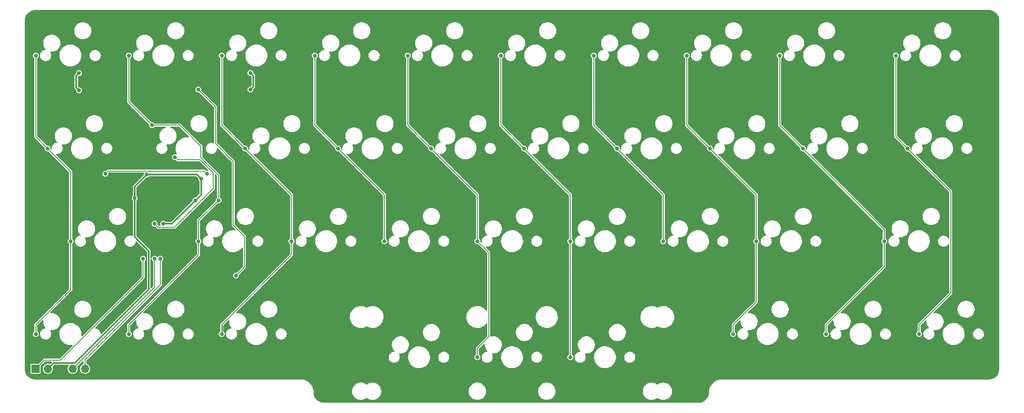
<source format=gtl>
%TF.GenerationSoftware,KiCad,Pcbnew,7.0.6*%
%TF.CreationDate,2023-07-31T23:13:39-04:00*%
%TF.ProjectId,cutiepie2040-standard-stagger,63757469-6570-4696-9532-3034302d7374,rev?*%
%TF.SameCoordinates,PX2d6b3a0PY7aa1830*%
%TF.FileFunction,Copper,L1,Top*%
%TF.FilePolarity,Positive*%
%FSLAX46Y46*%
G04 Gerber Fmt 4.6, Leading zero omitted, Abs format (unit mm)*
G04 Created by KiCad (PCBNEW 7.0.6) date 2023-07-31 23:13:39*
%MOMM*%
%LPD*%
G01*
G04 APERTURE LIST*
%TA.AperFunction,ComponentPad*%
%ADD10R,1.700000X1.700000*%
%TD*%
%TA.AperFunction,ComponentPad*%
%ADD11O,1.700000X1.700000*%
%TD*%
%TA.AperFunction,ComponentPad*%
%ADD12C,0.650000*%
%TD*%
%TA.AperFunction,ViaPad*%
%ADD13C,0.800000*%
%TD*%
%TA.AperFunction,Conductor*%
%ADD14C,0.200000*%
%TD*%
%TA.AperFunction,Conductor*%
%ADD15C,0.300000*%
%TD*%
%TA.AperFunction,Conductor*%
%ADD16C,0.250000*%
%TD*%
G04 APERTURE END LIST*
D10*
X2381172Y7143972D03*
D11*
X4921172Y7143972D03*
X7461172Y7143972D03*
X10001172Y7143972D03*
X12541172Y7143972D03*
D12*
X30445386Y41587608D03*
X30445386Y42862608D03*
X30445386Y44137608D03*
X29170386Y41587608D03*
X29170386Y42862608D03*
X29170386Y44137608D03*
X27895386Y41587608D03*
X27895386Y42862608D03*
X27895386Y44137608D03*
D13*
X26789005Y36909622D03*
X30956196Y50601821D03*
X35123387Y38695561D03*
X22621814Y51197134D03*
X34528074Y38100248D03*
X46434334Y60642768D03*
X21431304Y51197004D03*
X29765570Y29765866D03*
X21431188Y47029943D03*
X30956196Y29765866D03*
X11310867Y61912768D03*
X22621814Y47029943D03*
X11310867Y67865898D03*
X46434334Y64452768D03*
X25201090Y47029943D03*
X35123387Y41705201D03*
X46434334Y67865898D03*
X28574944Y36909622D03*
X11310867Y64305627D03*
X36314013Y46136558D03*
X22703971Y42182608D03*
X37504639Y47165862D03*
X16668684Y47165862D03*
X24407753Y29765866D03*
X26789005Y29765866D03*
X27979631Y29765866D03*
X4820548Y52387788D03*
X9583630Y33337788D03*
X2439298Y14287788D03*
X2439298Y71437788D03*
X21489298Y71437788D03*
X35777008Y33337788D03*
X21489298Y14287788D03*
X26251798Y57150264D03*
X39885891Y41705201D03*
X40539298Y14287788D03*
X45301798Y52387788D03*
X40539298Y71437788D03*
X54827380Y33337788D03*
X64351798Y52387788D03*
X73877380Y33337788D03*
X59589298Y71437788D03*
X92927380Y9525224D03*
X83401798Y52387788D03*
X92927380Y33337788D03*
X78639298Y71437788D03*
X111977380Y33337788D03*
X111977380Y9525224D03*
X97689298Y71437788D03*
X102451798Y52387788D03*
X121501798Y52387788D03*
X116739298Y71437788D03*
X131008113Y33337788D03*
X135789298Y71437788D03*
X150077380Y33337788D03*
X140551798Y52387788D03*
X145314298Y14287788D03*
X154839298Y71437788D03*
X164364298Y14287788D03*
X159601798Y52387788D03*
X176271130Y33337788D03*
X181033048Y52387788D03*
X178651798Y71437788D03*
X183414880Y14287536D03*
X35718848Y64452768D03*
X43457769Y26307874D03*
D14*
X30851509Y36209622D02*
X38799952Y44158065D01*
X26789005Y36909622D02*
X27489005Y36209622D01*
X27489005Y36209622D02*
X30851509Y36209622D01*
X36079951Y50039894D02*
X31518123Y50039894D01*
X38799952Y47319893D02*
X36079951Y50039894D01*
X31518123Y50039894D02*
X30956196Y50601821D01*
X38799952Y44158065D02*
X38799952Y47319893D01*
D15*
X25598379Y31296986D02*
X22703971Y34191394D01*
X30327808Y36909622D02*
X28574944Y36909622D01*
X47029647Y65048081D02*
X46434334Y64452768D01*
X10469837Y8343972D02*
X25598379Y23472514D01*
X22703971Y42182608D02*
X22703971Y44532824D01*
X36314013Y42895827D02*
X35123387Y41705201D01*
X47029647Y67270585D02*
X47029647Y65048081D01*
X22703971Y44532824D02*
X25201090Y47029943D01*
X6121172Y8343972D02*
X10469837Y8343972D01*
X36314013Y46136558D02*
X36314013Y42895827D01*
X25598379Y23472514D02*
X25598379Y31296986D01*
X10727161Y64889333D02*
X11310867Y64305627D01*
X4921172Y7143972D02*
X6121172Y8343972D01*
X22703971Y34191394D02*
X22703971Y42182608D01*
X11310867Y67865898D02*
X10715554Y67270585D01*
X35420628Y47029943D02*
X36314013Y46136558D01*
X35123387Y41705201D02*
X30327808Y36909622D01*
X25201090Y47029943D02*
X35420628Y47029943D01*
X46434334Y67865898D02*
X47029647Y67270585D01*
X10715554Y67270585D02*
X10715554Y64889333D01*
X10715554Y64889333D02*
X10727161Y64889333D01*
D14*
X36940558Y47729943D02*
X37504639Y47165862D01*
X17232765Y47729943D02*
X36940558Y47729943D01*
X16668684Y47165862D02*
X17232765Y47729943D01*
X4167111Y8929911D02*
X2381172Y7143972D01*
X24407753Y29765866D02*
X24407753Y25850235D01*
X7487429Y8929911D02*
X4167111Y8929911D01*
X24407753Y25850235D02*
X7487429Y8929911D01*
X10001172Y7143972D02*
X26789005Y23931805D01*
X26789005Y23931805D02*
X26789005Y29765866D01*
X27979631Y24415325D02*
X27979631Y29765866D01*
X12541172Y8976866D02*
X27979631Y24415325D01*
X12541172Y7143972D02*
X12541172Y8976866D01*
X9583630Y33337788D02*
X9583630Y23353851D01*
X2439298Y54769038D02*
X4820548Y52387788D01*
X9583630Y47624706D02*
X4820548Y52387788D01*
X9583630Y23353851D02*
X2439298Y16209519D01*
X2439298Y16209519D02*
X2439298Y14287788D01*
X9583630Y33337788D02*
X9583630Y47624706D01*
X2439298Y71437788D02*
X2439298Y54769038D01*
X36255992Y50464894D02*
X36255992Y52789614D01*
X35777008Y33337788D02*
X35777008Y30497229D01*
X39885891Y41705201D02*
X35777008Y37596318D01*
X31895342Y57150264D02*
X26251798Y57150264D01*
X21489298Y16209519D02*
X21489298Y14287788D01*
X36255992Y50464894D02*
X39885891Y46834995D01*
X39885891Y46834995D02*
X39885891Y41705201D01*
X36255992Y52789614D02*
X31895342Y57150264D01*
X26251798Y57150264D02*
X21489298Y61912764D01*
X35777008Y37596318D02*
X35777008Y33337788D01*
X35777008Y30497229D02*
X21489298Y16209519D01*
X21489298Y61912764D02*
X21489298Y71437788D01*
D16*
X40539298Y14287788D02*
X40539298Y16209519D01*
D14*
X40539298Y57150288D02*
X45301798Y52387788D01*
X40539298Y16209519D02*
X54827380Y30497601D01*
X45301798Y52387788D02*
X54827380Y42862206D01*
X40539298Y71437788D02*
X40539298Y57150288D01*
X54827380Y42862206D02*
X54827380Y33337788D01*
X54827380Y30497601D02*
X54827380Y33337788D01*
X73877380Y42862206D02*
X64351798Y52387788D01*
X59589298Y71437788D02*
X59589298Y57150288D01*
X73877380Y33337788D02*
X73877380Y42862206D01*
X59589298Y57150288D02*
X64351798Y52387788D01*
X92927380Y11411976D02*
X95248280Y13732876D01*
X78639298Y71437788D02*
X78639298Y57150288D01*
X92927380Y33337788D02*
X92927380Y42862206D01*
X78639298Y57150288D02*
X83401798Y52387788D01*
X95248280Y13732876D02*
X95248280Y31016888D01*
X92927380Y9525224D02*
X92927380Y11411976D01*
X92927380Y42862206D02*
X83401798Y52387788D01*
X95248280Y31016888D02*
X92927380Y33337788D01*
X111977380Y42862206D02*
X102451798Y52387788D01*
X97689298Y57150288D02*
X97689298Y71437788D01*
X111977380Y33337788D02*
X111977380Y42862206D01*
X97689298Y57150288D02*
X102451798Y52387788D01*
X111977380Y9525224D02*
X111977380Y33337788D01*
X131008113Y33337788D02*
X131008113Y42881473D01*
X121501798Y52387788D02*
X116739298Y57150288D01*
X116739298Y57150288D02*
X116739298Y71437788D01*
X131008113Y42881473D02*
X121501798Y52387788D01*
X135789298Y71437788D02*
X135789298Y57150288D01*
X150077380Y20894755D02*
X150077380Y33337788D01*
X145314298Y14287788D02*
X145314298Y16174164D01*
X148828170Y19645545D02*
X150077380Y20894755D01*
X150077380Y33337788D02*
X150077380Y42862206D01*
X145314298Y16174164D02*
X148785679Y19645545D01*
X150077380Y42862206D02*
X140551798Y52387788D01*
X135789298Y57150288D02*
X140551798Y52387788D01*
X148785679Y19645545D02*
X148828170Y19645545D01*
X159601798Y52387788D02*
X176270590Y35718996D01*
X164364298Y16209519D02*
X164364298Y14287788D01*
X176270590Y35718996D02*
X176271130Y35718996D01*
X154839298Y57150288D02*
X159601798Y52387788D01*
X176271130Y33337788D02*
X176271130Y28116351D01*
X176271130Y33337788D02*
X176271130Y35718996D01*
X176271130Y28116351D02*
X164364298Y16209519D01*
X154839298Y71437788D02*
X154839298Y57150288D01*
X178651798Y71437788D02*
X178651798Y54769038D01*
X183414880Y16210101D02*
X183414880Y14287536D01*
X189905166Y43515670D02*
X189905166Y22700387D01*
X189905166Y22700387D02*
X183414880Y16210101D01*
X178651798Y54769038D02*
X181033048Y52387788D01*
X181033048Y52387788D02*
X189905166Y43515670D01*
X39290578Y60881038D02*
X39290578Y53338875D01*
X42862456Y36658378D02*
X45210508Y34310326D01*
X43457769Y26307874D02*
X45210508Y28060613D01*
X35718848Y64452768D02*
X39290578Y60881038D01*
X45210508Y28060613D02*
X45210508Y34310326D01*
X39290578Y53338875D02*
X42862456Y49766997D01*
X42862456Y49766997D02*
X42862456Y36658378D01*
%TA.AperFunction,Conductor*%
G36*
X2396595Y80762224D02*
G01*
X2410155Y80761582D01*
X2430223Y80760630D01*
X2430229Y80760633D01*
X2432158Y80760921D01*
X2450562Y80762294D01*
X197927627Y80762294D01*
X197946561Y80760840D01*
X198006962Y80751508D01*
X198190228Y80723191D01*
X198197937Y80721491D01*
X198445230Y80650153D01*
X198452662Y80647487D01*
X198688883Y80545266D01*
X198695912Y80541676D01*
X198915726Y80411119D01*
X198917201Y80410243D01*
X198923731Y80405778D01*
X199126490Y80247275D01*
X199132394Y80242021D01*
X199258503Y80114478D01*
X199313357Y80059000D01*
X199318549Y80053032D01*
X199474749Y79848491D01*
X199479139Y79841911D01*
X199608058Y79619154D01*
X199611576Y79612069D01*
X199711108Y79374727D01*
X199713697Y79367251D01*
X199782228Y79119177D01*
X199783844Y79111434D01*
X199798953Y79005741D01*
X199819544Y78861692D01*
X199820264Y78856660D01*
X199820882Y78848773D01*
X199824380Y78606439D01*
X199824380Y78584057D01*
X199824305Y78581020D01*
X199823860Y78571988D01*
X199822657Y78547638D01*
X199823043Y78545034D01*
X199824380Y78526871D01*
X199824380Y6897475D01*
X199822999Y6879020D01*
X199785617Y6630654D01*
X199783944Y6622922D01*
X199712469Y6371474D01*
X199709826Y6364017D01*
X199606944Y6123704D01*
X199603373Y6116644D01*
X199470752Y5891369D01*
X199466312Y5884821D01*
X199306117Y5678254D01*
X199300880Y5672324D01*
X199115707Y5487813D01*
X199109758Y5482597D01*
X198902610Y5323136D01*
X198896046Y5318720D01*
X198670301Y5186911D01*
X198663228Y5183366D01*
X198422551Y5081347D01*
X198415085Y5078730D01*
X198163375Y5008156D01*
X198155642Y5006512D01*
X197944707Y4975537D01*
X197897006Y4968532D01*
X197889121Y4967884D01*
X197783748Y4965962D01*
X197637492Y4963294D01*
X197620635Y4963294D01*
X197617842Y4963358D01*
X197603950Y4963991D01*
X197583954Y4964903D01*
X197582637Y4964702D01*
X197564003Y4963294D01*
X142925586Y4963294D01*
X142907400Y4964635D01*
X142904863Y4965012D01*
X142876768Y4963630D01*
X142871472Y4963369D01*
X142868435Y4963294D01*
X142852288Y4963294D01*
X142845370Y4962515D01*
X142845336Y4962816D01*
X142836078Y4961542D01*
X142717684Y4955719D01*
X142717671Y4955717D01*
X142426447Y4908316D01*
X142426438Y4908314D01*
X142142351Y4828601D01*
X142142343Y4828599D01*
X141868967Y4717577D01*
X141609738Y4576642D01*
X141367903Y4407555D01*
X141367902Y4407554D01*
X141146540Y4212467D01*
X141146536Y4212463D01*
X140948413Y3993820D01*
X140948405Y3993810D01*
X140776007Y3754356D01*
X140631502Y3497096D01*
X140516707Y3225265D01*
X140433076Y2942301D01*
X140381654Y2651757D01*
X140366225Y2407016D01*
X140363089Y2357267D01*
X140364544Y2327741D01*
X140369155Y2234167D01*
X140368501Y2213970D01*
X140341338Y1976522D01*
X140340038Y1969142D01*
X140281457Y1724179D01*
X140279277Y1717009D01*
X140191592Y1480889D01*
X140188564Y1474036D01*
X140150817Y1400889D01*
X140073056Y1250206D01*
X140069223Y1243767D01*
X140058178Y1227525D01*
X139927581Y1035499D01*
X139923000Y1029568D01*
X139757272Y839878D01*
X139752013Y834546D01*
X139667681Y758789D01*
X139564642Y666229D01*
X139558775Y661567D01*
X139352472Y517055D01*
X139346085Y513134D01*
X139123879Y394553D01*
X139117067Y391430D01*
X138882171Y300493D01*
X138875032Y298215D01*
X138630897Y236256D01*
X138623535Y234855D01*
X138444411Y211855D01*
X138373711Y202777D01*
X138366237Y202274D01*
X138127804Y200638D01*
X138124807Y200794D01*
X138122470Y200794D01*
X138106910Y200794D01*
X138103599Y200883D01*
X138098194Y201173D01*
X138070789Y202642D01*
X138066720Y202056D01*
X138049072Y200794D01*
X61661497Y200794D01*
X61653063Y201370D01*
X61642436Y202828D01*
X61615557Y201210D01*
X61610502Y200906D01*
X61606784Y200794D01*
X61590924Y200794D01*
X61585853Y200524D01*
X61497500Y200998D01*
X61327537Y201911D01*
X61319439Y202485D01*
X61050913Y239304D01*
X61042959Y240930D01*
X60781543Y312482D01*
X60773870Y315133D01*
X60524032Y420191D01*
X60516770Y423821D01*
X60282779Y560593D01*
X60276053Y565140D01*
X60061914Y731284D01*
X60055844Y736664D01*
X59865223Y929338D01*
X59859905Y935468D01*
X59696063Y1151373D01*
X59691597Y1158133D01*
X59557329Y1393592D01*
X59553782Y1400882D01*
X59451400Y1651842D01*
X59448833Y1659540D01*
X59380084Y1921711D01*
X59378543Y1929682D01*
X59361320Y2066120D01*
X59346416Y2184191D01*
X59345628Y2206509D01*
X59352290Y2327741D01*
X59347742Y2407009D01*
X67245880Y2407009D01*
X67266498Y2270220D01*
X67285609Y2143431D01*
X67285610Y2143429D01*
X67285611Y2143423D01*
X67364180Y1888710D01*
X67479830Y1648560D01*
X67479831Y1648558D01*
X67479832Y1648557D01*
X67479835Y1648551D01*
X67575367Y1508431D01*
X67629994Y1428308D01*
X67811296Y1232910D01*
X67811300Y1232907D01*
X67811301Y1232906D01*
X68019706Y1066708D01*
X68250554Y933428D01*
X68498688Y836042D01*
X68758565Y776727D01*
X68808382Y772994D01*
X68957827Y761794D01*
X68957833Y761794D01*
X69090933Y761794D01*
X69223772Y771750D01*
X69290195Y776727D01*
X69550072Y836042D01*
X69798206Y933428D01*
X70029054Y1066708D01*
X70153397Y1165870D01*
X70218083Y1192278D01*
X70286778Y1179523D01*
X70308021Y1165872D01*
X70432706Y1066438D01*
X70663554Y933158D01*
X70911688Y835772D01*
X71171565Y776457D01*
X71221381Y772724D01*
X71370827Y761524D01*
X71370833Y761524D01*
X71503933Y761524D01*
X71636772Y771480D01*
X71703195Y776457D01*
X71963072Y835772D01*
X72211206Y933158D01*
X72442054Y1066438D01*
X72650459Y1232636D01*
X72650714Y1232910D01*
X72691060Y1276395D01*
X72831766Y1428038D01*
X72981925Y1648280D01*
X72982059Y1648557D01*
X73047161Y1783744D01*
X73097581Y1888443D01*
X73176151Y2143161D01*
X73215880Y2406744D01*
X73215880Y2407009D01*
X91121880Y2407009D01*
X91142498Y2270220D01*
X91161609Y2143431D01*
X91161610Y2143429D01*
X91161611Y2143423D01*
X91240180Y1888710D01*
X91355830Y1648560D01*
X91355831Y1648558D01*
X91355832Y1648557D01*
X91355835Y1648551D01*
X91451367Y1508431D01*
X91505994Y1428308D01*
X91687296Y1232910D01*
X91687300Y1232907D01*
X91687301Y1232906D01*
X91895706Y1066708D01*
X92126554Y933428D01*
X92374688Y836042D01*
X92634565Y776727D01*
X92684382Y772994D01*
X92833827Y761794D01*
X92833833Y761794D01*
X92966933Y761794D01*
X93099772Y771750D01*
X93166195Y776727D01*
X93426072Y836042D01*
X93674206Y933428D01*
X93905054Y1066708D01*
X94113459Y1232906D01*
X94294766Y1428308D01*
X94444925Y1648550D01*
X94448324Y1655607D01*
X94510031Y1783744D01*
X94560581Y1888713D01*
X94639151Y2143431D01*
X94678839Y2406739D01*
X105345880Y2406739D01*
X105357786Y2327753D01*
X105385609Y2143161D01*
X105385610Y2143159D01*
X105385611Y2143153D01*
X105464180Y1888440D01*
X105579830Y1648290D01*
X105579831Y1648288D01*
X105579832Y1648287D01*
X105579835Y1648281D01*
X105579836Y1648280D01*
X105729994Y1428038D01*
X105911296Y1232640D01*
X105911300Y1232637D01*
X105911301Y1232636D01*
X106119706Y1066438D01*
X106350554Y933158D01*
X106598688Y835772D01*
X106858565Y776457D01*
X106908382Y772724D01*
X107057827Y761524D01*
X107057833Y761524D01*
X107190933Y761524D01*
X107323772Y771480D01*
X107390195Y776457D01*
X107650072Y835772D01*
X107898206Y933158D01*
X108129054Y1066438D01*
X108337459Y1232636D01*
X108337714Y1232910D01*
X108378060Y1276395D01*
X108518766Y1428038D01*
X108668925Y1648280D01*
X108669059Y1648557D01*
X108734161Y1783744D01*
X108784581Y1888443D01*
X108863151Y2143161D01*
X108902879Y2406739D01*
X126808880Y2406739D01*
X126820786Y2327753D01*
X126848609Y2143161D01*
X126848610Y2143159D01*
X126848611Y2143153D01*
X126927180Y1888440D01*
X127042830Y1648290D01*
X127042831Y1648288D01*
X127042832Y1648287D01*
X127042835Y1648281D01*
X127042836Y1648280D01*
X127192994Y1428038D01*
X127374296Y1232640D01*
X127374300Y1232637D01*
X127374301Y1232636D01*
X127582706Y1066438D01*
X127813554Y933158D01*
X128061688Y835772D01*
X128321565Y776457D01*
X128371381Y772724D01*
X128520827Y761524D01*
X128520833Y761524D01*
X128653933Y761524D01*
X128786772Y771480D01*
X128853195Y776457D01*
X129113072Y835772D01*
X129361206Y933158D01*
X129592054Y1066438D01*
X129592402Y1066715D01*
X129620533Y1089151D01*
X129716566Y1165735D01*
X129781251Y1192143D01*
X129849947Y1179388D01*
X129871190Y1165736D01*
X129995706Y1066438D01*
X130226554Y933158D01*
X130474688Y835772D01*
X130734565Y776457D01*
X130784381Y772724D01*
X130933827Y761524D01*
X130933833Y761524D01*
X131066933Y761524D01*
X131199772Y771480D01*
X131266195Y776457D01*
X131526072Y835772D01*
X131774206Y933158D01*
X132005054Y1066438D01*
X132213459Y1232636D01*
X132213714Y1232910D01*
X132254060Y1276395D01*
X132394766Y1428038D01*
X132544925Y1648280D01*
X132545059Y1648557D01*
X132610161Y1783744D01*
X132660581Y1888443D01*
X132739151Y2143161D01*
X132778880Y2406744D01*
X132778880Y2673304D01*
X132739151Y2936887D01*
X132660581Y3191605D01*
X132544925Y3431767D01*
X132394766Y3652010D01*
X132320960Y3731554D01*
X132213463Y3847409D01*
X132162512Y3888041D01*
X132005054Y4013610D01*
X131774206Y4146890D01*
X131526072Y4244276D01*
X131526063Y4244278D01*
X131526060Y4244279D01*
X131266192Y4303592D01*
X131066933Y4318524D01*
X131066927Y4318524D01*
X130933833Y4318524D01*
X130933827Y4318524D01*
X130734567Y4303592D01*
X130474699Y4244279D01*
X130474691Y4244277D01*
X130474688Y4244276D01*
X130474685Y4244276D01*
X130474682Y4244274D01*
X130226553Y4146890D01*
X129995702Y4013608D01*
X129871192Y3914315D01*
X129806505Y3887906D01*
X129737810Y3900663D01*
X129716568Y3914315D01*
X129592057Y4013608D01*
X129591589Y4013878D01*
X129361206Y4146890D01*
X129113072Y4244276D01*
X129113063Y4244278D01*
X129113060Y4244279D01*
X128853192Y4303592D01*
X128653933Y4318524D01*
X128653927Y4318524D01*
X128520833Y4318524D01*
X128520827Y4318524D01*
X128321567Y4303592D01*
X128061699Y4244279D01*
X128061691Y4244277D01*
X128061688Y4244276D01*
X128061685Y4244276D01*
X128061682Y4244274D01*
X127813553Y4146890D01*
X127582706Y4013610D01*
X127374296Y3847409D01*
X127192994Y3652011D01*
X127042831Y3431762D01*
X127042830Y3431761D01*
X126927180Y3191609D01*
X126848611Y2936896D01*
X126848610Y2936891D01*
X126848609Y2936887D01*
X126833622Y2837458D01*
X126808880Y2673310D01*
X126808880Y2406739D01*
X108902879Y2406739D01*
X108902880Y2406744D01*
X108902880Y2673304D01*
X108863151Y2936887D01*
X108784581Y3191605D01*
X108668925Y3431767D01*
X108518766Y3652010D01*
X108444960Y3731554D01*
X108337463Y3847409D01*
X108286512Y3888041D01*
X108129054Y4013610D01*
X107898206Y4146890D01*
X107650072Y4244276D01*
X107650063Y4244278D01*
X107650060Y4244279D01*
X107390192Y4303592D01*
X107190933Y4318524D01*
X107190927Y4318524D01*
X107057833Y4318524D01*
X107057827Y4318524D01*
X106858567Y4303592D01*
X106598699Y4244279D01*
X106598691Y4244277D01*
X106598688Y4244276D01*
X106598685Y4244276D01*
X106598682Y4244274D01*
X106350553Y4146890D01*
X106119706Y4013610D01*
X105911296Y3847409D01*
X105729994Y3652011D01*
X105579831Y3431762D01*
X105579830Y3431761D01*
X105464180Y3191609D01*
X105385611Y2936896D01*
X105385610Y2936891D01*
X105385609Y2936887D01*
X105370622Y2837458D01*
X105345880Y2673310D01*
X105345880Y2406739D01*
X94678839Y2406739D01*
X94678880Y2407014D01*
X94678880Y2673574D01*
X94639151Y2937157D01*
X94560581Y3191875D01*
X94445058Y3431761D01*
X94444929Y3432029D01*
X94444928Y3432031D01*
X94444927Y3432032D01*
X94444925Y3432037D01*
X94294766Y3652280D01*
X94284615Y3663220D01*
X94113463Y3847679D01*
X94029735Y3914450D01*
X93905054Y4013880D01*
X93674206Y4147160D01*
X93426072Y4244546D01*
X93426063Y4244548D01*
X93426060Y4244549D01*
X93166192Y4303862D01*
X92966933Y4318794D01*
X92966927Y4318794D01*
X92833833Y4318794D01*
X92833827Y4318794D01*
X92634567Y4303862D01*
X92374699Y4244549D01*
X92374691Y4244547D01*
X92374688Y4244546D01*
X92374685Y4244546D01*
X92374682Y4244544D01*
X92126553Y4147160D01*
X91895706Y4013880D01*
X91687296Y3847679D01*
X91505994Y3652281D01*
X91355831Y3432032D01*
X91355830Y3432031D01*
X91240180Y3191879D01*
X91161611Y2937166D01*
X91161610Y2937161D01*
X91161609Y2937157D01*
X91158508Y2916582D01*
X91121880Y2673580D01*
X91121880Y2407009D01*
X73215880Y2407009D01*
X73215880Y2673304D01*
X73176151Y2936887D01*
X73097581Y3191605D01*
X72981925Y3431767D01*
X72831766Y3652010D01*
X72757960Y3731554D01*
X72650463Y3847409D01*
X72599512Y3888041D01*
X72442054Y4013610D01*
X72211206Y4146890D01*
X71963072Y4244276D01*
X71963063Y4244278D01*
X71963060Y4244279D01*
X71703192Y4303592D01*
X71503933Y4318524D01*
X71503927Y4318524D01*
X71370833Y4318524D01*
X71370827Y4318524D01*
X71171567Y4303592D01*
X70911699Y4244279D01*
X70911691Y4244277D01*
X70911688Y4244276D01*
X70911685Y4244276D01*
X70911682Y4244274D01*
X70663553Y4146890D01*
X70432706Y4013611D01*
X70308361Y3914449D01*
X70243674Y3888041D01*
X70174979Y3900798D01*
X70153737Y3914450D01*
X70029057Y4013878D01*
X69798206Y4147160D01*
X69550077Y4244544D01*
X69550072Y4244546D01*
X69550063Y4244548D01*
X69550060Y4244549D01*
X69290192Y4303862D01*
X69090933Y4318794D01*
X69090927Y4318794D01*
X68957833Y4318794D01*
X68957827Y4318794D01*
X68758567Y4303862D01*
X68498699Y4244549D01*
X68498691Y4244547D01*
X68498688Y4244546D01*
X68498685Y4244546D01*
X68498682Y4244544D01*
X68250553Y4147160D01*
X68019706Y4013880D01*
X67811296Y3847679D01*
X67629994Y3652281D01*
X67479831Y3432032D01*
X67479830Y3432031D01*
X67364180Y3191879D01*
X67285611Y2937166D01*
X67285610Y2937161D01*
X67285609Y2937157D01*
X67282508Y2916582D01*
X67245880Y2673580D01*
X67245880Y2407009D01*
X59347742Y2407009D01*
X59335289Y2624045D01*
X59285219Y2916582D01*
X59202711Y3201674D01*
X59202708Y3201680D01*
X59202707Y3201685D01*
X59149933Y3328656D01*
X59088802Y3475735D01*
X58944923Y3735320D01*
X58865185Y3847412D01*
X58772891Y3977156D01*
X58772890Y3977157D01*
X58772886Y3977163D01*
X58574853Y4198223D01*
X58456355Y4303862D01*
X58353323Y4395714D01*
X58353313Y4395722D01*
X58111060Y4567170D01*
X58111047Y4567178D01*
X57851121Y4710424D01*
X57851118Y4710425D01*
X57576790Y4823669D01*
X57291500Y4905487D01*
X57291501Y4905487D01*
X57291497Y4905488D01*
X57196265Y4921551D01*
X56998851Y4954849D01*
X56998833Y4954851D01*
X56878192Y4961480D01*
X56869199Y4962742D01*
X56869174Y4962515D01*
X56862257Y4963294D01*
X56862256Y4963294D01*
X56846868Y4963294D01*
X56843490Y4963387D01*
X56810845Y4965180D01*
X56801959Y4963914D01*
X56793206Y4963294D01*
X2122513Y4963294D01*
X2103321Y4964788D01*
X2068622Y4970225D01*
X1855814Y5003567D01*
X1848091Y5005287D01*
X1596855Y5078345D01*
X1589413Y5081034D01*
X1349511Y5185465D01*
X1342473Y5189079D01*
X1117810Y5323183D01*
X1111288Y5327663D01*
X905514Y5489260D01*
X899615Y5494534D01*
X776315Y5619798D01*
X716067Y5681006D01*
X710897Y5686975D01*
X616088Y5811712D01*
X552563Y5895290D01*
X548187Y5901881D01*
X437892Y6093473D01*
X417647Y6128641D01*
X414148Y6135730D01*
X380812Y6215743D01*
X356449Y6274220D01*
X1330672Y6274220D01*
X1342303Y6215743D01*
X1342304Y6215742D01*
X1386619Y6149420D01*
X1452941Y6105105D01*
X1452942Y6105104D01*
X1511419Y6093473D01*
X1511422Y6093472D01*
X1511424Y6093472D01*
X3250922Y6093472D01*
X3250923Y6093473D01*
X3265740Y6096420D01*
X3309401Y6105104D01*
X3309401Y6105105D01*
X3309403Y6105105D01*
X3375724Y6149420D01*
X3420039Y6215741D01*
X3420039Y6215743D01*
X3420040Y6215743D01*
X3431671Y6274220D01*
X3431672Y6274222D01*
X3431672Y7718140D01*
X3451357Y7785179D01*
X3467986Y7805816D01*
X4255262Y8593092D01*
X4316586Y8626577D01*
X4342944Y8629411D01*
X5611566Y8629411D01*
X5678605Y8609726D01*
X5724360Y8556922D01*
X5734304Y8487764D01*
X5705279Y8424208D01*
X5699247Y8417730D01*
X5435680Y8154164D01*
X5374357Y8120679D01*
X5312005Y8123184D01*
X5127106Y8179272D01*
X5127104Y8179273D01*
X5127106Y8179273D01*
X4921172Y8199555D01*
X4715239Y8179273D01*
X4580908Y8138524D01*
X4522081Y8120679D01*
X4517215Y8119203D01*
X4429286Y8072203D01*
X4334722Y8021657D01*
X4334720Y8021656D01*
X4334719Y8021655D01*
X4174761Y7890383D01*
X4043489Y7730425D01*
X3945941Y7547929D01*
X3885871Y7349905D01*
X3865589Y7143972D01*
X3885871Y6938040D01*
X3903775Y6879020D01*
X3945940Y6740018D01*
X4043487Y6557522D01*
X4043489Y6557520D01*
X4174761Y6397562D01*
X4271381Y6318270D01*
X4334722Y6266287D01*
X4517218Y6168740D01*
X4715238Y6108672D01*
X4715237Y6108672D01*
X4733701Y6106854D01*
X4921172Y6088389D01*
X5127106Y6108672D01*
X5325126Y6168740D01*
X5507622Y6266287D01*
X5667582Y6397562D01*
X5798857Y6557522D01*
X5896404Y6740018D01*
X5956472Y6938038D01*
X5976755Y7143972D01*
X5956472Y7349906D01*
X5900382Y7534809D01*
X5899760Y7604674D01*
X5931359Y7658479D01*
X6230037Y7957156D01*
X6291358Y7990638D01*
X6317716Y7993472D01*
X9077190Y7993472D01*
X9144229Y7973787D01*
X9189984Y7920983D01*
X9199928Y7851825D01*
X9173043Y7790807D01*
X9123489Y7730426D01*
X9025941Y7547929D01*
X8965871Y7349905D01*
X8945589Y7143972D01*
X8965871Y6938040D01*
X8983775Y6879020D01*
X9025940Y6740018D01*
X9123487Y6557522D01*
X9123489Y6557520D01*
X9254761Y6397562D01*
X9351381Y6318270D01*
X9414722Y6266287D01*
X9597218Y6168740D01*
X9795238Y6108672D01*
X9795237Y6108672D01*
X9815519Y6106675D01*
X10001172Y6088389D01*
X10207106Y6108672D01*
X10405126Y6168740D01*
X10587622Y6266287D01*
X10747582Y6397562D01*
X10878857Y6557522D01*
X10976404Y6740018D01*
X11036472Y6938038D01*
X11056755Y7143972D01*
X11036472Y7349906D01*
X10976404Y7547926D01*
X10973436Y7553479D01*
X10968792Y7562168D01*
X10954551Y7630571D01*
X10979552Y7695815D01*
X10990463Y7708294D01*
X12028992Y8746823D01*
X12090313Y8780306D01*
X12160005Y8775322D01*
X12215938Y8733450D01*
X12240355Y8667986D01*
X12240671Y8659140D01*
X12240671Y8242551D01*
X12220986Y8175512D01*
X12168182Y8129757D01*
X12152668Y8123891D01*
X12137217Y8119204D01*
X12049286Y8072203D01*
X11954722Y8021657D01*
X11954720Y8021656D01*
X11954719Y8021655D01*
X11794761Y7890383D01*
X11663489Y7730425D01*
X11565941Y7547929D01*
X11505871Y7349905D01*
X11485589Y7143972D01*
X11505871Y6938040D01*
X11523775Y6879020D01*
X11565940Y6740018D01*
X11663487Y6557522D01*
X11663489Y6557520D01*
X11794761Y6397562D01*
X11891381Y6318270D01*
X11954722Y6266287D01*
X12137218Y6168740D01*
X12335238Y6108672D01*
X12335237Y6108672D01*
X12353701Y6106854D01*
X12541172Y6088389D01*
X12747106Y6108672D01*
X12945126Y6168740D01*
X13127622Y6266287D01*
X13287582Y6397562D01*
X13418857Y6557522D01*
X13516404Y6740018D01*
X13576472Y6938038D01*
X13596755Y7143972D01*
X13576472Y7349906D01*
X13516404Y7547926D01*
X13418857Y7730422D01*
X13319225Y7851825D01*
X13287582Y7890383D01*
X13127624Y8021655D01*
X13127625Y8021655D01*
X13127622Y8021657D01*
X13011690Y8083625D01*
X12945127Y8119204D01*
X12939207Y8121000D01*
X12929675Y8123891D01*
X12871238Y8162187D01*
X12842781Y8225999D01*
X12841672Y8242537D01*
X12841672Y8801035D01*
X12861357Y8868075D01*
X12877986Y8888711D01*
X13568557Y9579282D01*
X74749027Y9579282D01*
X74759291Y9363818D01*
X74808863Y9159480D01*
X74810147Y9154187D01*
X74856049Y9053677D01*
X74899755Y8957975D01*
X75024878Y8782264D01*
X75180993Y8633408D01*
X75362459Y8516788D01*
X75562716Y8436617D01*
X75627100Y8424208D01*
X75774525Y8395794D01*
X75774526Y8395794D01*
X75936182Y8395794D01*
X75936189Y8395794D01*
X76097112Y8411160D01*
X76304082Y8471932D01*
X76495812Y8570776D01*
X76503404Y8576746D01*
X76575455Y8633408D01*
X76665370Y8704118D01*
X76806629Y8867139D01*
X76914483Y9053948D01*
X76985034Y9257793D01*
X77012668Y9449992D01*
X78710206Y9449992D01*
X78740337Y9150485D01*
X78740338Y9150478D01*
X78810119Y8857665D01*
X78810122Y8857653D01*
X78896592Y8633140D01*
X78918312Y8576746D01*
X79062980Y8312762D01*
X79062982Y8312759D01*
X79062984Y8312756D01*
X79161336Y8179272D01*
X79241542Y8070416D01*
X79415655Y7890383D01*
X79450811Y7854032D01*
X79450818Y7854026D01*
X79607337Y7730425D01*
X79687057Y7667471D01*
X79946059Y7514063D01*
X80223198Y7396546D01*
X80223201Y7396546D01*
X80223204Y7396544D01*
X80513518Y7317019D01*
X80513523Y7317019D01*
X80513528Y7317017D01*
X80811867Y7276894D01*
X80811872Y7276894D01*
X81037558Y7276894D01*
X81201319Y7287857D01*
X81262733Y7291968D01*
X81557726Y7351928D01*
X81842096Y7450672D01*
X82110766Y7586438D01*
X82358944Y7756802D01*
X82582200Y7958725D01*
X82776551Y8188604D01*
X82938527Y8442336D01*
X83065239Y8715393D01*
X83154426Y9002903D01*
X83204495Y9299735D01*
X83213842Y9579282D01*
X84909027Y9579282D01*
X84919291Y9363818D01*
X84968863Y9159480D01*
X84970147Y9154187D01*
X85016049Y9053677D01*
X85059755Y8957975D01*
X85184878Y8782264D01*
X85340993Y8633408D01*
X85522459Y8516788D01*
X85722716Y8436617D01*
X85787100Y8424208D01*
X85934525Y8395794D01*
X85934526Y8395794D01*
X86096182Y8395794D01*
X86096189Y8395794D01*
X86257112Y8411160D01*
X86464082Y8471932D01*
X86655812Y8570776D01*
X86663404Y8576746D01*
X86735455Y8633408D01*
X86825370Y8704118D01*
X86966629Y8867139D01*
X87074483Y9053948D01*
X87145034Y9257793D01*
X87175733Y9471306D01*
X87165469Y9686770D01*
X87114614Y9896398D01*
X87025005Y10092613D01*
X86899882Y10268324D01*
X86743767Y10417180D01*
X86562301Y10533800D01*
X86450926Y10578388D01*
X86362042Y10613972D01*
X86150235Y10654794D01*
X86150234Y10654794D01*
X85988571Y10654794D01*
X85827647Y10639428D01*
X85827648Y10639428D01*
X85827644Y10639427D01*
X85620681Y10578658D01*
X85428943Y10479810D01*
X85259392Y10346473D01*
X85259389Y10346469D01*
X85118135Y10183454D01*
X85118126Y10183443D01*
X85010277Y9996642D01*
X84939727Y9792801D01*
X84939726Y9792796D01*
X84939726Y9792795D01*
X84909027Y9579282D01*
X83213842Y9579282D01*
X83214554Y9600592D01*
X83184422Y9900106D01*
X83114639Y10192931D01*
X83006448Y10473842D01*
X82861780Y10737826D01*
X82833985Y10775549D01*
X82770501Y10861711D01*
X82683218Y10980172D01*
X82473948Y11196557D01*
X82473941Y11196563D01*
X82237706Y11383115D01*
X82171657Y11422236D01*
X81978701Y11536525D01*
X81978697Y11536527D01*
X81701555Y11654045D01*
X81411241Y11733570D01*
X81340139Y11743133D01*
X81112893Y11773694D01*
X80887210Y11773694D01*
X80887202Y11773694D01*
X80662029Y11758621D01*
X80662020Y11758619D01*
X80367031Y11698660D01*
X80082666Y11599917D01*
X79813995Y11464151D01*
X79813993Y11464150D01*
X79565814Y11293785D01*
X79342561Y11091865D01*
X79148206Y10861981D01*
X78986232Y10608252D01*
X78986231Y10608250D01*
X78859525Y10335204D01*
X78859521Y10335195D01*
X78770334Y10047686D01*
X78727295Y9792531D01*
X78720265Y9750853D01*
X78710910Y9471036D01*
X78710206Y9449992D01*
X77012668Y9449992D01*
X77015733Y9471306D01*
X77005469Y9686770D01*
X76954614Y9896398D01*
X76865005Y10092613D01*
X76841722Y10125310D01*
X76818869Y10191337D01*
X76835342Y10259237D01*
X76885909Y10307453D01*
X76951996Y10320890D01*
X77086720Y10310794D01*
X77086726Y10310794D01*
X77218040Y10310794D01*
X77414598Y10325524D01*
X77414600Y10325525D01*
X77414608Y10325525D01*
X77670978Y10384040D01*
X77915764Y10480111D01*
X78143497Y10611593D01*
X78349090Y10775548D01*
X78527950Y10968314D01*
X78676082Y11185584D01*
X78790178Y11422506D01*
X78867688Y11673786D01*
X78871397Y11698390D01*
X78906879Y11933805D01*
X78906880Y11933814D01*
X78906880Y12196775D01*
X78906879Y12196784D01*
X78867689Y12456798D01*
X78867687Y12456804D01*
X78848409Y12519302D01*
X78790178Y12708082D01*
X78676082Y12945004D01*
X78527950Y13162274D01*
X78349090Y13355040D01*
X78143497Y13518995D01*
X77915764Y13650477D01*
X77670978Y13746548D01*
X77670973Y13746550D01*
X77670964Y13746552D01*
X77452881Y13796328D01*
X77414608Y13805063D01*
X77414607Y13805064D01*
X77414603Y13805064D01*
X77414598Y13805065D01*
X77218040Y13819794D01*
X77218034Y13819794D01*
X77086726Y13819794D01*
X77086720Y13819794D01*
X76890161Y13805065D01*
X76890156Y13805064D01*
X76633795Y13746552D01*
X76633776Y13746546D01*
X76388995Y13650477D01*
X76161263Y13518995D01*
X75955670Y13355040D01*
X75955668Y13355038D01*
X75776810Y13162275D01*
X75628675Y12945000D01*
X75514582Y12708083D01*
X75437072Y12456804D01*
X75437070Y12456798D01*
X75397880Y12196784D01*
X75397880Y11933805D01*
X75437070Y11673791D01*
X75437072Y11673785D01*
X75514582Y11422506D01*
X75628675Y11185589D01*
X75628677Y11185587D01*
X75628678Y11185584D01*
X75776810Y10968314D01*
X75875472Y10861981D01*
X75877589Y10859700D01*
X75908757Y10797168D01*
X75901170Y10727711D01*
X75857236Y10673382D01*
X75798478Y10651921D01*
X75667648Y10639429D01*
X75667648Y10639428D01*
X75667644Y10639427D01*
X75460681Y10578658D01*
X75268943Y10479810D01*
X75099392Y10346473D01*
X75099389Y10346469D01*
X74958135Y10183454D01*
X74958126Y10183443D01*
X74850277Y9996642D01*
X74779727Y9792801D01*
X74779726Y9792796D01*
X74779726Y9792795D01*
X74749027Y9579282D01*
X13568557Y9579282D01*
X28147690Y24158415D01*
X28154163Y24164046D01*
X28163855Y24171366D01*
X28163859Y24171367D01*
X28196090Y24206725D01*
X28197998Y24208723D01*
X28211805Y24222528D01*
X28213315Y24224733D01*
X28218654Y24231474D01*
X28235117Y24249533D01*
X28239547Y24254392D01*
X28242047Y24260847D01*
X28255380Y24286143D01*
X28259287Y24291844D01*
X28266388Y24322040D01*
X28268923Y24330224D01*
X28280131Y24359152D01*
X28280131Y24366078D01*
X28283426Y24394470D01*
X28285009Y24401202D01*
X28285010Y24401206D01*
X28280726Y24431917D01*
X28280131Y24440492D01*
X28280131Y29178384D01*
X28299816Y29245423D01*
X28328645Y29276760D01*
X28407913Y29337584D01*
X28504167Y29463025D01*
X28564675Y29609104D01*
X28585313Y29765866D01*
X28573202Y29857855D01*
X28564675Y29922627D01*
X28564675Y29922628D01*
X28504167Y30068707D01*
X28407913Y30194148D01*
X28282472Y30290402D01*
X28281820Y30290672D01*
X28136393Y30350910D01*
X28136391Y30350911D01*
X27979632Y30371548D01*
X27979630Y30371548D01*
X27822870Y30350911D01*
X27822868Y30350910D01*
X27676791Y30290403D01*
X27628401Y30253272D01*
X27551349Y30194148D01*
X27482692Y30104673D01*
X27426266Y30063472D01*
X27356520Y30059317D01*
X27295599Y30093529D01*
X27285947Y30104668D01*
X27217287Y30194148D01*
X27091846Y30290402D01*
X27091194Y30290672D01*
X26945767Y30350910D01*
X26945765Y30350911D01*
X26789006Y30371548D01*
X26789004Y30371548D01*
X26632244Y30350911D01*
X26632242Y30350910D01*
X26486165Y30290403D01*
X26360723Y30194148D01*
X26264468Y30068706D01*
X26203961Y29922629D01*
X26203961Y29922628D01*
X26195818Y29860775D01*
X26167551Y29796879D01*
X26118688Y29764649D01*
X26154082Y29748485D01*
X26191856Y29689707D01*
X26195818Y29670957D01*
X26203960Y29609106D01*
X26203961Y29609104D01*
X26264469Y29463025D01*
X26360722Y29337585D01*
X26360724Y29337583D01*
X26439991Y29276760D01*
X26481194Y29220332D01*
X26488505Y29178384D01*
X26488505Y24107638D01*
X26468820Y24040599D01*
X26452186Y24019957D01*
X26160560Y23728332D01*
X26099237Y23694847D01*
X26029545Y23699831D01*
X25973612Y23741703D01*
X25949195Y23807167D01*
X25948879Y23816013D01*
X25948879Y29654772D01*
X25968564Y29721811D01*
X26021368Y29767566D01*
X26023024Y29767805D01*
X25980139Y29794649D01*
X25950360Y29857855D01*
X25948879Y29876961D01*
X25948879Y31247775D01*
X25951518Y31273222D01*
X25953422Y31282301D01*
X25951649Y31296523D01*
X25949356Y31314925D01*
X25948879Y31322601D01*
X25948879Y31326026D01*
X25945291Y31347528D01*
X25944500Y31353868D01*
X25938952Y31398379D01*
X25938950Y31398383D01*
X25936881Y31405333D01*
X25936849Y31405427D01*
X25936823Y31405514D01*
X25934470Y31412369D01*
X25910083Y31457431D01*
X25887578Y31503468D01*
X25883298Y31509462D01*
X25878798Y31515243D01*
X25841103Y31549945D01*
X23090790Y34300258D01*
X23057305Y34361581D01*
X23054471Y34387939D01*
X23054471Y41633493D01*
X23074156Y41700532D01*
X23102982Y41731866D01*
X23132253Y41754326D01*
X23228507Y41879767D01*
X23289015Y42025846D01*
X23309653Y42182608D01*
X23303448Y42229737D01*
X23289015Y42339369D01*
X23289015Y42339370D01*
X23228507Y42485449D01*
X23132253Y42610890D01*
X23132250Y42610892D01*
X23132249Y42610894D01*
X23102984Y42633350D01*
X23061782Y42689778D01*
X23054471Y42731725D01*
X23054471Y44336281D01*
X23074156Y44403320D01*
X23090785Y44423957D01*
X25060648Y46393821D01*
X25121969Y46427304D01*
X25164509Y46429077D01*
X25201090Y46424261D01*
X25357852Y46444899D01*
X25503931Y46505407D01*
X25629372Y46601661D01*
X25651831Y46630932D01*
X25708258Y46672132D01*
X25750206Y46679443D01*
X35224084Y46679443D01*
X35291123Y46659758D01*
X35311765Y46643124D01*
X35677888Y46277001D01*
X35711373Y46215678D01*
X35713146Y46173136D01*
X35708331Y46136560D01*
X35708331Y46136557D01*
X35728968Y45979798D01*
X35728969Y45979796D01*
X35789477Y45833717D01*
X35885731Y45708276D01*
X35915000Y45685818D01*
X35956202Y45629393D01*
X35963513Y45587443D01*
X35963513Y43092372D01*
X35943828Y43025333D01*
X35927194Y43004691D01*
X35263829Y42341327D01*
X35202506Y42307842D01*
X35159966Y42306068D01*
X35143211Y42308274D01*
X35123387Y42310883D01*
X35123385Y42310883D01*
X35123384Y42310883D01*
X34966626Y42290246D01*
X34966624Y42290245D01*
X34820547Y42229738D01*
X34695105Y42133483D01*
X34598850Y42008041D01*
X34538343Y41861964D01*
X34538342Y41861962D01*
X34524172Y41754326D01*
X34517705Y41705201D01*
X34518320Y41700532D01*
X34522520Y41668622D01*
X34511752Y41599587D01*
X34487261Y41564759D01*
X30218945Y37296441D01*
X30157622Y37262956D01*
X30131264Y37260122D01*
X29124060Y37260122D01*
X29057021Y37279807D01*
X29025686Y37308633D01*
X29003226Y37337904D01*
X28877785Y37434158D01*
X28731706Y37494666D01*
X28731704Y37494667D01*
X28574945Y37515304D01*
X28574943Y37515304D01*
X28418183Y37494667D01*
X28418181Y37494666D01*
X28272104Y37434159D01*
X28146662Y37337904D01*
X28050407Y37212462D01*
X27989900Y37066385D01*
X27989899Y37066383D01*
X27969262Y36909624D01*
X27969262Y36909621D01*
X27989899Y36752862D01*
X27989901Y36752857D01*
X28019427Y36681574D01*
X28026896Y36612105D01*
X27995620Y36549626D01*
X27935531Y36513974D01*
X27904866Y36510122D01*
X27664839Y36510122D01*
X27597800Y36529807D01*
X27577158Y36546441D01*
X27416903Y36706696D01*
X27383418Y36768019D01*
X27381645Y36810559D01*
X27394687Y36909622D01*
X27387543Y36963883D01*
X27374049Y37066383D01*
X27374049Y37066384D01*
X27313541Y37212463D01*
X27217287Y37337904D01*
X27091846Y37434158D01*
X26945767Y37494666D01*
X26945765Y37494667D01*
X26789006Y37515304D01*
X26789004Y37515304D01*
X26632244Y37494667D01*
X26632242Y37494666D01*
X26486165Y37434159D01*
X26360723Y37337904D01*
X26264468Y37212462D01*
X26203961Y37066385D01*
X26203960Y37066383D01*
X26183323Y36909624D01*
X26183323Y36909621D01*
X26203960Y36752862D01*
X26203961Y36752860D01*
X26254630Y36630533D01*
X26264469Y36606781D01*
X26360723Y36481340D01*
X26486164Y36385086D01*
X26632243Y36324578D01*
X26689941Y36316982D01*
X26789004Y36303940D01*
X26789005Y36303940D01*
X26888066Y36316982D01*
X26957101Y36306217D01*
X26991932Y36281724D01*
X27232083Y36041573D01*
X27237726Y36035089D01*
X27245046Y36025396D01*
X27245047Y36025394D01*
X27262949Y36009074D01*
X27280380Y35993183D01*
X27282428Y35991228D01*
X27296208Y35977448D01*
X27298418Y35975934D01*
X27305148Y35970604D01*
X27314250Y35962306D01*
X27328069Y35949708D01*
X27328070Y35949708D01*
X27328072Y35949706D01*
X27334535Y35947203D01*
X27359812Y35933879D01*
X27365524Y35929966D01*
X27395707Y35922868D01*
X27403908Y35920328D01*
X27432832Y35909122D01*
X27439756Y35909122D01*
X27468146Y35905829D01*
X27474886Y35904243D01*
X27505595Y35908527D01*
X27514171Y35909122D01*
X30788668Y35909122D01*
X30797242Y35908527D01*
X30809270Y35906850D01*
X30809270Y35906851D01*
X30809274Y35906849D01*
X30852429Y35908844D01*
X30857019Y35909056D01*
X30859882Y35909122D01*
X30879352Y35909122D01*
X30879353Y35909122D01*
X30881977Y35909613D01*
X30890530Y35910606D01*
X30891754Y35910663D01*
X30921501Y35912037D01*
X30927831Y35914833D01*
X30955138Y35923290D01*
X30961942Y35924561D01*
X30988306Y35940886D01*
X30995901Y35944889D01*
X31024274Y35957416D01*
X31029170Y35962313D01*
X31051578Y35980061D01*
X31057461Y35983703D01*
X31076158Y36008464D01*
X31081775Y36014919D01*
X38968011Y43901155D01*
X38974484Y43906786D01*
X38984176Y43914106D01*
X38984180Y43914107D01*
X39016411Y43949465D01*
X39018319Y43951463D01*
X39032126Y43965268D01*
X39033636Y43967473D01*
X39038975Y43974214D01*
X39041320Y43976787D01*
X39059868Y43997132D01*
X39062369Y44003589D01*
X39075702Y44028881D01*
X39079609Y44034584D01*
X39086709Y44064771D01*
X39089248Y44072973D01*
X39100452Y44101892D01*
X39100452Y44108817D01*
X39103746Y44137209D01*
X39105331Y44143946D01*
X39101047Y44174657D01*
X39100452Y44183232D01*
X39100452Y46896101D01*
X39120137Y46963140D01*
X39172941Y47008895D01*
X39242099Y47018839D01*
X39305655Y46989814D01*
X39312132Y46983782D01*
X39549073Y46746842D01*
X39582557Y46685521D01*
X39585391Y46659163D01*
X39585391Y42292683D01*
X39565706Y42225644D01*
X39536877Y42194307D01*
X39457610Y42133485D01*
X39361354Y42008041D01*
X39300847Y41861964D01*
X39300846Y41861962D01*
X39280209Y41705203D01*
X39280209Y41705200D01*
X39293250Y41606141D01*
X39282484Y41537106D01*
X39257992Y41502275D01*
X35608956Y37853238D01*
X35602472Y37847596D01*
X35592776Y37840274D01*
X35560567Y37804944D01*
X35558593Y37802876D01*
X35544835Y37789118D01*
X35544830Y37789112D01*
X35543314Y37786898D01*
X35537984Y37780170D01*
X35517091Y37757252D01*
X35517091Y37757251D01*
X35514586Y37750785D01*
X35501267Y37725516D01*
X35497353Y37719803D01*
X35497351Y37719797D01*
X35490252Y37689619D01*
X35487710Y37681411D01*
X35476508Y37652492D01*
X35476508Y37645567D01*
X35473214Y37617177D01*
X35471629Y37610441D01*
X35471629Y37610437D01*
X35475913Y37579728D01*
X35476508Y37571152D01*
X35476508Y33925270D01*
X35456823Y33858231D01*
X35427994Y33826894D01*
X35348727Y33766072D01*
X35252471Y33640628D01*
X35191964Y33494551D01*
X35191963Y33494549D01*
X35171326Y33337790D01*
X35171326Y33337787D01*
X35191963Y33181028D01*
X35191964Y33181026D01*
X35243290Y33057113D01*
X35252472Y33034947D01*
X35348726Y32909506D01*
X35405115Y32866237D01*
X35427994Y32848682D01*
X35469197Y32792254D01*
X35476508Y32750306D01*
X35476508Y30673063D01*
X35456823Y30606024D01*
X35440189Y30585382D01*
X21321246Y16466439D01*
X21314762Y16460797D01*
X21305066Y16453475D01*
X21272857Y16418145D01*
X21270883Y16416077D01*
X21257125Y16402319D01*
X21257120Y16402313D01*
X21255604Y16400099D01*
X21250274Y16393371D01*
X21229381Y16370453D01*
X21229381Y16370452D01*
X21226876Y16363986D01*
X21213557Y16338717D01*
X21209643Y16333004D01*
X21209641Y16332998D01*
X21202542Y16302820D01*
X21200000Y16294612D01*
X21188798Y16265693D01*
X21188798Y16258768D01*
X21185504Y16230378D01*
X21183919Y16223642D01*
X21183919Y16223638D01*
X21188203Y16192929D01*
X21188798Y16184353D01*
X21188798Y14875270D01*
X21169113Y14808231D01*
X21140284Y14776896D01*
X21124420Y14764722D01*
X21061017Y14716072D01*
X20964761Y14590628D01*
X20904254Y14444551D01*
X20904253Y14444549D01*
X20883616Y14287790D01*
X20883616Y14287787D01*
X20904253Y14131028D01*
X20904254Y14131026D01*
X20964762Y13984947D01*
X21061016Y13859506D01*
X21186457Y13763252D01*
X21332536Y13702744D01*
X21404316Y13693294D01*
X21489297Y13682106D01*
X21489298Y13682106D01*
X21489299Y13682106D01*
X21541551Y13688986D01*
X21646060Y13702744D01*
X21792139Y13763252D01*
X21917580Y13859506D01*
X22013834Y13984947D01*
X22074342Y14131026D01*
X22094980Y14287788D01*
X22074342Y14444550D01*
X22013834Y14590629D01*
X21917580Y14716070D01*
X21917578Y14716071D01*
X21917578Y14716072D01*
X21861447Y14759142D01*
X21838311Y14776895D01*
X21797109Y14833322D01*
X21789798Y14875270D01*
X21789798Y16033687D01*
X21809483Y16100726D01*
X21826117Y16121368D01*
X22272511Y16567762D01*
X22805391Y17100643D01*
X22866712Y17134126D01*
X22936403Y17129142D01*
X22992337Y17087270D01*
X23016754Y17021806D01*
X23015685Y16994480D01*
X23010380Y16959287D01*
X23010380Y16696305D01*
X23049570Y16436291D01*
X23049572Y16436285D01*
X23127082Y16185006D01*
X23241175Y15948089D01*
X23241177Y15948087D01*
X23241178Y15948084D01*
X23389310Y15730814D01*
X23487972Y15624481D01*
X23490089Y15622200D01*
X23521257Y15559668D01*
X23513670Y15490211D01*
X23469736Y15435882D01*
X23410978Y15414421D01*
X23280147Y15401929D01*
X23280148Y15401928D01*
X23280144Y15401927D01*
X23073181Y15341158D01*
X22881443Y15242310D01*
X22711892Y15108973D01*
X22711889Y15108969D01*
X22570635Y14945954D01*
X22570626Y14945943D01*
X22462777Y14759142D01*
X22392227Y14555301D01*
X22392226Y14555296D01*
X22392226Y14555295D01*
X22361527Y14341782D01*
X22371791Y14126318D01*
X22411597Y13962236D01*
X22422647Y13916687D01*
X22481100Y13788695D01*
X22512255Y13720475D01*
X22637378Y13544764D01*
X22793493Y13395908D01*
X22974959Y13279288D01*
X23175216Y13199117D01*
X23281121Y13178706D01*
X23387025Y13158294D01*
X23387026Y13158294D01*
X23548682Y13158294D01*
X23548689Y13158294D01*
X23709612Y13173660D01*
X23916582Y13234432D01*
X24108312Y13333276D01*
X24115904Y13339246D01*
X24187955Y13395908D01*
X24277870Y13466618D01*
X24419129Y13629639D01*
X24526983Y13816448D01*
X24597534Y14020293D01*
X24625168Y14212492D01*
X26322706Y14212492D01*
X26352837Y13912985D01*
X26352838Y13912978D01*
X26422619Y13620165D01*
X26422622Y13620153D01*
X26530809Y13339253D01*
X26530812Y13339246D01*
X26675480Y13075262D01*
X26675482Y13075259D01*
X26675484Y13075256D01*
X26766957Y12951108D01*
X26854042Y12832916D01*
X27055945Y12624148D01*
X27063311Y12616532D01*
X27063318Y12616526D01*
X27265922Y12456532D01*
X27299557Y12429971D01*
X27558559Y12276563D01*
X27835698Y12159046D01*
X27835701Y12159046D01*
X27835704Y12159044D01*
X28126018Y12079519D01*
X28126023Y12079519D01*
X28126028Y12079517D01*
X28424367Y12039394D01*
X28424372Y12039394D01*
X28650058Y12039394D01*
X28813819Y12050357D01*
X28875233Y12054468D01*
X29170226Y12114428D01*
X29454596Y12213172D01*
X29723266Y12348938D01*
X29971444Y12519302D01*
X30194700Y12721225D01*
X30389051Y12951104D01*
X30551027Y13204836D01*
X30677739Y13477893D01*
X30766926Y13765403D01*
X30816995Y14062235D01*
X30826342Y14341782D01*
X32521527Y14341782D01*
X32531791Y14126318D01*
X32571597Y13962236D01*
X32582647Y13916687D01*
X32641100Y13788695D01*
X32672255Y13720475D01*
X32797378Y13544764D01*
X32953493Y13395908D01*
X33134959Y13279288D01*
X33335216Y13199117D01*
X33441120Y13178706D01*
X33547025Y13158294D01*
X33547026Y13158294D01*
X33708682Y13158294D01*
X33708689Y13158294D01*
X33869612Y13173660D01*
X34076582Y13234432D01*
X34268312Y13333276D01*
X34275904Y13339246D01*
X34347955Y13395908D01*
X34437870Y13466618D01*
X34579129Y13629639D01*
X34686983Y13816448D01*
X34757534Y14020293D01*
X34788233Y14233806D01*
X34785662Y14287787D01*
X39933616Y14287787D01*
X39954253Y14131028D01*
X39954254Y14131026D01*
X40014762Y13984947D01*
X40111016Y13859506D01*
X40236457Y13763252D01*
X40382536Y13702744D01*
X40454316Y13693294D01*
X40539297Y13682106D01*
X40539298Y13682106D01*
X40539299Y13682106D01*
X40591551Y13688986D01*
X40696060Y13702744D01*
X40842139Y13763252D01*
X40967580Y13859506D01*
X41063834Y13984947D01*
X41124342Y14131026D01*
X41144980Y14287788D01*
X41124342Y14444550D01*
X41063834Y14590629D01*
X40967580Y14716070D01*
X40967578Y14716072D01*
X40967577Y14716073D01*
X40913310Y14757714D01*
X40872108Y14814142D01*
X40864798Y14856089D01*
X40864798Y16058687D01*
X40884483Y16125726D01*
X40901112Y16146363D01*
X41855391Y17100643D01*
X41916712Y17134126D01*
X41986403Y17129142D01*
X42042337Y17087270D01*
X42066754Y17021806D01*
X42065685Y16994480D01*
X42060380Y16959287D01*
X42060380Y16696305D01*
X42099570Y16436291D01*
X42099572Y16436285D01*
X42177082Y16185006D01*
X42291175Y15948089D01*
X42291177Y15948087D01*
X42291178Y15948084D01*
X42439310Y15730814D01*
X42537972Y15624481D01*
X42540089Y15622200D01*
X42571257Y15559668D01*
X42563670Y15490211D01*
X42519736Y15435882D01*
X42460978Y15414421D01*
X42330147Y15401929D01*
X42330148Y15401928D01*
X42330144Y15401927D01*
X42123181Y15341158D01*
X41931443Y15242310D01*
X41761892Y15108973D01*
X41761889Y15108969D01*
X41620635Y14945954D01*
X41620626Y14945943D01*
X41512777Y14759142D01*
X41442227Y14555301D01*
X41442226Y14555296D01*
X41442226Y14555295D01*
X41411527Y14341782D01*
X41421791Y14126318D01*
X41461597Y13962236D01*
X41472647Y13916687D01*
X41531100Y13788695D01*
X41562255Y13720475D01*
X41687378Y13544764D01*
X41843493Y13395908D01*
X42024959Y13279288D01*
X42225216Y13199117D01*
X42331120Y13178706D01*
X42437025Y13158294D01*
X42437026Y13158294D01*
X42598682Y13158294D01*
X42598689Y13158294D01*
X42759612Y13173660D01*
X42966582Y13234432D01*
X43158312Y13333276D01*
X43165904Y13339246D01*
X43237955Y13395908D01*
X43327870Y13466618D01*
X43469129Y13629639D01*
X43576983Y13816448D01*
X43647534Y14020293D01*
X43675168Y14212492D01*
X45372706Y14212492D01*
X45402837Y13912985D01*
X45402838Y13912978D01*
X45472619Y13620165D01*
X45472622Y13620153D01*
X45580809Y13339253D01*
X45580812Y13339246D01*
X45725480Y13075262D01*
X45725482Y13075259D01*
X45725484Y13075256D01*
X45816957Y12951108D01*
X45904042Y12832916D01*
X46105945Y12624148D01*
X46113311Y12616532D01*
X46113318Y12616526D01*
X46315922Y12456532D01*
X46349557Y12429971D01*
X46608559Y12276563D01*
X46885698Y12159046D01*
X46885701Y12159046D01*
X46885704Y12159044D01*
X47176018Y12079519D01*
X47176023Y12079519D01*
X47176028Y12079517D01*
X47474367Y12039394D01*
X47474372Y12039394D01*
X47700058Y12039394D01*
X47863819Y12050357D01*
X47925233Y12054468D01*
X48220226Y12114428D01*
X48504596Y12213172D01*
X48773266Y12348938D01*
X49021444Y12519302D01*
X49244700Y12721225D01*
X49439051Y12951104D01*
X49601027Y13204836D01*
X49727739Y13477893D01*
X49816926Y13765403D01*
X49866995Y14062235D01*
X49876342Y14341782D01*
X51571527Y14341782D01*
X51581791Y14126318D01*
X51621597Y13962236D01*
X51632647Y13916687D01*
X51691100Y13788695D01*
X51722255Y13720475D01*
X51847378Y13544764D01*
X52003493Y13395908D01*
X52184959Y13279288D01*
X52385216Y13199117D01*
X52491121Y13178706D01*
X52597025Y13158294D01*
X52597026Y13158294D01*
X52758682Y13158294D01*
X52758689Y13158294D01*
X52919612Y13173660D01*
X53126582Y13234432D01*
X53318312Y13333276D01*
X53325904Y13339246D01*
X53397955Y13395908D01*
X53487870Y13466618D01*
X53629129Y13629639D01*
X53736983Y13816448D01*
X53807534Y14020293D01*
X53838233Y14233806D01*
X53827969Y14449270D01*
X53822017Y14473805D01*
X81747880Y14473805D01*
X81787070Y14213791D01*
X81787072Y14213785D01*
X81864582Y13962506D01*
X81978675Y13725589D01*
X81978677Y13725587D01*
X81978678Y13725584D01*
X82126810Y13508314D01*
X82305670Y13315548D01*
X82511263Y13151593D01*
X82738996Y13020111D01*
X82983782Y12924040D01*
X83240152Y12865525D01*
X83240158Y12865525D01*
X83240161Y12865524D01*
X83436720Y12850794D01*
X83436726Y12850794D01*
X83568040Y12850794D01*
X83764598Y12865524D01*
X83764600Y12865525D01*
X83764608Y12865525D01*
X84020978Y12924040D01*
X84265764Y13020111D01*
X84493497Y13151593D01*
X84699090Y13315548D01*
X84877950Y13508314D01*
X85026082Y13725584D01*
X85140178Y13962506D01*
X85217688Y14213786D01*
X85220706Y14233806D01*
X85256879Y14473805D01*
X85256880Y14473814D01*
X85256880Y14736775D01*
X85256879Y14736784D01*
X85217689Y14996798D01*
X85217687Y14996804D01*
X85140178Y15248082D01*
X85026082Y15485004D01*
X84877950Y15702274D01*
X84699090Y15895040D01*
X84493497Y16058995D01*
X84265764Y16190477D01*
X84020978Y16286548D01*
X84020973Y16286550D01*
X84020964Y16286552D01*
X83802881Y16336328D01*
X83764608Y16345063D01*
X83764607Y16345064D01*
X83764603Y16345064D01*
X83764598Y16345065D01*
X83568040Y16359794D01*
X83568034Y16359794D01*
X83436726Y16359794D01*
X83436720Y16359794D01*
X83240161Y16345065D01*
X83240156Y16345064D01*
X82983795Y16286552D01*
X82983776Y16286546D01*
X82738995Y16190477D01*
X82511263Y16058995D01*
X82305670Y15895040D01*
X82305668Y15895038D01*
X82126810Y15702275D01*
X81978675Y15485000D01*
X81864582Y15248083D01*
X81787072Y14996804D01*
X81787070Y14996798D01*
X81747880Y14736784D01*
X81747880Y14473805D01*
X53822017Y14473805D01*
X53777114Y14658898D01*
X53687505Y14855113D01*
X53562382Y15030824D01*
X53406267Y15179680D01*
X53224801Y15296300D01*
X53224801Y15296301D01*
X53024542Y15376472D01*
X52812735Y15417294D01*
X52812734Y15417294D01*
X52651071Y15417294D01*
X52490148Y15401929D01*
X52490148Y15401928D01*
X52490144Y15401927D01*
X52283181Y15341158D01*
X52091443Y15242310D01*
X51921892Y15108973D01*
X51921889Y15108969D01*
X51780635Y14945954D01*
X51780626Y14945943D01*
X51672777Y14759142D01*
X51602227Y14555301D01*
X51602226Y14555296D01*
X51602226Y14555295D01*
X51571527Y14341782D01*
X49876342Y14341782D01*
X49877054Y14363092D01*
X49846922Y14662606D01*
X49777139Y14955431D01*
X49668948Y15236342D01*
X49524280Y15500326D01*
X49501219Y15531624D01*
X49432802Y15624481D01*
X49345718Y15742672D01*
X49136448Y15959057D01*
X49136441Y15959063D01*
X48900206Y16145615D01*
X48894494Y16148998D01*
X48641201Y16299025D01*
X48641197Y16299027D01*
X48364055Y16416545D01*
X48073741Y16496070D01*
X47963164Y16510941D01*
X47775393Y16536194D01*
X47549710Y16536194D01*
X47549702Y16536194D01*
X47324529Y16521121D01*
X47324520Y16521119D01*
X47029531Y16461160D01*
X46745166Y16362417D01*
X46476495Y16226651D01*
X46476493Y16226650D01*
X46228314Y16056285D01*
X46005061Y15854365D01*
X45810706Y15624481D01*
X45648732Y15370752D01*
X45648731Y15370750D01*
X45522025Y15097704D01*
X45522021Y15097695D01*
X45432834Y14810186D01*
X45382835Y14513766D01*
X45382765Y14513353D01*
X45373419Y14233806D01*
X45372706Y14212492D01*
X43675168Y14212492D01*
X43678233Y14233806D01*
X43667969Y14449270D01*
X43617114Y14658898D01*
X43527505Y14855113D01*
X43513331Y14875018D01*
X43504222Y14887810D01*
X43481369Y14953837D01*
X43497842Y15021737D01*
X43548409Y15069953D01*
X43614496Y15083390D01*
X43749220Y15073294D01*
X43749226Y15073294D01*
X43880540Y15073294D01*
X44077098Y15088024D01*
X44077100Y15088025D01*
X44077108Y15088025D01*
X44333478Y15146540D01*
X44578264Y15242611D01*
X44805997Y15374093D01*
X45011590Y15538048D01*
X45190450Y15730814D01*
X45338582Y15948084D01*
X45452678Y16185006D01*
X45530188Y16436286D01*
X45531251Y16443334D01*
X45569379Y16696305D01*
X45569380Y16696314D01*
X45569380Y16959275D01*
X45569379Y16959284D01*
X45530189Y17219298D01*
X45530187Y17219304D01*
X45518364Y17257633D01*
X45452678Y17470582D01*
X45338582Y17707504D01*
X45190450Y17924774D01*
X45011590Y18117540D01*
X44805997Y18281495D01*
X44578264Y18412977D01*
X44333478Y18509048D01*
X44333473Y18509050D01*
X44333464Y18509052D01*
X44115381Y18558828D01*
X44077108Y18567563D01*
X44077107Y18567564D01*
X44077103Y18567564D01*
X44077098Y18567565D01*
X43880540Y18582294D01*
X43880534Y18582294D01*
X43749226Y18582294D01*
X43749220Y18582294D01*
X43636907Y18573878D01*
X43568584Y18588498D01*
X43519011Y18637735D01*
X43503928Y18705957D01*
X43528122Y18771504D01*
X43539953Y18785205D01*
X43991053Y19236305D01*
X48410380Y19236305D01*
X48449570Y18976291D01*
X48449572Y18976285D01*
X48527082Y18725006D01*
X48641175Y18488089D01*
X48641177Y18488087D01*
X48641178Y18488084D01*
X48789310Y18270814D01*
X48968170Y18078048D01*
X49173763Y17914093D01*
X49401496Y17782611D01*
X49646282Y17686540D01*
X49902652Y17628025D01*
X49902658Y17628025D01*
X49902661Y17628024D01*
X50099220Y17613294D01*
X50099226Y17613294D01*
X50230540Y17613294D01*
X50427098Y17628024D01*
X50427100Y17628025D01*
X50427108Y17628025D01*
X50683478Y17686540D01*
X50730493Y17704992D01*
X66772206Y17704992D01*
X66802337Y17405485D01*
X66802338Y17405478D01*
X66872119Y17112665D01*
X66872122Y17112653D01*
X66980309Y16831753D01*
X66980312Y16831746D01*
X67124980Y16567762D01*
X67124982Y16567759D01*
X67124984Y16567756D01*
X67209186Y16453477D01*
X67303542Y16325416D01*
X67436162Y16188287D01*
X67512811Y16109032D01*
X67512818Y16109026D01*
X67749053Y15922474D01*
X67749057Y15922471D01*
X68008059Y15769063D01*
X68285198Y15651546D01*
X68285201Y15651546D01*
X68285204Y15651544D01*
X68575518Y15572019D01*
X68575523Y15572019D01*
X68575528Y15572017D01*
X68873867Y15531894D01*
X68873872Y15531894D01*
X69099558Y15531894D01*
X69263319Y15542857D01*
X69324733Y15546968D01*
X69619726Y15606928D01*
X69904096Y15705672D01*
X70172766Y15841438D01*
X70172767Y15841440D01*
X70176466Y15843308D01*
X70176937Y15842375D01*
X70240108Y15858447D01*
X70298780Y15841219D01*
X70298866Y15841168D01*
X70421059Y15768793D01*
X70698198Y15651276D01*
X70698201Y15651276D01*
X70698204Y15651274D01*
X70988518Y15571749D01*
X70988523Y15571749D01*
X70988528Y15571747D01*
X71286867Y15531624D01*
X71286872Y15531624D01*
X71512558Y15531624D01*
X71676319Y15542587D01*
X71737733Y15546698D01*
X72032726Y15606658D01*
X72317096Y15705402D01*
X72585766Y15841168D01*
X72833944Y16011532D01*
X73057200Y16213455D01*
X73251551Y16443334D01*
X73413527Y16697066D01*
X73540239Y16970123D01*
X73629426Y17257633D01*
X73679495Y17554465D01*
X73689554Y17855322D01*
X73659422Y18154836D01*
X73589639Y18447661D01*
X73481448Y18728572D01*
X73336780Y18992556D01*
X73158218Y19234902D01*
X72948948Y19451287D01*
X72948941Y19451293D01*
X72712706Y19637845D01*
X72712250Y19638115D01*
X72453701Y19791255D01*
X72453697Y19791257D01*
X72176555Y19908775D01*
X71886241Y19988300D01*
X71815139Y19997863D01*
X71587893Y20028424D01*
X71362210Y20028424D01*
X71362202Y20028424D01*
X71137029Y20013351D01*
X71137020Y20013349D01*
X70842031Y19953390D01*
X70557665Y19854647D01*
X70557660Y19854645D01*
X70285294Y19717011D01*
X70284825Y19717938D01*
X70221617Y19701874D01*
X70162979Y19719100D01*
X70040709Y19791521D01*
X70040704Y19791524D01*
X70040701Y19791525D01*
X69763562Y19909042D01*
X69763555Y19909045D01*
X69473241Y19988570D01*
X69402139Y19998133D01*
X69174893Y20028694D01*
X68949210Y20028694D01*
X68949202Y20028694D01*
X68724029Y20013621D01*
X68724020Y20013619D01*
X68429031Y19953660D01*
X68144666Y19854917D01*
X67875995Y19719151D01*
X67875993Y19719150D01*
X67627814Y19548785D01*
X67404561Y19346865D01*
X67210206Y19116981D01*
X67048232Y18863252D01*
X67048231Y18863250D01*
X66921525Y18590204D01*
X66921521Y18590195D01*
X66832334Y18302686D01*
X66782265Y18005853D01*
X66772206Y17704992D01*
X50730493Y17704992D01*
X50928264Y17782611D01*
X51155997Y17914093D01*
X51361590Y18078048D01*
X51540450Y18270814D01*
X51688582Y18488084D01*
X51802678Y18725006D01*
X51880188Y18976286D01*
X51882641Y18992556D01*
X51919379Y19236305D01*
X51919380Y19236314D01*
X51919380Y19499275D01*
X51919379Y19499284D01*
X51880189Y19759298D01*
X51880187Y19759304D01*
X51870333Y19791251D01*
X51802678Y20010582D01*
X51688582Y20247504D01*
X51540450Y20464774D01*
X51361590Y20657540D01*
X51155997Y20821495D01*
X50928264Y20952977D01*
X50683478Y21049048D01*
X50683473Y21049050D01*
X50683464Y21049052D01*
X50465381Y21098828D01*
X50427108Y21107563D01*
X50427107Y21107564D01*
X50427103Y21107564D01*
X50427098Y21107565D01*
X50230540Y21122294D01*
X50230534Y21122294D01*
X50099226Y21122294D01*
X50099220Y21122294D01*
X49902661Y21107565D01*
X49902656Y21107564D01*
X49646295Y21049052D01*
X49646276Y21049046D01*
X49401495Y20952977D01*
X49173763Y20821495D01*
X48968170Y20657540D01*
X48968168Y20657538D01*
X48789310Y20464775D01*
X48641175Y20247500D01*
X48527082Y20010583D01*
X48449572Y19759304D01*
X48449570Y19759298D01*
X48410380Y19499284D01*
X48410380Y19236305D01*
X43991053Y19236305D01*
X54995439Y30240691D01*
X55001912Y30246322D01*
X55011604Y30253642D01*
X55011608Y30253643D01*
X55043839Y30289001D01*
X55045747Y30290999D01*
X55059554Y30304804D01*
X55061064Y30307009D01*
X55066403Y30313750D01*
X55069143Y30316757D01*
X55087296Y30336668D01*
X55089796Y30343123D01*
X55103129Y30368419D01*
X55107036Y30374120D01*
X55114137Y30404316D01*
X55116672Y30412500D01*
X55127880Y30441428D01*
X55127880Y30448353D01*
X55131175Y30476746D01*
X55132671Y30483106D01*
X55132759Y30483482D01*
X55128475Y30514193D01*
X55127880Y30522768D01*
X55127880Y32750306D01*
X55147565Y32817345D01*
X55176394Y32848682D01*
X55255662Y32909506D01*
X55351916Y33034947D01*
X55412424Y33181026D01*
X55433062Y33337788D01*
X55432187Y33344431D01*
X55425960Y33391732D01*
X55699027Y33391732D01*
X55709291Y33176268D01*
X55743575Y33034947D01*
X55760147Y32966637D01*
X55761818Y32962978D01*
X55849755Y32770425D01*
X55974878Y32594714D01*
X56130993Y32445858D01*
X56312459Y32329238D01*
X56512716Y32249067D01*
X56618620Y32228656D01*
X56724525Y32208244D01*
X56724526Y32208244D01*
X56886182Y32208244D01*
X56886189Y32208244D01*
X57047112Y32223610D01*
X57254082Y32284382D01*
X57445812Y32383226D01*
X57445880Y32383279D01*
X57495246Y32422101D01*
X57615370Y32516568D01*
X57756629Y32679589D01*
X57864483Y32866398D01*
X57935034Y33070243D01*
X57962668Y33262442D01*
X59679989Y33262442D01*
X59710120Y32962935D01*
X59710121Y32962928D01*
X59779902Y32670115D01*
X59779905Y32670103D01*
X59888076Y32389245D01*
X59888095Y32389196D01*
X60032763Y32125212D01*
X60032765Y32125209D01*
X60032767Y32125206D01*
X60124240Y32001058D01*
X60211325Y31882866D01*
X60413228Y31674098D01*
X60420594Y31666482D01*
X60420601Y31666476D01*
X60656836Y31479924D01*
X60656840Y31479921D01*
X60915842Y31326513D01*
X61192981Y31208996D01*
X61192984Y31208996D01*
X61192987Y31208994D01*
X61483301Y31129469D01*
X61483306Y31129469D01*
X61483311Y31129467D01*
X61781650Y31089344D01*
X61781655Y31089344D01*
X62007341Y31089344D01*
X62171102Y31100307D01*
X62232516Y31104418D01*
X62527509Y31164378D01*
X62811879Y31263122D01*
X63080549Y31398888D01*
X63328727Y31569252D01*
X63551983Y31771175D01*
X63746334Y32001054D01*
X63908310Y32254786D01*
X64035022Y32527843D01*
X64124209Y32815353D01*
X64174278Y33112185D01*
X64183625Y33391732D01*
X65859027Y33391732D01*
X65869291Y33176268D01*
X65903575Y33034947D01*
X65920147Y32966637D01*
X65921818Y32962978D01*
X66009755Y32770425D01*
X66134878Y32594714D01*
X66290993Y32445858D01*
X66472459Y32329238D01*
X66672716Y32249067D01*
X66778621Y32228656D01*
X66884525Y32208244D01*
X66884526Y32208244D01*
X67046182Y32208244D01*
X67046189Y32208244D01*
X67207112Y32223610D01*
X67414082Y32284382D01*
X67605812Y32383226D01*
X67605880Y32383279D01*
X67655246Y32422101D01*
X67775370Y32516568D01*
X67916629Y32679589D01*
X68024483Y32866398D01*
X68095034Y33070243D01*
X68125733Y33283756D01*
X68115469Y33499220D01*
X68064614Y33708848D01*
X67975005Y33905063D01*
X67849882Y34080774D01*
X67849827Y34080826D01*
X67837139Y34092925D01*
X67693767Y34229630D01*
X67512301Y34346250D01*
X67446045Y34372775D01*
X67312042Y34426422D01*
X67100235Y34467244D01*
X67100234Y34467244D01*
X66938571Y34467244D01*
X66778172Y34451928D01*
X66777648Y34451878D01*
X66777644Y34451877D01*
X66570681Y34391108D01*
X66378943Y34292260D01*
X66209392Y34158923D01*
X66209389Y34158919D01*
X66068135Y33995904D01*
X66068126Y33995893D01*
X65960277Y33809092D01*
X65889727Y33605251D01*
X65889726Y33605246D01*
X65889726Y33605245D01*
X65859027Y33391732D01*
X64183625Y33391732D01*
X64184337Y33413042D01*
X64154205Y33712556D01*
X64084422Y34005381D01*
X63976231Y34286292D01*
X63831563Y34550276D01*
X63803768Y34587999D01*
X63741765Y34672150D01*
X63653001Y34792622D01*
X63443731Y35009007D01*
X63443724Y35009013D01*
X63207489Y35195565D01*
X63207401Y35195617D01*
X62948484Y35348975D01*
X62948480Y35348977D01*
X62671338Y35466495D01*
X62381024Y35546020D01*
X62298450Y35557125D01*
X62082676Y35586144D01*
X61856993Y35586144D01*
X61856985Y35586144D01*
X61631812Y35571071D01*
X61631803Y35571069D01*
X61336814Y35511110D01*
X61052449Y35412367D01*
X60783778Y35276601D01*
X60783776Y35276600D01*
X60535597Y35106235D01*
X60312344Y34904315D01*
X60117989Y34674431D01*
X59956015Y34420702D01*
X59956014Y34420700D01*
X59829308Y34147654D01*
X59829304Y34147645D01*
X59740117Y33860136D01*
X59697097Y33605091D01*
X59690048Y33563303D01*
X59680702Y33283756D01*
X59679989Y33262442D01*
X57962668Y33262442D01*
X57965733Y33283756D01*
X57955469Y33499220D01*
X57904614Y33708848D01*
X57815005Y33905063D01*
X57814970Y33905112D01*
X57791722Y33937760D01*
X57768869Y34003787D01*
X57785342Y34071687D01*
X57835909Y34119903D01*
X57901996Y34133340D01*
X58036720Y34123244D01*
X58036726Y34123244D01*
X58168040Y34123244D01*
X58364598Y34137974D01*
X58364600Y34137975D01*
X58364608Y34137975D01*
X58620978Y34196490D01*
X58865764Y34292561D01*
X59093497Y34424043D01*
X59299090Y34587998D01*
X59477950Y34780764D01*
X59626082Y34998034D01*
X59740178Y35234956D01*
X59817688Y35486236D01*
X59817696Y35486285D01*
X59856879Y35746255D01*
X59856880Y35746264D01*
X59856880Y36009225D01*
X59856879Y36009234D01*
X59817689Y36269248D01*
X59817687Y36269254D01*
X59740178Y36520532D01*
X59626082Y36757454D01*
X59477950Y36974724D01*
X59299090Y37167490D01*
X59093497Y37331445D01*
X58865764Y37462927D01*
X58620978Y37558998D01*
X58620973Y37559000D01*
X58620964Y37559002D01*
X58366080Y37617177D01*
X58364608Y37617513D01*
X58364607Y37617514D01*
X58364603Y37617514D01*
X58364598Y37617515D01*
X58168040Y37632244D01*
X58168034Y37632244D01*
X58036726Y37632244D01*
X58036720Y37632244D01*
X57840161Y37617515D01*
X57840156Y37617514D01*
X57583795Y37559002D01*
X57583776Y37558996D01*
X57338995Y37462927D01*
X57111263Y37331445D01*
X56905670Y37167490D01*
X56905668Y37167488D01*
X56726810Y36974725D01*
X56578675Y36757450D01*
X56464582Y36520533D01*
X56387072Y36269254D01*
X56387070Y36269248D01*
X56347880Y36009234D01*
X56347880Y35746255D01*
X56387070Y35486241D01*
X56387072Y35486235D01*
X56464582Y35234956D01*
X56578675Y34998039D01*
X56578677Y34998037D01*
X56578678Y34998034D01*
X56726810Y34780764D01*
X56827542Y34672200D01*
X56827589Y34672150D01*
X56858757Y34609618D01*
X56851170Y34540161D01*
X56807236Y34485832D01*
X56748478Y34464371D01*
X56618172Y34451928D01*
X56617648Y34451878D01*
X56617644Y34451877D01*
X56410681Y34391108D01*
X56218943Y34292260D01*
X56049392Y34158923D01*
X56049389Y34158919D01*
X55908135Y33995904D01*
X55908126Y33995893D01*
X55800277Y33809092D01*
X55729727Y33605251D01*
X55729726Y33605246D01*
X55729726Y33605245D01*
X55699027Y33391732D01*
X55425960Y33391732D01*
X55412424Y33494549D01*
X55412424Y33494550D01*
X55351916Y33640629D01*
X55255662Y33766070D01*
X55255660Y33766071D01*
X55255660Y33766072D01*
X55176394Y33826894D01*
X55135191Y33883322D01*
X55127880Y33925270D01*
X55127880Y38286255D01*
X62697880Y38286255D01*
X62737070Y38026241D01*
X62737072Y38026235D01*
X62814582Y37774956D01*
X62928675Y37538039D01*
X62928677Y37538037D01*
X62928678Y37538034D01*
X63076810Y37320764D01*
X63255670Y37127998D01*
X63461263Y36964043D01*
X63688996Y36832561D01*
X63933782Y36736490D01*
X64190152Y36677975D01*
X64190158Y36677975D01*
X64190161Y36677974D01*
X64386720Y36663244D01*
X64386726Y36663244D01*
X64518040Y36663244D01*
X64714598Y36677974D01*
X64714600Y36677975D01*
X64714608Y36677975D01*
X64970978Y36736490D01*
X65215764Y36832561D01*
X65443497Y36964043D01*
X65649090Y37127998D01*
X65827950Y37320764D01*
X65976082Y37538034D01*
X66090178Y37774956D01*
X66167688Y38026236D01*
X66167696Y38026285D01*
X66206879Y38286255D01*
X66206880Y38286264D01*
X66206880Y38549225D01*
X66206879Y38549234D01*
X66167689Y38809248D01*
X66167687Y38809254D01*
X66090178Y39060532D01*
X65976082Y39297454D01*
X65827950Y39514724D01*
X65649090Y39707490D01*
X65443497Y39871445D01*
X65215764Y40002927D01*
X64970978Y40098998D01*
X64970973Y40099000D01*
X64970964Y40099002D01*
X64752881Y40148778D01*
X64714608Y40157513D01*
X64714607Y40157514D01*
X64714603Y40157514D01*
X64714598Y40157515D01*
X64518040Y40172244D01*
X64518034Y40172244D01*
X64386726Y40172244D01*
X64386720Y40172244D01*
X64190161Y40157515D01*
X64190156Y40157514D01*
X63933795Y40099002D01*
X63933776Y40098996D01*
X63688995Y40002927D01*
X63461263Y39871445D01*
X63255670Y39707490D01*
X63255668Y39707488D01*
X63076810Y39514725D01*
X62928675Y39297450D01*
X62814582Y39060533D01*
X62737072Y38809254D01*
X62737070Y38809248D01*
X62697880Y38549234D01*
X62697880Y38286255D01*
X55127880Y38286255D01*
X55127880Y42799368D01*
X55128475Y42807944D01*
X55130151Y42819967D01*
X55130153Y42819971D01*
X55127946Y42867716D01*
X55127880Y42870579D01*
X55127880Y42890047D01*
X55127879Y42890053D01*
X55127389Y42892673D01*
X55126396Y42901226D01*
X55125901Y42911937D01*
X55124965Y42932198D01*
X55122168Y42938531D01*
X55113712Y42965838D01*
X55112441Y42972639D01*
X55096116Y42999004D01*
X55092115Y43006594D01*
X55079586Y43034971D01*
X55074689Y43039868D01*
X55056943Y43062272D01*
X55053298Y43068159D01*
X55028552Y43086846D01*
X55022074Y43092483D01*
X47060288Y51054268D01*
X47026804Y51115591D01*
X47031788Y51185283D01*
X47073660Y51241216D01*
X47139124Y51265633D01*
X47171433Y51263709D01*
X47199526Y51258294D01*
X47199528Y51258294D01*
X47361182Y51258294D01*
X47361189Y51258294D01*
X47522112Y51273660D01*
X47729082Y51334432D01*
X47920812Y51433276D01*
X47928404Y51439246D01*
X48000455Y51495908D01*
X48090370Y51566618D01*
X48231629Y51729639D01*
X48339483Y51916448D01*
X48410034Y52120293D01*
X48437668Y52312492D01*
X50135206Y52312492D01*
X50165337Y52012985D01*
X50165338Y52012978D01*
X50235119Y51720165D01*
X50235122Y51720153D01*
X50294256Y51566616D01*
X50343312Y51439246D01*
X50487980Y51175262D01*
X50487982Y51175259D01*
X50487984Y51175256D01*
X50531946Y51115591D01*
X50666542Y50932916D01*
X50797164Y50797853D01*
X50875811Y50716532D01*
X50875818Y50716526D01*
X51021072Y50601821D01*
X51112057Y50529971D01*
X51371059Y50376563D01*
X51648198Y50259046D01*
X51648201Y50259046D01*
X51648204Y50259044D01*
X51938518Y50179519D01*
X51938523Y50179519D01*
X51938528Y50179517D01*
X52236867Y50139394D01*
X52236872Y50139394D01*
X52462558Y50139394D01*
X52626319Y50150357D01*
X52687733Y50154468D01*
X52982726Y50214428D01*
X53267096Y50313172D01*
X53535766Y50448938D01*
X53783944Y50619302D01*
X54007200Y50821225D01*
X54201551Y51051104D01*
X54363527Y51304836D01*
X54490239Y51577893D01*
X54579426Y51865403D01*
X54629495Y52162235D01*
X54638842Y52441782D01*
X56334027Y52441782D01*
X56344291Y52226318D01*
X56370150Y52119726D01*
X56395147Y52016687D01*
X56421261Y51959506D01*
X56484755Y51820475D01*
X56609878Y51644764D01*
X56765993Y51495908D01*
X56947459Y51379288D01*
X57147716Y51299117D01*
X57253620Y51278706D01*
X57359525Y51258294D01*
X57359526Y51258294D01*
X57521182Y51258294D01*
X57521189Y51258294D01*
X57682112Y51273660D01*
X57889082Y51334432D01*
X58080812Y51433276D01*
X58088404Y51439246D01*
X58160455Y51495908D01*
X58250370Y51566618D01*
X58391629Y51729639D01*
X58499483Y51916448D01*
X58570034Y52120293D01*
X58600733Y52333806D01*
X58590469Y52549270D01*
X58539614Y52758898D01*
X58450005Y52955113D01*
X58324882Y53130824D01*
X58168767Y53279680D01*
X57987301Y53396300D01*
X57889025Y53435644D01*
X57787042Y53476472D01*
X57575235Y53517294D01*
X57575234Y53517294D01*
X57413571Y53517294D01*
X57252648Y53501929D01*
X57252648Y53501928D01*
X57252644Y53501927D01*
X57045681Y53441158D01*
X56853943Y53342310D01*
X56684392Y53208973D01*
X56684389Y53208969D01*
X56543135Y53045954D01*
X56543126Y53045943D01*
X56435277Y52859142D01*
X56364727Y52655301D01*
X56364726Y52655296D01*
X56364726Y52655295D01*
X56334027Y52441782D01*
X54638842Y52441782D01*
X54639554Y52463092D01*
X54609422Y52762606D01*
X54539639Y53055431D01*
X54431448Y53336342D01*
X54286780Y53600326D01*
X54258985Y53638049D01*
X54195302Y53724481D01*
X54108218Y53842672D01*
X53898948Y54059057D01*
X53898941Y54059063D01*
X53662706Y54245615D01*
X53596201Y54285006D01*
X53403701Y54399025D01*
X53403697Y54399027D01*
X53126555Y54516545D01*
X52836241Y54596070D01*
X52765139Y54605633D01*
X52537893Y54636194D01*
X52312210Y54636194D01*
X52312202Y54636194D01*
X52087029Y54621121D01*
X52087020Y54621119D01*
X51792031Y54561160D01*
X51507666Y54462417D01*
X51238995Y54326651D01*
X51238993Y54326650D01*
X50990814Y54156285D01*
X50767561Y53954365D01*
X50573206Y53724481D01*
X50411232Y53470752D01*
X50411231Y53470750D01*
X50284525Y53197704D01*
X50284521Y53197695D01*
X50195334Y52910186D01*
X50149783Y52640139D01*
X50145265Y52613353D01*
X50135919Y52333806D01*
X50135206Y52312492D01*
X48437668Y52312492D01*
X48440733Y52333806D01*
X48430469Y52549270D01*
X48379614Y52758898D01*
X48290005Y52955113D01*
X48284830Y52962380D01*
X48266722Y52987810D01*
X48243869Y53053837D01*
X48260342Y53121737D01*
X48310909Y53169953D01*
X48376996Y53183390D01*
X48511720Y53173294D01*
X48511726Y53173294D01*
X48643040Y53173294D01*
X48839598Y53188024D01*
X48839600Y53188025D01*
X48839608Y53188025D01*
X49095978Y53246540D01*
X49340764Y53342611D01*
X49568497Y53474093D01*
X49774090Y53638048D01*
X49952950Y53830814D01*
X50101082Y54048084D01*
X50215178Y54285006D01*
X50292688Y54536286D01*
X50293061Y54538756D01*
X50331879Y54796305D01*
X50331880Y54796314D01*
X50331880Y55059275D01*
X50331879Y55059284D01*
X50292689Y55319298D01*
X50292687Y55319304D01*
X50215178Y55570582D01*
X50101082Y55807504D01*
X49952950Y56024774D01*
X49774090Y56217540D01*
X49568497Y56381495D01*
X49340764Y56512977D01*
X49095978Y56609048D01*
X49095973Y56609050D01*
X49095964Y56609052D01*
X48877881Y56658828D01*
X48839608Y56667563D01*
X48839607Y56667564D01*
X48839603Y56667564D01*
X48839598Y56667565D01*
X48643040Y56682294D01*
X48643034Y56682294D01*
X48511726Y56682294D01*
X48511720Y56682294D01*
X48315161Y56667565D01*
X48315156Y56667564D01*
X48058795Y56609052D01*
X48058776Y56609046D01*
X47813995Y56512977D01*
X47586263Y56381495D01*
X47380670Y56217540D01*
X47380668Y56217538D01*
X47201810Y56024775D01*
X47053675Y55807500D01*
X46939582Y55570583D01*
X46862072Y55319304D01*
X46862070Y55319298D01*
X46822880Y55059284D01*
X46822880Y54796305D01*
X46862070Y54536291D01*
X46862072Y54536285D01*
X46939582Y54285006D01*
X47053675Y54048089D01*
X47053677Y54048087D01*
X47053678Y54048084D01*
X47201810Y53830814D01*
X47300472Y53724481D01*
X47302589Y53722200D01*
X47333757Y53659668D01*
X47326170Y53590211D01*
X47282236Y53535882D01*
X47223478Y53514421D01*
X47092648Y53501928D01*
X47092644Y53501927D01*
X46885681Y53441158D01*
X46693943Y53342310D01*
X46524392Y53208973D01*
X46524389Y53208969D01*
X46383135Y53045954D01*
X46383126Y53045943D01*
X46275277Y52859142D01*
X46204727Y52655301D01*
X46204726Y52655296D01*
X46204726Y52655295D01*
X46174027Y52441782D01*
X46183837Y52235840D01*
X46167365Y52167941D01*
X46116798Y52119726D01*
X46048191Y52106502D01*
X45983327Y52132470D01*
X45972297Y52142260D01*
X45929696Y52184861D01*
X45896211Y52246184D01*
X45894438Y52288725D01*
X45907480Y52387788D01*
X45886842Y52544550D01*
X45826334Y52690629D01*
X45730080Y52816070D01*
X45604639Y52912324D01*
X45561801Y52930068D01*
X45458560Y52972832D01*
X45458558Y52972833D01*
X45301799Y52993470D01*
X45301797Y52993470D01*
X45202736Y52980429D01*
X45133700Y52991195D01*
X45098870Y53015687D01*
X40876117Y57238440D01*
X40842632Y57299763D01*
X40839798Y57326121D01*
X40839798Y57336305D01*
X53172880Y57336305D01*
X53212070Y57076291D01*
X53212072Y57076285D01*
X53289582Y56825006D01*
X53403675Y56588089D01*
X53403677Y56588087D01*
X53403678Y56588084D01*
X53551810Y56370814D01*
X53730670Y56178048D01*
X53936263Y56014093D01*
X54163996Y55882611D01*
X54408782Y55786540D01*
X54665152Y55728025D01*
X54665158Y55728025D01*
X54665161Y55728024D01*
X54861720Y55713294D01*
X54861726Y55713294D01*
X54993040Y55713294D01*
X55189598Y55728024D01*
X55189600Y55728025D01*
X55189608Y55728025D01*
X55445978Y55786540D01*
X55690764Y55882611D01*
X55918497Y56014093D01*
X56124090Y56178048D01*
X56302950Y56370814D01*
X56451082Y56588084D01*
X56565178Y56825006D01*
X56642688Y57076286D01*
X56643293Y57080296D01*
X56681879Y57336305D01*
X56681880Y57336314D01*
X56681880Y57599275D01*
X56681879Y57599284D01*
X56642689Y57859298D01*
X56642687Y57859304D01*
X56565178Y58110582D01*
X56451082Y58347504D01*
X56302950Y58564774D01*
X56124090Y58757540D01*
X55918497Y58921495D01*
X55690764Y59052977D01*
X55445978Y59149048D01*
X55445973Y59149050D01*
X55445964Y59149052D01*
X55227881Y59198828D01*
X55189608Y59207563D01*
X55189607Y59207564D01*
X55189603Y59207564D01*
X55189598Y59207565D01*
X54993040Y59222294D01*
X54993034Y59222294D01*
X54861726Y59222294D01*
X54861720Y59222294D01*
X54665161Y59207565D01*
X54665156Y59207564D01*
X54408795Y59149052D01*
X54408776Y59149046D01*
X54163995Y59052977D01*
X53936263Y58921495D01*
X53730670Y58757540D01*
X53730668Y58757538D01*
X53551810Y58564775D01*
X53403675Y58347500D01*
X53289582Y58110583D01*
X53212072Y57859304D01*
X53212070Y57859298D01*
X53172880Y57599284D01*
X53172880Y57336305D01*
X40839798Y57336305D01*
X40839798Y64452767D01*
X45828652Y64452767D01*
X45849289Y64296008D01*
X45849290Y64296006D01*
X45909798Y64149927D01*
X46006052Y64024486D01*
X46131493Y63928232D01*
X46277572Y63867724D01*
X46335270Y63860128D01*
X46434333Y63847086D01*
X46434334Y63847086D01*
X46434335Y63847086D01*
X46486588Y63853966D01*
X46591096Y63867724D01*
X46737175Y63928232D01*
X46862616Y64024486D01*
X46958870Y64149927D01*
X47019378Y64296006D01*
X47040016Y64452768D01*
X47035200Y64489347D01*
X47045965Y64558380D01*
X47070455Y64593209D01*
X47242693Y64765447D01*
X47262549Y64781570D01*
X47270316Y64786644D01*
X47290520Y64812604D01*
X47295588Y64818342D01*
X47298023Y64820775D01*
X47301809Y64826079D01*
X47310695Y64838523D01*
X47342160Y64878950D01*
X47342159Y64878950D01*
X47342164Y64878955D01*
X47342166Y64878962D01*
X47345629Y64885363D01*
X47345668Y64885441D01*
X47345710Y64885520D01*
X47348882Y64892009D01*
X47348887Y64892015D01*
X47363508Y64941127D01*
X47380147Y64989593D01*
X47380147Y64989602D01*
X47381353Y64996823D01*
X47382264Y65004130D01*
X47380147Y65055323D01*
X47380147Y67221374D01*
X47382786Y67246821D01*
X47384690Y67255900D01*
X47382557Y67273013D01*
X47380624Y67288524D01*
X47380147Y67296200D01*
X47380147Y67299625D01*
X47376559Y67321127D01*
X47374036Y67341362D01*
X47370220Y67371978D01*
X47370218Y67371982D01*
X47368149Y67378932D01*
X47368117Y67379026D01*
X47368093Y67379107D01*
X47365739Y67385963D01*
X47365739Y67385966D01*
X47341349Y67431035D01*
X47318845Y67477068D01*
X47318844Y67477069D01*
X47318844Y67477070D01*
X47314573Y67483051D01*
X47310064Y67488844D01*
X47272360Y67523554D01*
X47070458Y67725455D01*
X47036973Y67786778D01*
X47035200Y67829323D01*
X47040016Y67865900D01*
X47019378Y68022659D01*
X47019378Y68022660D01*
X46958870Y68168739D01*
X46862616Y68294180D01*
X46737175Y68390434D01*
X46591096Y68450942D01*
X46591094Y68450943D01*
X46434335Y68471580D01*
X46434333Y68471580D01*
X46277573Y68450943D01*
X46277571Y68450942D01*
X46131494Y68390435D01*
X46006052Y68294180D01*
X45909797Y68168738D01*
X45849290Y68022661D01*
X45849289Y68022659D01*
X45828652Y67865900D01*
X45828652Y67865897D01*
X45849289Y67709138D01*
X45849290Y67709136D01*
X45909798Y67563057D01*
X46006052Y67437616D01*
X46131493Y67341362D01*
X46277572Y67280854D01*
X46434334Y67260216D01*
X46470911Y67265032D01*
X46539943Y67254267D01*
X46574776Y67229774D01*
X46642828Y67161722D01*
X46676313Y67100399D01*
X46679147Y67074041D01*
X46679147Y65244625D01*
X46659462Y65177586D01*
X46642832Y65156949D01*
X46583368Y65097484D01*
X46574776Y65088892D01*
X46513452Y65055408D01*
X46470910Y65053635D01*
X46434335Y65058450D01*
X46434333Y65058450D01*
X46277573Y65037813D01*
X46277571Y65037812D01*
X46131494Y64977305D01*
X46006052Y64881050D01*
X45909797Y64755608D01*
X45849290Y64609531D01*
X45849289Y64609529D01*
X45828652Y64452770D01*
X45828652Y64452767D01*
X40839798Y64452767D01*
X40839798Y70850306D01*
X40859483Y70917345D01*
X40888312Y70948682D01*
X40911464Y70966447D01*
X40967580Y71009506D01*
X41063834Y71134947D01*
X41124342Y71281026D01*
X41144980Y71437788D01*
X41137872Y71491782D01*
X41411527Y71491782D01*
X41421791Y71276318D01*
X41456087Y71134949D01*
X41472647Y71066687D01*
X41518425Y70966448D01*
X41562255Y70870475D01*
X41687378Y70694764D01*
X41843493Y70545908D01*
X42024959Y70429288D01*
X42225216Y70349117D01*
X42331121Y70328706D01*
X42437025Y70308294D01*
X42437026Y70308294D01*
X42598682Y70308294D01*
X42598689Y70308294D01*
X42759612Y70323660D01*
X42966582Y70384432D01*
X43158312Y70483276D01*
X43165904Y70489246D01*
X43237955Y70545908D01*
X43327870Y70616618D01*
X43469129Y70779639D01*
X43576983Y70966448D01*
X43647534Y71170293D01*
X43675168Y71362492D01*
X45372706Y71362492D01*
X45402837Y71062985D01*
X45402838Y71062978D01*
X45472619Y70770165D01*
X45472622Y70770153D01*
X45531756Y70616616D01*
X45580812Y70489246D01*
X45725480Y70225262D01*
X45904042Y69982916D01*
X46105945Y69774148D01*
X46113311Y69766532D01*
X46113318Y69766526D01*
X46236435Y69669302D01*
X46349557Y69579971D01*
X46608559Y69426563D01*
X46885698Y69309046D01*
X46885701Y69309046D01*
X46885704Y69309044D01*
X47176018Y69229519D01*
X47176023Y69229519D01*
X47176028Y69229517D01*
X47474367Y69189394D01*
X47474372Y69189394D01*
X47700058Y69189394D01*
X47863819Y69200357D01*
X47925233Y69204468D01*
X48220226Y69264428D01*
X48504596Y69363172D01*
X48773266Y69498938D01*
X49021444Y69669302D01*
X49244700Y69871225D01*
X49439051Y70101104D01*
X49601027Y70354836D01*
X49727739Y70627893D01*
X49816926Y70915403D01*
X49866995Y71212235D01*
X49876342Y71491782D01*
X51571527Y71491782D01*
X51581791Y71276318D01*
X51616087Y71134949D01*
X51632647Y71066687D01*
X51678425Y70966448D01*
X51722255Y70870475D01*
X51847378Y70694764D01*
X52003493Y70545908D01*
X52184959Y70429288D01*
X52385216Y70349117D01*
X52491121Y70328706D01*
X52597025Y70308294D01*
X52597026Y70308294D01*
X52758682Y70308294D01*
X52758689Y70308294D01*
X52919612Y70323660D01*
X53126582Y70384432D01*
X53318312Y70483276D01*
X53325904Y70489246D01*
X53397955Y70545908D01*
X53487870Y70616618D01*
X53629129Y70779639D01*
X53736983Y70966448D01*
X53807534Y71170293D01*
X53838233Y71383806D01*
X53835662Y71437787D01*
X58983616Y71437787D01*
X59004253Y71281028D01*
X59004254Y71281026D01*
X59064762Y71134947D01*
X59161016Y71009506D01*
X59217130Y70966448D01*
X59240284Y70948682D01*
X59281487Y70892254D01*
X59288798Y70850306D01*
X59288798Y57213130D01*
X59288203Y57204556D01*
X59286525Y57192525D01*
X59288732Y57144779D01*
X59288798Y57141916D01*
X59288798Y57122443D01*
X59289291Y57119806D01*
X59290280Y57111273D01*
X59291713Y57080297D01*
X59291714Y57080291D01*
X59294512Y57073954D01*
X59302962Y57046668D01*
X59304235Y57039859D01*
X59304235Y57039858D01*
X59320558Y57013495D01*
X59324561Y57005902D01*
X59337092Y56977523D01*
X59337093Y56977522D01*
X59337094Y56977520D01*
X59341987Y56972627D01*
X59359733Y56950223D01*
X59363375Y56944340D01*
X59363378Y56944337D01*
X59388124Y56925649D01*
X59394609Y56920006D01*
X63723899Y52590716D01*
X63757384Y52529393D01*
X63759157Y52486850D01*
X63746116Y52387790D01*
X63746116Y52387787D01*
X63766753Y52231028D01*
X63766754Y52231026D01*
X63818333Y52106502D01*
X63827262Y52084947D01*
X63923516Y51959506D01*
X64048957Y51863252D01*
X64195036Y51802744D01*
X64252734Y51795148D01*
X64351797Y51782106D01*
X64351798Y51782106D01*
X64450859Y51795148D01*
X64519894Y51784383D01*
X64554725Y51759890D01*
X73540560Y42774055D01*
X73574045Y42712732D01*
X73576879Y42686374D01*
X73576880Y33925270D01*
X73557195Y33858231D01*
X73528366Y33826894D01*
X73449099Y33766072D01*
X73352843Y33640628D01*
X73292336Y33494551D01*
X73292335Y33494549D01*
X73271698Y33337790D01*
X73271698Y33337787D01*
X73292335Y33181028D01*
X73292336Y33181026D01*
X73343662Y33057113D01*
X73352844Y33034947D01*
X73449098Y32909506D01*
X73574539Y32813252D01*
X73720618Y32752744D01*
X73778316Y32745148D01*
X73877379Y32732106D01*
X73877380Y32732106D01*
X73877381Y32732106D01*
X73929634Y32738986D01*
X74034142Y32752744D01*
X74180221Y32813252D01*
X74305662Y32909506D01*
X74401916Y33034947D01*
X74462424Y33181026D01*
X74483062Y33337788D01*
X74482187Y33344431D01*
X74475960Y33391732D01*
X74749027Y33391732D01*
X74759291Y33176268D01*
X74793575Y33034947D01*
X74810147Y32966637D01*
X74811818Y32962978D01*
X74899755Y32770425D01*
X75024878Y32594714D01*
X75180993Y32445858D01*
X75362459Y32329238D01*
X75562716Y32249067D01*
X75668621Y32228656D01*
X75774525Y32208244D01*
X75774526Y32208244D01*
X75936182Y32208244D01*
X75936189Y32208244D01*
X76097112Y32223610D01*
X76304082Y32284382D01*
X76495812Y32383226D01*
X76495880Y32383279D01*
X76545246Y32422101D01*
X76665370Y32516568D01*
X76806629Y32679589D01*
X76914483Y32866398D01*
X76985034Y33070243D01*
X77012668Y33262442D01*
X78710206Y33262442D01*
X78740337Y32962935D01*
X78740338Y32962928D01*
X78810119Y32670115D01*
X78810122Y32670103D01*
X78918293Y32389245D01*
X78918312Y32389196D01*
X79062980Y32125212D01*
X79062982Y32125209D01*
X79062984Y32125206D01*
X79154457Y32001058D01*
X79241542Y31882866D01*
X79443445Y31674098D01*
X79450811Y31666482D01*
X79450818Y31666476D01*
X79687053Y31479924D01*
X79687057Y31479921D01*
X79946059Y31326513D01*
X80223198Y31208996D01*
X80223201Y31208996D01*
X80223204Y31208994D01*
X80513518Y31129469D01*
X80513523Y31129469D01*
X80513528Y31129467D01*
X80811867Y31089344D01*
X80811872Y31089344D01*
X81037558Y31089344D01*
X81201319Y31100307D01*
X81262733Y31104418D01*
X81557726Y31164378D01*
X81842096Y31263122D01*
X82110766Y31398888D01*
X82358944Y31569252D01*
X82582200Y31771175D01*
X82776551Y32001054D01*
X82938527Y32254786D01*
X83065239Y32527843D01*
X83154426Y32815353D01*
X83204495Y33112185D01*
X83213842Y33391732D01*
X84909027Y33391732D01*
X84919291Y33176268D01*
X84953575Y33034947D01*
X84970147Y32966637D01*
X84971818Y32962978D01*
X85059755Y32770425D01*
X85184878Y32594714D01*
X85340993Y32445858D01*
X85522459Y32329238D01*
X85722716Y32249067D01*
X85828620Y32228656D01*
X85934525Y32208244D01*
X85934526Y32208244D01*
X86096182Y32208244D01*
X86096189Y32208244D01*
X86257112Y32223610D01*
X86464082Y32284382D01*
X86655812Y32383226D01*
X86655880Y32383279D01*
X86705246Y32422101D01*
X86825370Y32516568D01*
X86966629Y32679589D01*
X87074483Y32866398D01*
X87145034Y33070243D01*
X87175733Y33283756D01*
X87165469Y33499220D01*
X87114614Y33708848D01*
X87025005Y33905063D01*
X86899882Y34080774D01*
X86899827Y34080826D01*
X86887139Y34092925D01*
X86743767Y34229630D01*
X86562301Y34346250D01*
X86496045Y34372775D01*
X86362042Y34426422D01*
X86150235Y34467244D01*
X86150234Y34467244D01*
X85988571Y34467244D01*
X85828172Y34451928D01*
X85827648Y34451878D01*
X85827644Y34451877D01*
X85620681Y34391108D01*
X85428943Y34292260D01*
X85259392Y34158923D01*
X85259389Y34158919D01*
X85118135Y33995904D01*
X85118126Y33995893D01*
X85010277Y33809092D01*
X84939727Y33605251D01*
X84939726Y33605246D01*
X84939726Y33605245D01*
X84909027Y33391732D01*
X83213842Y33391732D01*
X83214554Y33413042D01*
X83184422Y33712556D01*
X83114639Y34005381D01*
X83006448Y34286292D01*
X82861780Y34550276D01*
X82833985Y34587999D01*
X82771982Y34672150D01*
X82683218Y34792622D01*
X82473948Y35009007D01*
X82473941Y35009013D01*
X82237706Y35195565D01*
X82237618Y35195617D01*
X81978701Y35348975D01*
X81978697Y35348977D01*
X81701555Y35466495D01*
X81411241Y35546020D01*
X81328667Y35557125D01*
X81112893Y35586144D01*
X80887210Y35586144D01*
X80887202Y35586144D01*
X80662029Y35571071D01*
X80662020Y35571069D01*
X80367031Y35511110D01*
X80082666Y35412367D01*
X79813995Y35276601D01*
X79813993Y35276600D01*
X79565814Y35106235D01*
X79342561Y34904315D01*
X79148206Y34674431D01*
X78986232Y34420702D01*
X78986231Y34420700D01*
X78859525Y34147654D01*
X78859521Y34147645D01*
X78770334Y33860136D01*
X78727314Y33605091D01*
X78720265Y33563303D01*
X78710919Y33283756D01*
X78710206Y33262442D01*
X77012668Y33262442D01*
X77015733Y33283756D01*
X77005469Y33499220D01*
X76954614Y33708848D01*
X76865005Y33905063D01*
X76864970Y33905112D01*
X76841722Y33937760D01*
X76818869Y34003787D01*
X76835342Y34071687D01*
X76885909Y34119903D01*
X76951996Y34133340D01*
X77086720Y34123244D01*
X77086726Y34123244D01*
X77218040Y34123244D01*
X77414598Y34137974D01*
X77414600Y34137975D01*
X77414608Y34137975D01*
X77670978Y34196490D01*
X77915764Y34292561D01*
X78143497Y34424043D01*
X78349090Y34587998D01*
X78527950Y34780764D01*
X78676082Y34998034D01*
X78790178Y35234956D01*
X78867688Y35486236D01*
X78867696Y35486285D01*
X78906879Y35746255D01*
X78906880Y35746264D01*
X78906880Y36009225D01*
X78906879Y36009234D01*
X78867689Y36269248D01*
X78867687Y36269254D01*
X78790178Y36520532D01*
X78676082Y36757454D01*
X78527950Y36974724D01*
X78349090Y37167490D01*
X78143497Y37331445D01*
X77915764Y37462927D01*
X77670978Y37558998D01*
X77670973Y37559000D01*
X77670964Y37559002D01*
X77416080Y37617177D01*
X77414608Y37617513D01*
X77414607Y37617514D01*
X77414603Y37617514D01*
X77414598Y37617515D01*
X77218040Y37632244D01*
X77218034Y37632244D01*
X77086726Y37632244D01*
X77086720Y37632244D01*
X76890161Y37617515D01*
X76890156Y37617514D01*
X76633795Y37559002D01*
X76633776Y37558996D01*
X76388995Y37462927D01*
X76161263Y37331445D01*
X75955670Y37167490D01*
X75955668Y37167488D01*
X75776810Y36974725D01*
X75628675Y36757450D01*
X75514582Y36520533D01*
X75437072Y36269254D01*
X75437070Y36269248D01*
X75397880Y36009234D01*
X75397880Y35746255D01*
X75437070Y35486241D01*
X75437072Y35486235D01*
X75514582Y35234956D01*
X75628675Y34998039D01*
X75628677Y34998037D01*
X75628678Y34998034D01*
X75776810Y34780764D01*
X75877542Y34672200D01*
X75877589Y34672150D01*
X75908757Y34609618D01*
X75901170Y34540161D01*
X75857236Y34485832D01*
X75798478Y34464371D01*
X75668172Y34451928D01*
X75667648Y34451878D01*
X75667644Y34451877D01*
X75460681Y34391108D01*
X75268943Y34292260D01*
X75099392Y34158923D01*
X75099389Y34158919D01*
X74958135Y33995904D01*
X74958126Y33995893D01*
X74850277Y33809092D01*
X74779727Y33605251D01*
X74779726Y33605246D01*
X74779726Y33605245D01*
X74749027Y33391732D01*
X74475960Y33391732D01*
X74462424Y33494549D01*
X74462424Y33494550D01*
X74401916Y33640629D01*
X74305662Y33766070D01*
X74305660Y33766071D01*
X74305660Y33766072D01*
X74226394Y33826894D01*
X74185191Y33883322D01*
X74177880Y33925270D01*
X74177880Y38286255D01*
X81747880Y38286255D01*
X81787070Y38026241D01*
X81787072Y38026235D01*
X81864582Y37774956D01*
X81978675Y37538039D01*
X81978677Y37538037D01*
X81978678Y37538034D01*
X82126810Y37320764D01*
X82305670Y37127998D01*
X82511263Y36964043D01*
X82738996Y36832561D01*
X82983782Y36736490D01*
X83240152Y36677975D01*
X83240158Y36677975D01*
X83240161Y36677974D01*
X83436720Y36663244D01*
X83436726Y36663244D01*
X83568040Y36663244D01*
X83764598Y36677974D01*
X83764600Y36677975D01*
X83764608Y36677975D01*
X84020978Y36736490D01*
X84265764Y36832561D01*
X84493497Y36964043D01*
X84699090Y37127998D01*
X84877950Y37320764D01*
X85026082Y37538034D01*
X85140178Y37774956D01*
X85217688Y38026236D01*
X85217696Y38026285D01*
X85256879Y38286255D01*
X85256880Y38286264D01*
X85256880Y38549225D01*
X85256879Y38549234D01*
X85217689Y38809248D01*
X85217687Y38809254D01*
X85140178Y39060532D01*
X85026082Y39297454D01*
X84877950Y39514724D01*
X84699090Y39707490D01*
X84493497Y39871445D01*
X84265764Y40002927D01*
X84020978Y40098998D01*
X84020973Y40099000D01*
X84020964Y40099002D01*
X83802881Y40148778D01*
X83764608Y40157513D01*
X83764607Y40157514D01*
X83764603Y40157514D01*
X83764598Y40157515D01*
X83568040Y40172244D01*
X83568034Y40172244D01*
X83436726Y40172244D01*
X83436720Y40172244D01*
X83240161Y40157515D01*
X83240156Y40157514D01*
X82983795Y40099002D01*
X82983776Y40098996D01*
X82738995Y40002927D01*
X82511263Y39871445D01*
X82305670Y39707490D01*
X82305668Y39707488D01*
X82126810Y39514725D01*
X81978675Y39297450D01*
X81864582Y39060533D01*
X81787072Y38809254D01*
X81787070Y38809248D01*
X81747880Y38549234D01*
X81747880Y38286255D01*
X74177880Y38286255D01*
X74177880Y42799368D01*
X74178475Y42807944D01*
X74180151Y42819967D01*
X74180153Y42819971D01*
X74177946Y42867716D01*
X74177880Y42870579D01*
X74177880Y42890047D01*
X74177879Y42890053D01*
X74177389Y42892673D01*
X74176396Y42901226D01*
X74175901Y42911937D01*
X74174965Y42932198D01*
X74172168Y42938531D01*
X74163712Y42965838D01*
X74162441Y42972639D01*
X74146116Y42999004D01*
X74142115Y43006594D01*
X74129586Y43034971D01*
X74124689Y43039868D01*
X74106943Y43062272D01*
X74103298Y43068159D01*
X74078552Y43086846D01*
X74072074Y43092483D01*
X66110289Y51054268D01*
X66076804Y51115591D01*
X66081788Y51185283D01*
X66123660Y51241216D01*
X66189124Y51265633D01*
X66221433Y51263709D01*
X66249526Y51258294D01*
X66249528Y51258294D01*
X66411182Y51258294D01*
X66411189Y51258294D01*
X66572112Y51273660D01*
X66779082Y51334432D01*
X66970812Y51433276D01*
X66978404Y51439246D01*
X67050455Y51495908D01*
X67140370Y51566618D01*
X67281629Y51729639D01*
X67389483Y51916448D01*
X67460034Y52120293D01*
X67487668Y52312492D01*
X69185206Y52312492D01*
X69215337Y52012985D01*
X69215338Y52012978D01*
X69285119Y51720165D01*
X69285122Y51720153D01*
X69344256Y51566616D01*
X69393312Y51439246D01*
X69537980Y51175262D01*
X69537982Y51175259D01*
X69537984Y51175256D01*
X69581946Y51115591D01*
X69716542Y50932916D01*
X69847164Y50797853D01*
X69925811Y50716532D01*
X69925818Y50716526D01*
X70071072Y50601821D01*
X70162057Y50529971D01*
X70421059Y50376563D01*
X70698198Y50259046D01*
X70698201Y50259046D01*
X70698204Y50259044D01*
X70988518Y50179519D01*
X70988523Y50179519D01*
X70988528Y50179517D01*
X71286867Y50139394D01*
X71286872Y50139394D01*
X71512558Y50139394D01*
X71676319Y50150357D01*
X71737733Y50154468D01*
X72032726Y50214428D01*
X72317096Y50313172D01*
X72585766Y50448938D01*
X72833944Y50619302D01*
X73057200Y50821225D01*
X73251551Y51051104D01*
X73413527Y51304836D01*
X73540239Y51577893D01*
X73629426Y51865403D01*
X73679495Y52162235D01*
X73688842Y52441782D01*
X75384027Y52441782D01*
X75394291Y52226318D01*
X75420150Y52119726D01*
X75445147Y52016687D01*
X75471261Y51959506D01*
X75534755Y51820475D01*
X75659878Y51644764D01*
X75815993Y51495908D01*
X75997459Y51379288D01*
X76197716Y51299117D01*
X76303621Y51278706D01*
X76409525Y51258294D01*
X76409526Y51258294D01*
X76571182Y51258294D01*
X76571189Y51258294D01*
X76732112Y51273660D01*
X76939082Y51334432D01*
X77130812Y51433276D01*
X77138404Y51439246D01*
X77210455Y51495908D01*
X77300370Y51566618D01*
X77441629Y51729639D01*
X77549483Y51916448D01*
X77620034Y52120293D01*
X77650733Y52333806D01*
X77640469Y52549270D01*
X77589614Y52758898D01*
X77500005Y52955113D01*
X77374882Y53130824D01*
X77218767Y53279680D01*
X77037301Y53396300D01*
X76939025Y53435644D01*
X76837042Y53476472D01*
X76625235Y53517294D01*
X76625234Y53517294D01*
X76463571Y53517294D01*
X76302647Y53501929D01*
X76302648Y53501928D01*
X76302644Y53501927D01*
X76095681Y53441158D01*
X75903943Y53342310D01*
X75734392Y53208973D01*
X75734389Y53208969D01*
X75593135Y53045954D01*
X75593126Y53045943D01*
X75485277Y52859142D01*
X75414727Y52655301D01*
X75414726Y52655296D01*
X75414726Y52655295D01*
X75384027Y52441782D01*
X73688842Y52441782D01*
X73689554Y52463092D01*
X73659422Y52762606D01*
X73589639Y53055431D01*
X73481448Y53336342D01*
X73336780Y53600326D01*
X73308985Y53638049D01*
X73245302Y53724481D01*
X73158218Y53842672D01*
X72948948Y54059057D01*
X72948941Y54059063D01*
X72712706Y54245615D01*
X72646201Y54285006D01*
X72453701Y54399025D01*
X72453697Y54399027D01*
X72176555Y54516545D01*
X71886241Y54596070D01*
X71815139Y54605633D01*
X71587893Y54636194D01*
X71362210Y54636194D01*
X71362202Y54636194D01*
X71137029Y54621121D01*
X71137020Y54621119D01*
X70842031Y54561160D01*
X70557666Y54462417D01*
X70288995Y54326651D01*
X70288993Y54326650D01*
X70040814Y54156285D01*
X69817561Y53954365D01*
X69623206Y53724481D01*
X69461232Y53470752D01*
X69461231Y53470750D01*
X69334525Y53197704D01*
X69334521Y53197695D01*
X69245334Y52910186D01*
X69199783Y52640139D01*
X69195265Y52613353D01*
X69185919Y52333806D01*
X69185206Y52312492D01*
X67487668Y52312492D01*
X67490733Y52333806D01*
X67480469Y52549270D01*
X67429614Y52758898D01*
X67340005Y52955113D01*
X67334830Y52962380D01*
X67316722Y52987810D01*
X67293869Y53053837D01*
X67310342Y53121737D01*
X67360909Y53169953D01*
X67426996Y53183390D01*
X67561720Y53173294D01*
X67561726Y53173294D01*
X67693040Y53173294D01*
X67889598Y53188024D01*
X67889600Y53188025D01*
X67889608Y53188025D01*
X68145978Y53246540D01*
X68390764Y53342611D01*
X68618497Y53474093D01*
X68824090Y53638048D01*
X69002950Y53830814D01*
X69151082Y54048084D01*
X69265178Y54285006D01*
X69342688Y54536286D01*
X69343061Y54538756D01*
X69381879Y54796305D01*
X69381880Y54796314D01*
X69381880Y55059275D01*
X69381879Y55059284D01*
X69342689Y55319298D01*
X69342687Y55319304D01*
X69265178Y55570582D01*
X69151082Y55807504D01*
X69002950Y56024774D01*
X68824090Y56217540D01*
X68618497Y56381495D01*
X68390764Y56512977D01*
X68145978Y56609048D01*
X68145973Y56609050D01*
X68145964Y56609052D01*
X67927881Y56658828D01*
X67889608Y56667563D01*
X67889607Y56667564D01*
X67889603Y56667564D01*
X67889598Y56667565D01*
X67693040Y56682294D01*
X67693034Y56682294D01*
X67561726Y56682294D01*
X67561720Y56682294D01*
X67365161Y56667565D01*
X67365156Y56667564D01*
X67108795Y56609052D01*
X67108776Y56609046D01*
X66863995Y56512977D01*
X66636263Y56381495D01*
X66430670Y56217540D01*
X66430668Y56217538D01*
X66251810Y56024775D01*
X66103675Y55807500D01*
X65989582Y55570583D01*
X65912072Y55319304D01*
X65912070Y55319298D01*
X65872880Y55059284D01*
X65872880Y54796305D01*
X65912070Y54536291D01*
X65912072Y54536285D01*
X65989582Y54285006D01*
X66103675Y54048089D01*
X66103677Y54048087D01*
X66103678Y54048084D01*
X66251810Y53830814D01*
X66350472Y53724481D01*
X66352589Y53722200D01*
X66383757Y53659668D01*
X66376170Y53590211D01*
X66332236Y53535882D01*
X66273478Y53514421D01*
X66142648Y53501928D01*
X66142644Y53501927D01*
X65935681Y53441158D01*
X65743943Y53342310D01*
X65574392Y53208973D01*
X65574389Y53208969D01*
X65433135Y53045954D01*
X65433126Y53045943D01*
X65325277Y52859142D01*
X65254727Y52655301D01*
X65254726Y52655296D01*
X65254726Y52655295D01*
X65224027Y52441782D01*
X65233837Y52235840D01*
X65217365Y52167941D01*
X65166798Y52119726D01*
X65098191Y52106502D01*
X65033327Y52132470D01*
X65022297Y52142260D01*
X64979696Y52184861D01*
X64946211Y52246184D01*
X64944438Y52288725D01*
X64957480Y52387788D01*
X64936842Y52544550D01*
X64876334Y52690629D01*
X64780080Y52816070D01*
X64654639Y52912324D01*
X64611801Y52930068D01*
X64508560Y52972832D01*
X64508558Y52972833D01*
X64351799Y52993470D01*
X64351797Y52993470D01*
X64252736Y52980429D01*
X64183700Y52991195D01*
X64148870Y53015687D01*
X59926117Y57238440D01*
X59892632Y57299763D01*
X59889798Y57326121D01*
X59889798Y57336305D01*
X72222880Y57336305D01*
X72262070Y57076291D01*
X72262072Y57076285D01*
X72339582Y56825006D01*
X72453675Y56588089D01*
X72453677Y56588087D01*
X72453678Y56588084D01*
X72601810Y56370814D01*
X72780670Y56178048D01*
X72986263Y56014093D01*
X73213996Y55882611D01*
X73458782Y55786540D01*
X73715152Y55728025D01*
X73715158Y55728025D01*
X73715161Y55728024D01*
X73911720Y55713294D01*
X73911726Y55713294D01*
X74043040Y55713294D01*
X74239598Y55728024D01*
X74239600Y55728025D01*
X74239608Y55728025D01*
X74495978Y55786540D01*
X74740764Y55882611D01*
X74968497Y56014093D01*
X75174090Y56178048D01*
X75352950Y56370814D01*
X75501082Y56588084D01*
X75615178Y56825006D01*
X75692688Y57076286D01*
X75693293Y57080296D01*
X75731879Y57336305D01*
X75731880Y57336314D01*
X75731880Y57599275D01*
X75731879Y57599284D01*
X75692689Y57859298D01*
X75692687Y57859304D01*
X75615178Y58110582D01*
X75501082Y58347504D01*
X75352950Y58564774D01*
X75174090Y58757540D01*
X74968497Y58921495D01*
X74740764Y59052977D01*
X74495978Y59149048D01*
X74495973Y59149050D01*
X74495964Y59149052D01*
X74277881Y59198828D01*
X74239608Y59207563D01*
X74239607Y59207564D01*
X74239603Y59207564D01*
X74239598Y59207565D01*
X74043040Y59222294D01*
X74043034Y59222294D01*
X73911726Y59222294D01*
X73911720Y59222294D01*
X73715161Y59207565D01*
X73715156Y59207564D01*
X73458795Y59149052D01*
X73458776Y59149046D01*
X73213995Y59052977D01*
X72986263Y58921495D01*
X72780670Y58757540D01*
X72780668Y58757538D01*
X72601810Y58564775D01*
X72453675Y58347500D01*
X72339582Y58110583D01*
X72262072Y57859304D01*
X72262070Y57859298D01*
X72222880Y57599284D01*
X72222880Y57336305D01*
X59889798Y57336305D01*
X59889798Y70850306D01*
X59909483Y70917345D01*
X59938312Y70948682D01*
X59961464Y70966447D01*
X60017580Y71009506D01*
X60113834Y71134947D01*
X60174342Y71281026D01*
X60194980Y71437788D01*
X60187872Y71491782D01*
X60461527Y71491782D01*
X60471791Y71276318D01*
X60506087Y71134949D01*
X60522647Y71066687D01*
X60568425Y70966448D01*
X60612255Y70870475D01*
X60737378Y70694764D01*
X60893493Y70545908D01*
X61074959Y70429288D01*
X61275216Y70349117D01*
X61381120Y70328706D01*
X61487025Y70308294D01*
X61487026Y70308294D01*
X61648682Y70308294D01*
X61648689Y70308294D01*
X61809612Y70323660D01*
X62016582Y70384432D01*
X62208312Y70483276D01*
X62215904Y70489246D01*
X62287955Y70545908D01*
X62377870Y70616618D01*
X62519129Y70779639D01*
X62626983Y70966448D01*
X62697534Y71170293D01*
X62725168Y71362492D01*
X64422706Y71362492D01*
X64452837Y71062985D01*
X64452838Y71062978D01*
X64522619Y70770165D01*
X64522622Y70770153D01*
X64581756Y70616616D01*
X64630812Y70489246D01*
X64775480Y70225262D01*
X64954042Y69982916D01*
X65155945Y69774148D01*
X65163311Y69766532D01*
X65163318Y69766526D01*
X65286435Y69669302D01*
X65399557Y69579971D01*
X65658559Y69426563D01*
X65935698Y69309046D01*
X65935701Y69309046D01*
X65935704Y69309044D01*
X66226018Y69229519D01*
X66226023Y69229519D01*
X66226028Y69229517D01*
X66524367Y69189394D01*
X66524372Y69189394D01*
X66750058Y69189394D01*
X66913819Y69200357D01*
X66975233Y69204468D01*
X67270226Y69264428D01*
X67554596Y69363172D01*
X67823266Y69498938D01*
X68071444Y69669302D01*
X68294700Y69871225D01*
X68489051Y70101104D01*
X68651027Y70354836D01*
X68777739Y70627893D01*
X68866926Y70915403D01*
X68916995Y71212235D01*
X68926342Y71491782D01*
X70621527Y71491782D01*
X70631791Y71276318D01*
X70666087Y71134949D01*
X70682647Y71066687D01*
X70728425Y70966448D01*
X70772255Y70870475D01*
X70897378Y70694764D01*
X71053493Y70545908D01*
X71234959Y70429288D01*
X71435216Y70349117D01*
X71541120Y70328706D01*
X71647025Y70308294D01*
X71647026Y70308294D01*
X71808682Y70308294D01*
X71808689Y70308294D01*
X71969612Y70323660D01*
X72176582Y70384432D01*
X72368312Y70483276D01*
X72375904Y70489246D01*
X72447955Y70545908D01*
X72537870Y70616618D01*
X72679129Y70779639D01*
X72786983Y70966448D01*
X72857534Y71170293D01*
X72888233Y71383806D01*
X72885662Y71437787D01*
X78033616Y71437787D01*
X78054253Y71281028D01*
X78054254Y71281026D01*
X78114762Y71134947D01*
X78211016Y71009506D01*
X78267130Y70966448D01*
X78290284Y70948682D01*
X78331487Y70892254D01*
X78338798Y70850306D01*
X78338798Y57213130D01*
X78338203Y57204556D01*
X78336525Y57192525D01*
X78338732Y57144779D01*
X78338798Y57141916D01*
X78338798Y57122443D01*
X78339291Y57119806D01*
X78340280Y57111273D01*
X78341713Y57080297D01*
X78341714Y57080291D01*
X78344512Y57073954D01*
X78352962Y57046668D01*
X78354235Y57039859D01*
X78354235Y57039858D01*
X78370558Y57013495D01*
X78374561Y57005902D01*
X78387092Y56977523D01*
X78387093Y56977522D01*
X78387094Y56977520D01*
X78391987Y56972627D01*
X78409733Y56950223D01*
X78413375Y56944340D01*
X78413378Y56944337D01*
X78438124Y56925649D01*
X78444609Y56920006D01*
X82773899Y52590716D01*
X82807384Y52529393D01*
X82809157Y52486850D01*
X82796116Y52387790D01*
X82796116Y52387787D01*
X82816753Y52231028D01*
X82816754Y52231026D01*
X82868333Y52106502D01*
X82877262Y52084947D01*
X82973516Y51959506D01*
X83098957Y51863252D01*
X83245036Y51802744D01*
X83302734Y51795148D01*
X83401797Y51782106D01*
X83401798Y51782106D01*
X83500859Y51795148D01*
X83569894Y51784383D01*
X83604724Y51759890D01*
X92590562Y42774053D01*
X92624046Y42712732D01*
X92626880Y42686374D01*
X92626880Y33925270D01*
X92607195Y33858231D01*
X92578366Y33826894D01*
X92499099Y33766072D01*
X92402843Y33640628D01*
X92342336Y33494551D01*
X92342335Y33494549D01*
X92321698Y33337790D01*
X92321698Y33337787D01*
X92342335Y33181028D01*
X92342336Y33181026D01*
X92393662Y33057113D01*
X92402844Y33034947D01*
X92499098Y32909506D01*
X92624539Y32813252D01*
X92770618Y32752744D01*
X92828316Y32745148D01*
X92927379Y32732106D01*
X92927380Y32732106D01*
X93026441Y32745148D01*
X93095476Y32734383D01*
X93130307Y32709890D01*
X94911462Y30928735D01*
X94944946Y30867414D01*
X94947780Y30841056D01*
X94947780Y19169297D01*
X94928095Y19102258D01*
X94875291Y19056503D01*
X94806133Y19046559D01*
X94742577Y19075584D01*
X94723951Y19095742D01*
X94621418Y19234900D01*
X94621218Y19235172D01*
X94411948Y19451557D01*
X94411941Y19451563D01*
X94175706Y19638115D01*
X94107040Y19678786D01*
X93916701Y19791525D01*
X93916697Y19791527D01*
X93639555Y19909045D01*
X93349241Y19988570D01*
X93278139Y19998133D01*
X93050893Y20028694D01*
X92825210Y20028694D01*
X92825202Y20028694D01*
X92600029Y20013621D01*
X92600020Y20013619D01*
X92305031Y19953660D01*
X92020666Y19854917D01*
X91751995Y19719151D01*
X91751993Y19719150D01*
X91503814Y19548785D01*
X91280561Y19346865D01*
X91086206Y19116981D01*
X90924232Y18863252D01*
X90924231Y18863250D01*
X90797525Y18590204D01*
X90797521Y18590195D01*
X90708334Y18302686D01*
X90658265Y18005853D01*
X90648206Y17704992D01*
X90678337Y17405485D01*
X90678338Y17405478D01*
X90748119Y17112665D01*
X90748122Y17112653D01*
X90856309Y16831753D01*
X90856312Y16831746D01*
X91000980Y16567762D01*
X91000982Y16567759D01*
X91000984Y16567756D01*
X91085186Y16453477D01*
X91179542Y16325416D01*
X91312162Y16188287D01*
X91388811Y16109032D01*
X91388818Y16109026D01*
X91625053Y15922474D01*
X91625057Y15922471D01*
X91884059Y15769063D01*
X92161198Y15651546D01*
X92161201Y15651546D01*
X92161204Y15651544D01*
X92451518Y15572019D01*
X92451523Y15572019D01*
X92451528Y15572017D01*
X92749867Y15531894D01*
X92749872Y15531894D01*
X92975558Y15531894D01*
X93139319Y15542857D01*
X93200733Y15546968D01*
X93495726Y15606928D01*
X93780096Y15705672D01*
X94048766Y15841438D01*
X94296944Y16011802D01*
X94520200Y16213725D01*
X94714551Y16443604D01*
X94719260Y16450982D01*
X94771926Y16496897D01*
X94841054Y16507051D01*
X94904697Y16478220D01*
X94942650Y16419557D01*
X94947780Y16384260D01*
X94947780Y13908710D01*
X94928095Y13841671D01*
X94911461Y13821029D01*
X92759328Y11668896D01*
X92752844Y11663254D01*
X92743148Y11655932D01*
X92710939Y11620602D01*
X92708965Y11618534D01*
X92695207Y11604776D01*
X92695202Y11604770D01*
X92693686Y11602556D01*
X92688356Y11595828D01*
X92667463Y11572910D01*
X92667463Y11572909D01*
X92664958Y11566443D01*
X92651639Y11541174D01*
X92647725Y11535461D01*
X92647723Y11535455D01*
X92640624Y11505277D01*
X92638082Y11497069D01*
X92626880Y11468150D01*
X92626880Y11461225D01*
X92623586Y11432835D01*
X92622001Y11426099D01*
X92622001Y11426095D01*
X92626285Y11395386D01*
X92626880Y11386810D01*
X92626880Y10112706D01*
X92607195Y10045667D01*
X92578366Y10014330D01*
X92499099Y9953508D01*
X92402843Y9828064D01*
X92342336Y9681987D01*
X92342335Y9681985D01*
X92321698Y9525226D01*
X92321698Y9525223D01*
X92342335Y9368464D01*
X92342336Y9368462D01*
X92400132Y9228929D01*
X92402844Y9222383D01*
X92499098Y9096942D01*
X92624539Y9000688D01*
X92770618Y8940180D01*
X92848998Y8929861D01*
X92927379Y8919542D01*
X92927380Y8919542D01*
X92927381Y8919542D01*
X92979634Y8926422D01*
X93084142Y8940180D01*
X93230221Y9000688D01*
X93355662Y9096942D01*
X93451916Y9222383D01*
X93512424Y9368462D01*
X93533062Y9525224D01*
X93525945Y9579280D01*
X93512424Y9681985D01*
X93512424Y9681986D01*
X93451916Y9828065D01*
X93355662Y9953506D01*
X93355660Y9953507D01*
X93355660Y9953508D01*
X93299798Y9996372D01*
X93276393Y10014331D01*
X93235191Y10070758D01*
X93227880Y10112706D01*
X93227880Y11236144D01*
X93247565Y11303183D01*
X93264194Y11323820D01*
X94236767Y12296394D01*
X94298088Y12329877D01*
X94367779Y12324893D01*
X94423713Y12283021D01*
X94448130Y12217557D01*
X94448100Y12199459D01*
X94447880Y12196519D01*
X94447880Y11933535D01*
X94487070Y11673521D01*
X94487072Y11673515D01*
X94564582Y11422236D01*
X94678675Y11185319D01*
X94678677Y11185317D01*
X94678678Y11185314D01*
X94826810Y10968044D01*
X94925472Y10861711D01*
X94927589Y10859430D01*
X94958757Y10796898D01*
X94951170Y10727441D01*
X94907236Y10673112D01*
X94848478Y10651651D01*
X94720476Y10639428D01*
X94717648Y10639158D01*
X94717644Y10639157D01*
X94510681Y10578388D01*
X94318943Y10479540D01*
X94149392Y10346203D01*
X94149389Y10346199D01*
X94008135Y10183184D01*
X94008126Y10183173D01*
X93900277Y9996372D01*
X93829727Y9792531D01*
X93829726Y9792526D01*
X93829726Y9792525D01*
X93799027Y9579012D01*
X93809291Y9363548D01*
X93860081Y9154187D01*
X93860147Y9153917D01*
X93929237Y9002633D01*
X93949755Y8957705D01*
X94074878Y8781994D01*
X94230993Y8633138D01*
X94412459Y8516518D01*
X94612716Y8436347D01*
X94709310Y8417730D01*
X94824525Y8395524D01*
X94824526Y8395524D01*
X94986182Y8395524D01*
X94986189Y8395524D01*
X95147112Y8410890D01*
X95354082Y8471662D01*
X95545812Y8570506D01*
X95546156Y8570776D01*
X95625455Y8633138D01*
X95715370Y8703848D01*
X95856629Y8866869D01*
X95964483Y9053678D01*
X96035034Y9257523D01*
X96062668Y9449722D01*
X97760206Y9449722D01*
X97790337Y9150215D01*
X97790338Y9150208D01*
X97860119Y8857395D01*
X97860122Y8857383D01*
X97946384Y8633411D01*
X97968312Y8576476D01*
X98112980Y8312492D01*
X98112982Y8312489D01*
X98112984Y8312486D01*
X98211137Y8179272D01*
X98291542Y8070146D01*
X98465394Y7890383D01*
X98500811Y7853762D01*
X98500818Y7853756D01*
X98623935Y7756532D01*
X98737057Y7667201D01*
X98996059Y7513793D01*
X99273198Y7396276D01*
X99273201Y7396276D01*
X99273204Y7396274D01*
X99563518Y7316749D01*
X99563523Y7316749D01*
X99563528Y7316747D01*
X99861867Y7276624D01*
X99861872Y7276624D01*
X100087558Y7276624D01*
X100251319Y7287587D01*
X100312733Y7291698D01*
X100607726Y7351658D01*
X100892096Y7450402D01*
X101160766Y7586168D01*
X101408944Y7756532D01*
X101632200Y7958455D01*
X101826551Y8188334D01*
X101988527Y8442066D01*
X102115239Y8715123D01*
X102204426Y9002633D01*
X102254495Y9299465D01*
X102263842Y9579012D01*
X103959027Y9579012D01*
X103969291Y9363548D01*
X104020081Y9154187D01*
X104020147Y9153917D01*
X104089237Y9002633D01*
X104109755Y8957705D01*
X104234878Y8781994D01*
X104390993Y8633138D01*
X104572459Y8516518D01*
X104772716Y8436347D01*
X104869310Y8417730D01*
X104984525Y8395524D01*
X104984526Y8395524D01*
X105146182Y8395524D01*
X105146189Y8395524D01*
X105307112Y8410890D01*
X105514082Y8471662D01*
X105705812Y8570506D01*
X105706156Y8570776D01*
X105785455Y8633138D01*
X105875370Y8703848D01*
X106016629Y8866869D01*
X106124483Y9053678D01*
X106195034Y9257523D01*
X106225733Y9471036D01*
X106215469Y9686500D01*
X106164614Y9896128D01*
X106075005Y10092343D01*
X105949882Y10268054D01*
X105793767Y10416910D01*
X105612301Y10533530D01*
X105611627Y10533800D01*
X105412042Y10613702D01*
X105200235Y10654524D01*
X105200234Y10654524D01*
X105038571Y10654524D01*
X104880476Y10639428D01*
X104877648Y10639158D01*
X104877644Y10639157D01*
X104670681Y10578388D01*
X104478943Y10479540D01*
X104309392Y10346203D01*
X104309389Y10346199D01*
X104168135Y10183184D01*
X104168126Y10183173D01*
X104060277Y9996372D01*
X103989727Y9792531D01*
X103989726Y9792526D01*
X103989726Y9792525D01*
X103959027Y9579012D01*
X102263842Y9579012D01*
X102264554Y9600322D01*
X102234422Y9899836D01*
X102234356Y9900111D01*
X102211417Y9996370D01*
X102164639Y10192661D01*
X102056448Y10473572D01*
X101911780Y10737556D01*
X101883985Y10775279D01*
X101821982Y10859430D01*
X101733218Y10979902D01*
X101523948Y11196287D01*
X101523941Y11196293D01*
X101287706Y11382845D01*
X101287250Y11383115D01*
X101028701Y11536255D01*
X101028697Y11536257D01*
X100751555Y11653775D01*
X100461241Y11733300D01*
X100390139Y11742863D01*
X100162893Y11773424D01*
X99937210Y11773424D01*
X99937202Y11773424D01*
X99712029Y11758351D01*
X99712020Y11758349D01*
X99417031Y11698390D01*
X99132666Y11599647D01*
X98863995Y11463881D01*
X98863993Y11463880D01*
X98615814Y11293515D01*
X98392561Y11091595D01*
X98198206Y10861711D01*
X98036232Y10607982D01*
X98036231Y10607980D01*
X97909525Y10334934D01*
X97909521Y10334925D01*
X97820334Y10047416D01*
X97770311Y9750853D01*
X97770265Y9750583D01*
X97760919Y9471036D01*
X97760206Y9449722D01*
X96062668Y9449722D01*
X96065733Y9471036D01*
X96055469Y9686500D01*
X96004614Y9896128D01*
X95915005Y10092343D01*
X95915003Y10092346D01*
X95891722Y10125040D01*
X95868869Y10191067D01*
X95885342Y10258967D01*
X95935909Y10307183D01*
X96001996Y10320620D01*
X96136720Y10310524D01*
X96136726Y10310524D01*
X96268040Y10310524D01*
X96464598Y10325254D01*
X96464600Y10325255D01*
X96464608Y10325255D01*
X96720978Y10383770D01*
X96965764Y10479841D01*
X97193497Y10611323D01*
X97399090Y10775278D01*
X97577950Y10968044D01*
X97726082Y11185314D01*
X97840178Y11422236D01*
X97917688Y11673516D01*
X97917730Y11673791D01*
X97956879Y11933535D01*
X97956880Y11933544D01*
X97956880Y12196505D01*
X97956879Y12196514D01*
X97917689Y12456528D01*
X97917687Y12456534D01*
X97917606Y12456798D01*
X97840178Y12707812D01*
X97726082Y12944734D01*
X97577950Y13162004D01*
X97399090Y13354770D01*
X97193497Y13518725D01*
X96965764Y13650207D01*
X96720978Y13746278D01*
X96720973Y13746280D01*
X96720964Y13746282D01*
X96502881Y13796058D01*
X96464608Y13804793D01*
X96464607Y13804794D01*
X96464603Y13804794D01*
X96464598Y13804795D01*
X96268040Y13819524D01*
X96268034Y13819524D01*
X96136726Y13819524D01*
X96136720Y13819524D01*
X95940161Y13804795D01*
X95940156Y13804794D01*
X95700372Y13750066D01*
X95630633Y13754340D01*
X95574276Y13795639D01*
X95549193Y13860851D01*
X95548780Y13870957D01*
X95548780Y14473535D01*
X100797880Y14473535D01*
X100837070Y14213521D01*
X100837072Y14213515D01*
X100914582Y13962236D01*
X101028675Y13725319D01*
X101028677Y13725317D01*
X101028678Y13725314D01*
X101176810Y13508044D01*
X101355670Y13315278D01*
X101561263Y13151323D01*
X101788996Y13019841D01*
X102033782Y12923770D01*
X102290152Y12865255D01*
X102290158Y12865255D01*
X102290161Y12865254D01*
X102486720Y12850524D01*
X102486726Y12850524D01*
X102618040Y12850524D01*
X102814598Y12865254D01*
X102814600Y12865255D01*
X102814608Y12865255D01*
X103070978Y12923770D01*
X103315764Y13019841D01*
X103543497Y13151323D01*
X103749090Y13315278D01*
X103927950Y13508044D01*
X104076082Y13725314D01*
X104190178Y13962236D01*
X104267688Y14213516D01*
X104267730Y14213791D01*
X104306879Y14473535D01*
X104306880Y14473544D01*
X104306880Y14736505D01*
X104306879Y14736514D01*
X104267689Y14996528D01*
X104267687Y14996534D01*
X104267606Y14996798D01*
X104190178Y15247812D01*
X104076082Y15484734D01*
X103927950Y15702004D01*
X103749090Y15894770D01*
X103543497Y16058725D01*
X103315764Y16190207D01*
X103070978Y16286278D01*
X103070973Y16286280D01*
X103070964Y16286282D01*
X102852881Y16336058D01*
X102814608Y16344793D01*
X102814607Y16344794D01*
X102814603Y16344794D01*
X102814598Y16344795D01*
X102618040Y16359524D01*
X102618034Y16359524D01*
X102486726Y16359524D01*
X102486720Y16359524D01*
X102290161Y16344795D01*
X102290156Y16344794D01*
X102033795Y16286282D01*
X102033776Y16286276D01*
X101788995Y16190207D01*
X101561263Y16058725D01*
X101355670Y15894770D01*
X101355668Y15894768D01*
X101176810Y15702005D01*
X101028675Y15484730D01*
X100914582Y15247813D01*
X100837072Y14996534D01*
X100837070Y14996528D01*
X100797880Y14736514D01*
X100797880Y14473535D01*
X95548780Y14473535D01*
X95548780Y17704722D01*
X104872206Y17704722D01*
X104902337Y17405215D01*
X104902338Y17405208D01*
X104972119Y17112395D01*
X104972122Y17112383D01*
X105080205Y16831753D01*
X105080312Y16831476D01*
X105224980Y16567492D01*
X105224982Y16567489D01*
X105224984Y16567486D01*
X105308987Y16453477D01*
X105403542Y16325146D01*
X105535901Y16188287D01*
X105612811Y16108762D01*
X105612818Y16108756D01*
X105802378Y15959063D01*
X105849057Y15922201D01*
X106108059Y15768793D01*
X106385198Y15651276D01*
X106385201Y15651276D01*
X106385204Y15651274D01*
X106675518Y15571749D01*
X106675523Y15571749D01*
X106675528Y15571747D01*
X106973867Y15531624D01*
X106973872Y15531624D01*
X107199558Y15531624D01*
X107363319Y15542587D01*
X107424733Y15546698D01*
X107719726Y15606658D01*
X108004096Y15705402D01*
X108272766Y15841168D01*
X108520944Y16011532D01*
X108744200Y16213455D01*
X108938551Y16443334D01*
X109100527Y16697066D01*
X109227239Y16970123D01*
X109316426Y17257633D01*
X109366495Y17554465D01*
X109376554Y17855322D01*
X109346422Y18154836D01*
X109276639Y18447661D01*
X109168448Y18728572D01*
X109023780Y18992556D01*
X108845218Y19234902D01*
X108635948Y19451287D01*
X108635941Y19451293D01*
X108399706Y19637845D01*
X108399250Y19638115D01*
X108140701Y19791255D01*
X108140697Y19791257D01*
X107863555Y19908775D01*
X107573241Y19988300D01*
X107502139Y19997863D01*
X107274893Y20028424D01*
X107049210Y20028424D01*
X107049202Y20028424D01*
X106824029Y20013351D01*
X106824020Y20013349D01*
X106529031Y19953390D01*
X106244666Y19854647D01*
X105975995Y19718881D01*
X105975993Y19718880D01*
X105727814Y19548515D01*
X105504561Y19346595D01*
X105310206Y19116711D01*
X105148232Y18862982D01*
X105148231Y18862980D01*
X105021525Y18589934D01*
X105021521Y18589925D01*
X104932334Y18302416D01*
X104882265Y18005583D01*
X104872206Y17704722D01*
X95548780Y17704722D01*
X95548780Y30954050D01*
X95549375Y30962626D01*
X95551051Y30974649D01*
X95551053Y30974653D01*
X95548846Y31022398D01*
X95548780Y31025261D01*
X95548780Y31044729D01*
X95548779Y31044735D01*
X95548289Y31047355D01*
X95547296Y31055908D01*
X95545865Y31086880D01*
X95543068Y31093213D01*
X95534612Y31120520D01*
X95533341Y31127321D01*
X95517016Y31153686D01*
X95513015Y31161276D01*
X95500486Y31189653D01*
X95495589Y31194550D01*
X95477843Y31216954D01*
X95474198Y31222841D01*
X95449452Y31241528D01*
X95442974Y31247165D01*
X94686010Y32004129D01*
X94652525Y32065452D01*
X94657509Y32135144D01*
X94699381Y32191077D01*
X94764845Y32215494D01*
X94797155Y32213570D01*
X94824526Y32208294D01*
X94824528Y32208294D01*
X94986182Y32208294D01*
X94986189Y32208294D01*
X95147112Y32223660D01*
X95354082Y32284432D01*
X95545812Y32383276D01*
X95553137Y32389036D01*
X95625188Y32445698D01*
X95715370Y32516618D01*
X95856629Y32679639D01*
X95964483Y32866448D01*
X96035034Y33070293D01*
X96062668Y33262492D01*
X97760206Y33262492D01*
X97790337Y32962985D01*
X97790338Y32962978D01*
X97860119Y32670165D01*
X97860122Y32670153D01*
X97946569Y32445700D01*
X97968312Y32389246D01*
X98112980Y32125262D01*
X98112982Y32125259D01*
X98112984Y32125256D01*
X98204456Y32001110D01*
X98291542Y31882916D01*
X98399609Y31771175D01*
X98500811Y31666532D01*
X98500818Y31666526D01*
X98707302Y31503468D01*
X98737057Y31479971D01*
X98996059Y31326563D01*
X99273198Y31209046D01*
X99273201Y31209046D01*
X99273204Y31209044D01*
X99563518Y31129519D01*
X99563523Y31129519D01*
X99563528Y31129517D01*
X99861867Y31089394D01*
X99861872Y31089394D01*
X100087558Y31089394D01*
X100252591Y31100442D01*
X100312733Y31104468D01*
X100607726Y31164428D01*
X100892096Y31263172D01*
X101160766Y31398938D01*
X101408944Y31569302D01*
X101632200Y31771225D01*
X101826551Y32001104D01*
X101988527Y32254836D01*
X102115239Y32527893D01*
X102204426Y32815403D01*
X102254495Y33112235D01*
X102263842Y33391782D01*
X103959027Y33391782D01*
X103969291Y33176318D01*
X103998210Y33057113D01*
X104020147Y32966687D01*
X104074039Y32848682D01*
X104109755Y32770475D01*
X104234878Y32594764D01*
X104390993Y32445908D01*
X104572459Y32329288D01*
X104772716Y32249117D01*
X104878620Y32228706D01*
X104984525Y32208294D01*
X104984526Y32208294D01*
X105146182Y32208294D01*
X105146189Y32208294D01*
X105307112Y32223660D01*
X105514082Y32284432D01*
X105705812Y32383276D01*
X105713137Y32389036D01*
X105785188Y32445698D01*
X105875370Y32516618D01*
X106016629Y32679639D01*
X106124483Y32866448D01*
X106195034Y33070293D01*
X106225733Y33283806D01*
X106215469Y33499270D01*
X106164614Y33708898D01*
X106075005Y33905113D01*
X105949882Y34080824D01*
X105793767Y34229680D01*
X105612301Y34346300D01*
X105546170Y34372775D01*
X105412042Y34426472D01*
X105200235Y34467294D01*
X105200234Y34467294D01*
X105038571Y34467294D01*
X104877647Y34451929D01*
X104877648Y34451928D01*
X104877644Y34451927D01*
X104670681Y34391158D01*
X104478943Y34292310D01*
X104309392Y34158973D01*
X104309389Y34158969D01*
X104168135Y33995954D01*
X104168126Y33995943D01*
X104060277Y33809142D01*
X103989727Y33605301D01*
X103989726Y33605296D01*
X103989726Y33605295D01*
X103959027Y33391782D01*
X102263842Y33391782D01*
X102264554Y33413092D01*
X102234422Y33712606D01*
X102164639Y34005431D01*
X102056448Y34286342D01*
X101911780Y34550326D01*
X101883985Y34588049D01*
X101821982Y34672200D01*
X101733218Y34792672D01*
X101523948Y35009057D01*
X101523941Y35009063D01*
X101287706Y35195615D01*
X101221201Y35235006D01*
X101028701Y35349025D01*
X101028697Y35349027D01*
X100751555Y35466545D01*
X100461241Y35546070D01*
X100379039Y35557125D01*
X100162893Y35586194D01*
X99937210Y35586194D01*
X99937202Y35586194D01*
X99712029Y35571121D01*
X99712020Y35571119D01*
X99417031Y35511160D01*
X99132666Y35412417D01*
X98863995Y35276651D01*
X98863993Y35276650D01*
X98615814Y35106285D01*
X98392561Y34904365D01*
X98198206Y34674481D01*
X98036232Y34420752D01*
X98036231Y34420750D01*
X97909525Y34147704D01*
X97909521Y34147695D01*
X97820334Y33860186D01*
X97777332Y33605251D01*
X97770265Y33563353D01*
X97760912Y33283596D01*
X97760206Y33262492D01*
X96062668Y33262492D01*
X96065733Y33283806D01*
X96055469Y33499270D01*
X96004614Y33708898D01*
X95915005Y33905113D01*
X95905159Y33918940D01*
X95891722Y33937810D01*
X95868869Y34003837D01*
X95885342Y34071737D01*
X95935909Y34119953D01*
X96001996Y34133390D01*
X96136720Y34123294D01*
X96136726Y34123294D01*
X96268040Y34123294D01*
X96464598Y34138024D01*
X96464600Y34138025D01*
X96464608Y34138025D01*
X96720978Y34196540D01*
X96965764Y34292611D01*
X97193497Y34424093D01*
X97399090Y34588048D01*
X97577950Y34780814D01*
X97726082Y34998084D01*
X97840178Y35235006D01*
X97917688Y35486286D01*
X97921406Y35510950D01*
X97956879Y35746305D01*
X97956880Y35746314D01*
X97956880Y36009275D01*
X97956879Y36009284D01*
X97917689Y36269298D01*
X97917687Y36269304D01*
X97913856Y36281724D01*
X97840178Y36520582D01*
X97728320Y36752857D01*
X97726084Y36757500D01*
X97726083Y36757501D01*
X97726082Y36757504D01*
X97577950Y36974774D01*
X97399090Y37167540D01*
X97193497Y37331495D01*
X96965764Y37462977D01*
X96720978Y37559048D01*
X96720973Y37559050D01*
X96720964Y37559052D01*
X96466299Y37617177D01*
X96464608Y37617563D01*
X96464607Y37617564D01*
X96464603Y37617564D01*
X96464598Y37617565D01*
X96268040Y37632294D01*
X96268034Y37632294D01*
X96136726Y37632294D01*
X96136720Y37632294D01*
X95940161Y37617565D01*
X95940156Y37617564D01*
X95683795Y37559052D01*
X95683776Y37559046D01*
X95438995Y37462977D01*
X95211263Y37331495D01*
X95005670Y37167540D01*
X95005668Y37167538D01*
X94826810Y36974775D01*
X94678675Y36757500D01*
X94564582Y36520583D01*
X94487072Y36269304D01*
X94487070Y36269298D01*
X94447880Y36009284D01*
X94447880Y35746305D01*
X94487070Y35486291D01*
X94487072Y35486285D01*
X94564582Y35235006D01*
X94678675Y34998089D01*
X94678677Y34998087D01*
X94678678Y34998084D01*
X94826810Y34780814D01*
X94925664Y34674274D01*
X94927589Y34672200D01*
X94958757Y34609668D01*
X94951170Y34540211D01*
X94907236Y34485882D01*
X94848478Y34464421D01*
X94717648Y34451929D01*
X94717648Y34451928D01*
X94717644Y34451927D01*
X94510681Y34391158D01*
X94318943Y34292310D01*
X94149392Y34158973D01*
X94149389Y34158969D01*
X94008135Y33995954D01*
X94008126Y33995943D01*
X93900277Y33809142D01*
X93829727Y33605301D01*
X93829726Y33605296D01*
X93829726Y33605295D01*
X93799027Y33391782D01*
X93808808Y33186451D01*
X93792336Y33118552D01*
X93741770Y33070337D01*
X93673163Y33057113D01*
X93608298Y33083081D01*
X93597268Y33092871D01*
X93555278Y33134861D01*
X93521793Y33196184D01*
X93520020Y33238725D01*
X93533062Y33337788D01*
X93532187Y33344431D01*
X93512424Y33494549D01*
X93512424Y33494550D01*
X93451916Y33640629D01*
X93355662Y33766070D01*
X93355660Y33766071D01*
X93355660Y33766072D01*
X93276394Y33826894D01*
X93235191Y33883322D01*
X93227880Y33925270D01*
X93227880Y38286305D01*
X100797880Y38286305D01*
X100837070Y38026291D01*
X100837072Y38026285D01*
X100914582Y37775006D01*
X101028675Y37538089D01*
X101028677Y37538087D01*
X101028678Y37538084D01*
X101176810Y37320814D01*
X101355670Y37128048D01*
X101561263Y36964093D01*
X101788996Y36832611D01*
X102033782Y36736540D01*
X102290152Y36678025D01*
X102290158Y36678025D01*
X102290161Y36678024D01*
X102486720Y36663294D01*
X102486726Y36663294D01*
X102618040Y36663294D01*
X102814598Y36678024D01*
X102814600Y36678025D01*
X102814608Y36678025D01*
X103070978Y36736540D01*
X103315764Y36832611D01*
X103543497Y36964093D01*
X103749090Y37128048D01*
X103927950Y37320814D01*
X104076082Y37538084D01*
X104190178Y37775006D01*
X104267688Y38026286D01*
X104306873Y38286262D01*
X104306879Y38286305D01*
X104306880Y38286314D01*
X104306880Y38549275D01*
X104306879Y38549284D01*
X104267689Y38809298D01*
X104267687Y38809304D01*
X104190178Y39060582D01*
X104076082Y39297504D01*
X103927950Y39514774D01*
X103749090Y39707540D01*
X103543497Y39871495D01*
X103315764Y40002977D01*
X103070978Y40099048D01*
X103070973Y40099050D01*
X103070964Y40099052D01*
X102852881Y40148828D01*
X102814608Y40157563D01*
X102814607Y40157564D01*
X102814603Y40157564D01*
X102814598Y40157565D01*
X102618040Y40172294D01*
X102618034Y40172294D01*
X102486726Y40172294D01*
X102486720Y40172294D01*
X102290161Y40157565D01*
X102290156Y40157564D01*
X102033795Y40099052D01*
X102033776Y40099046D01*
X101788995Y40002977D01*
X101561263Y39871495D01*
X101355670Y39707540D01*
X101355668Y39707538D01*
X101176810Y39514775D01*
X101028675Y39297500D01*
X100914582Y39060583D01*
X100837072Y38809304D01*
X100837070Y38809298D01*
X100797880Y38549284D01*
X100797880Y38286305D01*
X93227880Y38286305D01*
X93227880Y42799368D01*
X93228475Y42807944D01*
X93230151Y42819967D01*
X93230153Y42819971D01*
X93227946Y42867716D01*
X93227880Y42870579D01*
X93227880Y42890047D01*
X93227879Y42890053D01*
X93227389Y42892673D01*
X93226396Y42901226D01*
X93225901Y42911937D01*
X93224965Y42932198D01*
X93222168Y42938531D01*
X93213712Y42965838D01*
X93212441Y42972639D01*
X93196116Y42999004D01*
X93192115Y43006594D01*
X93179586Y43034971D01*
X93174689Y43039868D01*
X93156943Y43062272D01*
X93153298Y43068159D01*
X93128552Y43086846D01*
X93122074Y43092483D01*
X85160289Y51054268D01*
X85126804Y51115591D01*
X85131788Y51185283D01*
X85173660Y51241216D01*
X85239124Y51265633D01*
X85271433Y51263709D01*
X85299526Y51258294D01*
X85299528Y51258294D01*
X85461182Y51258294D01*
X85461189Y51258294D01*
X85622112Y51273660D01*
X85829082Y51334432D01*
X86020812Y51433276D01*
X86028404Y51439246D01*
X86100455Y51495908D01*
X86190370Y51566618D01*
X86331629Y51729639D01*
X86439483Y51916448D01*
X86510034Y52120293D01*
X86537668Y52312492D01*
X88235206Y52312492D01*
X88265337Y52012985D01*
X88265338Y52012978D01*
X88335119Y51720165D01*
X88335122Y51720153D01*
X88394256Y51566616D01*
X88443312Y51439246D01*
X88587980Y51175262D01*
X88587982Y51175259D01*
X88587984Y51175256D01*
X88631946Y51115591D01*
X88766542Y50932916D01*
X88897164Y50797853D01*
X88975811Y50716532D01*
X88975818Y50716526D01*
X89121072Y50601821D01*
X89212057Y50529971D01*
X89471059Y50376563D01*
X89748198Y50259046D01*
X89748201Y50259046D01*
X89748204Y50259044D01*
X90038518Y50179519D01*
X90038523Y50179519D01*
X90038528Y50179517D01*
X90336867Y50139394D01*
X90336872Y50139394D01*
X90562558Y50139394D01*
X90726319Y50150357D01*
X90787733Y50154468D01*
X91082726Y50214428D01*
X91367096Y50313172D01*
X91635766Y50448938D01*
X91883944Y50619302D01*
X92107200Y50821225D01*
X92301551Y51051104D01*
X92463527Y51304836D01*
X92590239Y51577893D01*
X92679426Y51865403D01*
X92729495Y52162235D01*
X92738842Y52441782D01*
X94434027Y52441782D01*
X94444291Y52226318D01*
X94470150Y52119726D01*
X94495147Y52016687D01*
X94521261Y51959506D01*
X94584755Y51820475D01*
X94709878Y51644764D01*
X94865993Y51495908D01*
X95047459Y51379288D01*
X95247716Y51299117D01*
X95353621Y51278706D01*
X95459525Y51258294D01*
X95459526Y51258294D01*
X95621182Y51258294D01*
X95621189Y51258294D01*
X95782112Y51273660D01*
X95989082Y51334432D01*
X96180812Y51433276D01*
X96188404Y51439246D01*
X96260455Y51495908D01*
X96350370Y51566618D01*
X96491629Y51729639D01*
X96599483Y51916448D01*
X96670034Y52120293D01*
X96700733Y52333806D01*
X96690469Y52549270D01*
X96639614Y52758898D01*
X96550005Y52955113D01*
X96424882Y53130824D01*
X96268767Y53279680D01*
X96087301Y53396300D01*
X95989025Y53435644D01*
X95887042Y53476472D01*
X95675235Y53517294D01*
X95675234Y53517294D01*
X95513571Y53517294D01*
X95352647Y53501929D01*
X95352648Y53501928D01*
X95352644Y53501927D01*
X95145681Y53441158D01*
X94953943Y53342310D01*
X94784392Y53208973D01*
X94784389Y53208969D01*
X94643135Y53045954D01*
X94643126Y53045943D01*
X94535277Y52859142D01*
X94464727Y52655301D01*
X94464726Y52655296D01*
X94464726Y52655295D01*
X94434027Y52441782D01*
X92738842Y52441782D01*
X92739554Y52463092D01*
X92709422Y52762606D01*
X92639639Y53055431D01*
X92531448Y53336342D01*
X92386780Y53600326D01*
X92358985Y53638049D01*
X92295302Y53724481D01*
X92208218Y53842672D01*
X91998948Y54059057D01*
X91998941Y54059063D01*
X91762706Y54245615D01*
X91696201Y54285006D01*
X91503701Y54399025D01*
X91503697Y54399027D01*
X91226555Y54516545D01*
X90936241Y54596070D01*
X90865139Y54605633D01*
X90637893Y54636194D01*
X90412210Y54636194D01*
X90412202Y54636194D01*
X90187029Y54621121D01*
X90187020Y54621119D01*
X89892031Y54561160D01*
X89607666Y54462417D01*
X89338995Y54326651D01*
X89338993Y54326650D01*
X89090814Y54156285D01*
X88867561Y53954365D01*
X88673206Y53724481D01*
X88511232Y53470752D01*
X88511231Y53470750D01*
X88384525Y53197704D01*
X88384521Y53197695D01*
X88295334Y52910186D01*
X88249783Y52640139D01*
X88245265Y52613353D01*
X88235919Y52333806D01*
X88235206Y52312492D01*
X86537668Y52312492D01*
X86540733Y52333806D01*
X86530469Y52549270D01*
X86479614Y52758898D01*
X86390005Y52955113D01*
X86384830Y52962380D01*
X86366722Y52987810D01*
X86343869Y53053837D01*
X86360342Y53121737D01*
X86410909Y53169953D01*
X86476996Y53183390D01*
X86611720Y53173294D01*
X86611726Y53173294D01*
X86743040Y53173294D01*
X86939598Y53188024D01*
X86939600Y53188025D01*
X86939608Y53188025D01*
X87195978Y53246540D01*
X87440764Y53342611D01*
X87668497Y53474093D01*
X87874090Y53638048D01*
X88052950Y53830814D01*
X88201082Y54048084D01*
X88315178Y54285006D01*
X88392688Y54536286D01*
X88393061Y54538756D01*
X88431879Y54796305D01*
X88431880Y54796314D01*
X88431880Y55059275D01*
X88431879Y55059284D01*
X88392689Y55319298D01*
X88392687Y55319304D01*
X88315178Y55570582D01*
X88201082Y55807504D01*
X88052950Y56024774D01*
X87874090Y56217540D01*
X87668497Y56381495D01*
X87440764Y56512977D01*
X87195978Y56609048D01*
X87195973Y56609050D01*
X87195964Y56609052D01*
X86977881Y56658828D01*
X86939608Y56667563D01*
X86939607Y56667564D01*
X86939603Y56667564D01*
X86939598Y56667565D01*
X86743040Y56682294D01*
X86743034Y56682294D01*
X86611726Y56682294D01*
X86611720Y56682294D01*
X86415161Y56667565D01*
X86415156Y56667564D01*
X86158795Y56609052D01*
X86158776Y56609046D01*
X85913995Y56512977D01*
X85686263Y56381495D01*
X85480670Y56217540D01*
X85480668Y56217538D01*
X85301810Y56024775D01*
X85153675Y55807500D01*
X85039582Y55570583D01*
X84962072Y55319304D01*
X84962070Y55319298D01*
X84922880Y55059284D01*
X84922880Y54796305D01*
X84962070Y54536291D01*
X84962072Y54536285D01*
X85039582Y54285006D01*
X85153675Y54048089D01*
X85153677Y54048087D01*
X85153678Y54048084D01*
X85301810Y53830814D01*
X85400472Y53724481D01*
X85402589Y53722200D01*
X85433757Y53659668D01*
X85426170Y53590211D01*
X85382236Y53535882D01*
X85323478Y53514421D01*
X85192647Y53501928D01*
X85192648Y53501928D01*
X85192644Y53501927D01*
X84985681Y53441158D01*
X84793943Y53342310D01*
X84624392Y53208973D01*
X84624389Y53208969D01*
X84483135Y53045954D01*
X84483126Y53045943D01*
X84375277Y52859142D01*
X84304727Y52655301D01*
X84304726Y52655296D01*
X84304726Y52655295D01*
X84274027Y52441782D01*
X84283837Y52235840D01*
X84267365Y52167941D01*
X84216798Y52119726D01*
X84148191Y52106502D01*
X84083327Y52132470D01*
X84072297Y52142260D01*
X84029696Y52184861D01*
X83996211Y52246184D01*
X83994438Y52288725D01*
X84007480Y52387788D01*
X83986842Y52544550D01*
X83926334Y52690629D01*
X83830080Y52816070D01*
X83704639Y52912324D01*
X83661801Y52930068D01*
X83558560Y52972832D01*
X83558558Y52972833D01*
X83401799Y52993470D01*
X83401797Y52993470D01*
X83302736Y52980429D01*
X83233700Y52991195D01*
X83198870Y53015687D01*
X78976117Y57238440D01*
X78942632Y57299763D01*
X78939798Y57326121D01*
X78939798Y57336305D01*
X91272880Y57336305D01*
X91312070Y57076291D01*
X91312072Y57076285D01*
X91389582Y56825006D01*
X91503675Y56588089D01*
X91503677Y56588087D01*
X91503678Y56588084D01*
X91651810Y56370814D01*
X91830670Y56178048D01*
X92036263Y56014093D01*
X92263996Y55882611D01*
X92508782Y55786540D01*
X92765152Y55728025D01*
X92765158Y55728025D01*
X92765161Y55728024D01*
X92961720Y55713294D01*
X92961726Y55713294D01*
X93093040Y55713294D01*
X93289598Y55728024D01*
X93289600Y55728025D01*
X93289608Y55728025D01*
X93545978Y55786540D01*
X93790764Y55882611D01*
X94018497Y56014093D01*
X94224090Y56178048D01*
X94402950Y56370814D01*
X94551082Y56588084D01*
X94665178Y56825006D01*
X94742688Y57076286D01*
X94743293Y57080296D01*
X94781879Y57336305D01*
X94781880Y57336314D01*
X94781880Y57599275D01*
X94781879Y57599284D01*
X94742689Y57859298D01*
X94742687Y57859304D01*
X94665178Y58110582D01*
X94551082Y58347504D01*
X94402950Y58564774D01*
X94224090Y58757540D01*
X94018497Y58921495D01*
X93790764Y59052977D01*
X93545978Y59149048D01*
X93545973Y59149050D01*
X93545964Y59149052D01*
X93327881Y59198828D01*
X93289608Y59207563D01*
X93289607Y59207564D01*
X93289603Y59207564D01*
X93289598Y59207565D01*
X93093040Y59222294D01*
X93093034Y59222294D01*
X92961726Y59222294D01*
X92961720Y59222294D01*
X92765161Y59207565D01*
X92765156Y59207564D01*
X92508795Y59149052D01*
X92508776Y59149046D01*
X92263995Y59052977D01*
X92036263Y58921495D01*
X91830670Y58757540D01*
X91830668Y58757538D01*
X91651810Y58564775D01*
X91503675Y58347500D01*
X91389582Y58110583D01*
X91312072Y57859304D01*
X91312070Y57859298D01*
X91272880Y57599284D01*
X91272880Y57336305D01*
X78939798Y57336305D01*
X78939798Y70850306D01*
X78959483Y70917345D01*
X78988312Y70948682D01*
X79011464Y70966447D01*
X79067580Y71009506D01*
X79163834Y71134947D01*
X79224342Y71281026D01*
X79244980Y71437788D01*
X79237872Y71491782D01*
X79511527Y71491782D01*
X79521791Y71276318D01*
X79556087Y71134949D01*
X79572647Y71066687D01*
X79618425Y70966448D01*
X79662255Y70870475D01*
X79787378Y70694764D01*
X79943493Y70545908D01*
X80124959Y70429288D01*
X80325216Y70349117D01*
X80431120Y70328706D01*
X80537025Y70308294D01*
X80537026Y70308294D01*
X80698682Y70308294D01*
X80698689Y70308294D01*
X80859612Y70323660D01*
X81066582Y70384432D01*
X81258312Y70483276D01*
X81265904Y70489246D01*
X81337955Y70545908D01*
X81427870Y70616618D01*
X81569129Y70779639D01*
X81676983Y70966448D01*
X81747534Y71170293D01*
X81775168Y71362492D01*
X83472706Y71362492D01*
X83502837Y71062985D01*
X83502838Y71062978D01*
X83572619Y70770165D01*
X83572622Y70770153D01*
X83631756Y70616616D01*
X83680812Y70489246D01*
X83825480Y70225262D01*
X84004042Y69982916D01*
X84205945Y69774148D01*
X84213311Y69766532D01*
X84213318Y69766526D01*
X84336435Y69669302D01*
X84449557Y69579971D01*
X84708559Y69426563D01*
X84985698Y69309046D01*
X84985701Y69309046D01*
X84985704Y69309044D01*
X85276018Y69229519D01*
X85276023Y69229519D01*
X85276028Y69229517D01*
X85574367Y69189394D01*
X85574372Y69189394D01*
X85800058Y69189394D01*
X85963819Y69200357D01*
X86025233Y69204468D01*
X86320226Y69264428D01*
X86604596Y69363172D01*
X86873266Y69498938D01*
X87121444Y69669302D01*
X87344700Y69871225D01*
X87539051Y70101104D01*
X87701027Y70354836D01*
X87827739Y70627893D01*
X87916926Y70915403D01*
X87966995Y71212235D01*
X87976342Y71491782D01*
X89671527Y71491782D01*
X89681791Y71276318D01*
X89716087Y71134949D01*
X89732647Y71066687D01*
X89778425Y70966448D01*
X89822255Y70870475D01*
X89947378Y70694764D01*
X90103493Y70545908D01*
X90284959Y70429288D01*
X90485216Y70349117D01*
X90591120Y70328706D01*
X90697025Y70308294D01*
X90697026Y70308294D01*
X90858682Y70308294D01*
X90858689Y70308294D01*
X91019612Y70323660D01*
X91226582Y70384432D01*
X91418312Y70483276D01*
X91425904Y70489246D01*
X91497955Y70545908D01*
X91587870Y70616618D01*
X91729129Y70779639D01*
X91836983Y70966448D01*
X91907534Y71170293D01*
X91938233Y71383806D01*
X91935662Y71437787D01*
X97083616Y71437787D01*
X97104253Y71281028D01*
X97104254Y71281026D01*
X97164762Y71134947D01*
X97261016Y71009506D01*
X97317130Y70966448D01*
X97340284Y70948682D01*
X97381487Y70892254D01*
X97388798Y70850306D01*
X97388798Y57213130D01*
X97388203Y57204556D01*
X97386525Y57192525D01*
X97388732Y57144779D01*
X97388798Y57141916D01*
X97388798Y57122443D01*
X97389291Y57119806D01*
X97390280Y57111273D01*
X97391713Y57080297D01*
X97391714Y57080291D01*
X97394512Y57073954D01*
X97402962Y57046668D01*
X97404235Y57039859D01*
X97404235Y57039858D01*
X97420558Y57013495D01*
X97424561Y57005902D01*
X97437092Y56977523D01*
X97437093Y56977522D01*
X97437094Y56977520D01*
X97441987Y56972627D01*
X97459733Y56950223D01*
X97463375Y56944340D01*
X97463378Y56944337D01*
X97488124Y56925649D01*
X97494609Y56920006D01*
X101823899Y52590716D01*
X101857384Y52529393D01*
X101859157Y52486850D01*
X101846116Y52387790D01*
X101846116Y52387787D01*
X101866753Y52231028D01*
X101866754Y52231026D01*
X101918333Y52106502D01*
X101927262Y52084947D01*
X102023516Y51959506D01*
X102148957Y51863252D01*
X102295036Y51802744D01*
X102352734Y51795148D01*
X102451797Y51782106D01*
X102451798Y51782106D01*
X102550859Y51795148D01*
X102619894Y51784383D01*
X102654725Y51759891D01*
X111640562Y42774053D01*
X111674046Y42712732D01*
X111676880Y42686374D01*
X111676880Y33925270D01*
X111657195Y33858231D01*
X111628366Y33826894D01*
X111549099Y33766072D01*
X111452843Y33640628D01*
X111392336Y33494551D01*
X111392335Y33494549D01*
X111371698Y33337790D01*
X111371698Y33337787D01*
X111392335Y33181028D01*
X111392336Y33181026D01*
X111443662Y33057113D01*
X111452844Y33034947D01*
X111549098Y32909506D01*
X111605487Y32866237D01*
X111628366Y32848682D01*
X111669569Y32792254D01*
X111676880Y32750306D01*
X111676880Y10112706D01*
X111657195Y10045667D01*
X111628366Y10014330D01*
X111549099Y9953508D01*
X111452843Y9828064D01*
X111392336Y9681987D01*
X111392335Y9681985D01*
X111371698Y9525226D01*
X111371698Y9525223D01*
X111392335Y9368464D01*
X111392336Y9368462D01*
X111450132Y9228929D01*
X111452844Y9222383D01*
X111549098Y9096942D01*
X111674539Y9000688D01*
X111820618Y8940180D01*
X111898999Y8929861D01*
X111977379Y8919542D01*
X111977380Y8919542D01*
X111977381Y8919542D01*
X112029633Y8926422D01*
X112134142Y8940180D01*
X112280221Y9000688D01*
X112405662Y9096942D01*
X112501916Y9222383D01*
X112562424Y9368462D01*
X112583062Y9525224D01*
X112575980Y9579012D01*
X112849027Y9579012D01*
X112859291Y9363548D01*
X112910081Y9154187D01*
X112910147Y9153917D01*
X112979237Y9002633D01*
X112999755Y8957705D01*
X113124878Y8781994D01*
X113280993Y8633138D01*
X113462459Y8516518D01*
X113662716Y8436347D01*
X113759310Y8417730D01*
X113874525Y8395524D01*
X113874526Y8395524D01*
X114036182Y8395524D01*
X114036189Y8395524D01*
X114197112Y8410890D01*
X114404082Y8471662D01*
X114595812Y8570506D01*
X114596156Y8570776D01*
X114675455Y8633138D01*
X114765370Y8703848D01*
X114906629Y8866869D01*
X115014483Y9053678D01*
X115085034Y9257523D01*
X115112668Y9449722D01*
X116810206Y9449722D01*
X116840337Y9150215D01*
X116840338Y9150208D01*
X116910119Y8857395D01*
X116910122Y8857383D01*
X116996384Y8633411D01*
X117018312Y8576476D01*
X117162980Y8312492D01*
X117162982Y8312489D01*
X117162984Y8312486D01*
X117261137Y8179272D01*
X117341542Y8070146D01*
X117515394Y7890383D01*
X117550811Y7853762D01*
X117550818Y7853756D01*
X117673935Y7756532D01*
X117787057Y7667201D01*
X118046059Y7513793D01*
X118323198Y7396276D01*
X118323201Y7396276D01*
X118323204Y7396274D01*
X118613518Y7316749D01*
X118613523Y7316749D01*
X118613528Y7316747D01*
X118911867Y7276624D01*
X118911872Y7276624D01*
X119137558Y7276624D01*
X119301319Y7287587D01*
X119362733Y7291698D01*
X119657726Y7351658D01*
X119942096Y7450402D01*
X120210766Y7586168D01*
X120458944Y7756532D01*
X120682200Y7958455D01*
X120876551Y8188334D01*
X121038527Y8442066D01*
X121165239Y8715123D01*
X121254426Y9002633D01*
X121304495Y9299465D01*
X121313842Y9579012D01*
X123009027Y9579012D01*
X123019291Y9363548D01*
X123070081Y9154187D01*
X123070147Y9153917D01*
X123139237Y9002633D01*
X123159755Y8957705D01*
X123284878Y8781994D01*
X123440993Y8633138D01*
X123622459Y8516518D01*
X123822716Y8436347D01*
X123919310Y8417730D01*
X124034525Y8395524D01*
X124034526Y8395524D01*
X124196182Y8395524D01*
X124196189Y8395524D01*
X124357112Y8410890D01*
X124564082Y8471662D01*
X124755812Y8570506D01*
X124756156Y8570776D01*
X124835455Y8633138D01*
X124925370Y8703848D01*
X125066629Y8866869D01*
X125174483Y9053678D01*
X125245034Y9257523D01*
X125275733Y9471036D01*
X125265469Y9686500D01*
X125214614Y9896128D01*
X125125005Y10092343D01*
X124999882Y10268054D01*
X124843767Y10416910D01*
X124662301Y10533530D01*
X124661627Y10533800D01*
X124462042Y10613702D01*
X124250235Y10654524D01*
X124250234Y10654524D01*
X124088571Y10654524D01*
X123930476Y10639428D01*
X123927648Y10639158D01*
X123927644Y10639157D01*
X123720681Y10578388D01*
X123528943Y10479540D01*
X123359392Y10346203D01*
X123359389Y10346199D01*
X123218135Y10183184D01*
X123218126Y10183173D01*
X123110277Y9996372D01*
X123039727Y9792531D01*
X123039726Y9792526D01*
X123039726Y9792525D01*
X123009027Y9579012D01*
X121313842Y9579012D01*
X121314554Y9600322D01*
X121284422Y9899836D01*
X121284356Y9900111D01*
X121261417Y9996370D01*
X121214639Y10192661D01*
X121106448Y10473572D01*
X120961780Y10737556D01*
X120933985Y10775279D01*
X120871982Y10859430D01*
X120783218Y10979902D01*
X120573948Y11196287D01*
X120573941Y11196293D01*
X120337706Y11382845D01*
X120337250Y11383115D01*
X120078701Y11536255D01*
X120078697Y11536257D01*
X119801555Y11653775D01*
X119511241Y11733300D01*
X119440139Y11742863D01*
X119212893Y11773424D01*
X118987210Y11773424D01*
X118987202Y11773424D01*
X118762029Y11758351D01*
X118762020Y11758349D01*
X118467031Y11698390D01*
X118182666Y11599647D01*
X117913995Y11463881D01*
X117913993Y11463880D01*
X117665814Y11293515D01*
X117442561Y11091595D01*
X117248206Y10861711D01*
X117086232Y10607982D01*
X117086231Y10607980D01*
X116959525Y10334934D01*
X116959521Y10334925D01*
X116870334Y10047416D01*
X116820311Y9750853D01*
X116820265Y9750583D01*
X116810919Y9471036D01*
X116810206Y9449722D01*
X115112668Y9449722D01*
X115115733Y9471036D01*
X115105469Y9686500D01*
X115054614Y9896128D01*
X114965005Y10092343D01*
X114965003Y10092346D01*
X114941722Y10125040D01*
X114918869Y10191067D01*
X114935342Y10258967D01*
X114985909Y10307183D01*
X115051996Y10320620D01*
X115186720Y10310524D01*
X115186726Y10310524D01*
X115318040Y10310524D01*
X115514598Y10325254D01*
X115514600Y10325255D01*
X115514608Y10325255D01*
X115770978Y10383770D01*
X116015764Y10479841D01*
X116243497Y10611323D01*
X116449090Y10775278D01*
X116627950Y10968044D01*
X116776082Y11185314D01*
X116890178Y11422236D01*
X116967688Y11673516D01*
X116967730Y11673791D01*
X117006879Y11933535D01*
X117006880Y11933544D01*
X117006880Y12196505D01*
X117006879Y12196514D01*
X116967689Y12456528D01*
X116967687Y12456534D01*
X116967606Y12456798D01*
X116890178Y12707812D01*
X116776082Y12944734D01*
X116627950Y13162004D01*
X116449090Y13354770D01*
X116243497Y13518725D01*
X116015764Y13650207D01*
X115770978Y13746278D01*
X115770973Y13746280D01*
X115770964Y13746282D01*
X115552881Y13796058D01*
X115514608Y13804793D01*
X115514607Y13804794D01*
X115514603Y13804794D01*
X115514598Y13804795D01*
X115318040Y13819524D01*
X115318034Y13819524D01*
X115186726Y13819524D01*
X115186720Y13819524D01*
X114990161Y13804795D01*
X114990156Y13804794D01*
X114733795Y13746282D01*
X114733776Y13746276D01*
X114488995Y13650207D01*
X114261263Y13518725D01*
X114055670Y13354770D01*
X114055668Y13354768D01*
X113876810Y13162005D01*
X113728675Y12944730D01*
X113614582Y12707813D01*
X113537072Y12456534D01*
X113537070Y12456528D01*
X113497880Y12196514D01*
X113497880Y11933535D01*
X113537070Y11673521D01*
X113537072Y11673515D01*
X113614582Y11422236D01*
X113728675Y11185319D01*
X113728677Y11185317D01*
X113728678Y11185314D01*
X113876810Y10968044D01*
X113975472Y10861711D01*
X113977589Y10859430D01*
X114008757Y10796898D01*
X114001170Y10727441D01*
X113957236Y10673112D01*
X113898478Y10651651D01*
X113770476Y10639428D01*
X113767648Y10639158D01*
X113767644Y10639157D01*
X113560681Y10578388D01*
X113368943Y10479540D01*
X113199392Y10346203D01*
X113199389Y10346199D01*
X113058135Y10183184D01*
X113058126Y10183173D01*
X112950277Y9996372D01*
X112879727Y9792531D01*
X112879726Y9792526D01*
X112879726Y9792525D01*
X112849027Y9579012D01*
X112575980Y9579012D01*
X112575945Y9579280D01*
X112562424Y9681985D01*
X112562424Y9681986D01*
X112501916Y9828065D01*
X112405662Y9953506D01*
X112405660Y9953507D01*
X112405660Y9953508D01*
X112349798Y9996372D01*
X112326393Y10014331D01*
X112285191Y10070758D01*
X112277880Y10112706D01*
X112277880Y14473535D01*
X119847880Y14473535D01*
X119887070Y14213521D01*
X119887072Y14213515D01*
X119964582Y13962236D01*
X120078675Y13725319D01*
X120078677Y13725317D01*
X120078678Y13725314D01*
X120226810Y13508044D01*
X120405670Y13315278D01*
X120611263Y13151323D01*
X120838996Y13019841D01*
X121083782Y12923770D01*
X121340152Y12865255D01*
X121340158Y12865255D01*
X121340161Y12865254D01*
X121536720Y12850524D01*
X121536726Y12850524D01*
X121668040Y12850524D01*
X121864598Y12865254D01*
X121864600Y12865255D01*
X121864608Y12865255D01*
X122120978Y12923770D01*
X122365764Y13019841D01*
X122593497Y13151323D01*
X122799090Y13315278D01*
X122977950Y13508044D01*
X123126082Y13725314D01*
X123240178Y13962236D01*
X123317688Y14213516D01*
X123317730Y14213791D01*
X123356879Y14473535D01*
X123356880Y14473544D01*
X123356880Y14736505D01*
X123356879Y14736514D01*
X123317689Y14996528D01*
X123317687Y14996534D01*
X123317606Y14996798D01*
X123240178Y15247812D01*
X123126082Y15484734D01*
X122977950Y15702004D01*
X122799090Y15894770D01*
X122593497Y16058725D01*
X122365764Y16190207D01*
X122120978Y16286278D01*
X122120973Y16286280D01*
X122120964Y16286282D01*
X121902881Y16336058D01*
X121864608Y16344793D01*
X121864607Y16344794D01*
X121864603Y16344794D01*
X121864598Y16344795D01*
X121668040Y16359524D01*
X121668034Y16359524D01*
X121536726Y16359524D01*
X121536720Y16359524D01*
X121340161Y16344795D01*
X121340156Y16344794D01*
X121083795Y16286282D01*
X121083776Y16286276D01*
X120838995Y16190207D01*
X120611263Y16058725D01*
X120405670Y15894770D01*
X120405668Y15894768D01*
X120226810Y15702005D01*
X120078675Y15484730D01*
X119964582Y15247813D01*
X119887072Y14996534D01*
X119887070Y14996528D01*
X119847880Y14736514D01*
X119847880Y14473535D01*
X112277880Y14473535D01*
X112277880Y17704722D01*
X126335206Y17704722D01*
X126365337Y17405215D01*
X126365338Y17405208D01*
X126435119Y17112395D01*
X126435122Y17112383D01*
X126543205Y16831753D01*
X126543312Y16831476D01*
X126687980Y16567492D01*
X126687982Y16567489D01*
X126687984Y16567486D01*
X126771987Y16453477D01*
X126866542Y16325146D01*
X126998901Y16188287D01*
X127075811Y16108762D01*
X127075818Y16108756D01*
X127265378Y15959063D01*
X127312057Y15922201D01*
X127571059Y15768793D01*
X127848198Y15651276D01*
X127848201Y15651276D01*
X127848204Y15651274D01*
X128138518Y15571749D01*
X128138523Y15571749D01*
X128138528Y15571747D01*
X128436867Y15531624D01*
X128436872Y15531624D01*
X128662558Y15531624D01*
X128826319Y15542587D01*
X128887733Y15546698D01*
X129182726Y15606658D01*
X129467096Y15705402D01*
X129735766Y15841168D01*
X129735767Y15841170D01*
X129739466Y15843038D01*
X129739905Y15842169D01*
X129803310Y15858314D01*
X129862008Y15841085D01*
X129984059Y15768793D01*
X130261198Y15651276D01*
X130261201Y15651276D01*
X130261204Y15651274D01*
X130551518Y15571749D01*
X130551523Y15571749D01*
X130551528Y15571747D01*
X130849867Y15531624D01*
X130849872Y15531624D01*
X131075558Y15531624D01*
X131239319Y15542587D01*
X131300733Y15546698D01*
X131595726Y15606658D01*
X131880096Y15705402D01*
X132148766Y15841168D01*
X132396944Y16011532D01*
X132620200Y16213455D01*
X132814551Y16443334D01*
X132976527Y16697066D01*
X133103239Y16970123D01*
X133192426Y17257633D01*
X133242495Y17554465D01*
X133252554Y17855322D01*
X133222422Y18154836D01*
X133152639Y18447661D01*
X133044448Y18728572D01*
X132899780Y18992556D01*
X132721218Y19234902D01*
X132511948Y19451287D01*
X132511941Y19451293D01*
X132275706Y19637845D01*
X132275250Y19638115D01*
X132016701Y19791255D01*
X132016697Y19791257D01*
X131739555Y19908775D01*
X131449241Y19988300D01*
X131378139Y19997863D01*
X131150893Y20028424D01*
X130925210Y20028424D01*
X130925202Y20028424D01*
X130700029Y20013351D01*
X130700020Y20013349D01*
X130405031Y19953390D01*
X130120665Y19854647D01*
X130120660Y19854645D01*
X129848294Y19717011D01*
X129847860Y19717870D01*
X129784390Y19701739D01*
X129725751Y19718965D01*
X129603708Y19791251D01*
X129603697Y19791257D01*
X129326555Y19908775D01*
X129036241Y19988300D01*
X128965139Y19997863D01*
X128737893Y20028424D01*
X128512210Y20028424D01*
X128512202Y20028424D01*
X128287029Y20013351D01*
X128287020Y20013349D01*
X127992031Y19953390D01*
X127707666Y19854647D01*
X127438995Y19718881D01*
X127438993Y19718880D01*
X127190814Y19548515D01*
X126967561Y19346595D01*
X126773206Y19116711D01*
X126611232Y18862982D01*
X126611231Y18862980D01*
X126484525Y18589934D01*
X126484521Y18589925D01*
X126395334Y18302416D01*
X126345265Y18005583D01*
X126335206Y17704722D01*
X112277880Y17704722D01*
X112277880Y32750306D01*
X112297565Y32817345D01*
X112326394Y32848682D01*
X112405662Y32909506D01*
X112501916Y33034947D01*
X112562424Y33181026D01*
X112583062Y33337788D01*
X112582187Y33344431D01*
X112575960Y33391732D01*
X112849027Y33391732D01*
X112859291Y33176268D01*
X112893575Y33034947D01*
X112910147Y32966637D01*
X112911818Y32962978D01*
X112999755Y32770425D01*
X113124878Y32594714D01*
X113280993Y32445858D01*
X113462459Y32329238D01*
X113662716Y32249067D01*
X113768621Y32228656D01*
X113874525Y32208244D01*
X113874526Y32208244D01*
X114036182Y32208244D01*
X114036189Y32208244D01*
X114197112Y32223610D01*
X114404082Y32284382D01*
X114595812Y32383226D01*
X114595880Y32383279D01*
X114645246Y32422101D01*
X114765370Y32516568D01*
X114906629Y32679589D01*
X115014483Y32866398D01*
X115085034Y33070243D01*
X115112668Y33262442D01*
X116810206Y33262442D01*
X116840337Y32962935D01*
X116840338Y32962928D01*
X116910119Y32670115D01*
X116910122Y32670103D01*
X117018293Y32389245D01*
X117018312Y32389196D01*
X117162980Y32125212D01*
X117162982Y32125209D01*
X117162984Y32125206D01*
X117254457Y32001058D01*
X117341542Y31882866D01*
X117543445Y31674098D01*
X117550811Y31666482D01*
X117550818Y31666476D01*
X117787053Y31479924D01*
X117787057Y31479921D01*
X118046059Y31326513D01*
X118323198Y31208996D01*
X118323201Y31208996D01*
X118323204Y31208994D01*
X118613518Y31129469D01*
X118613523Y31129469D01*
X118613528Y31129467D01*
X118911867Y31089344D01*
X118911872Y31089344D01*
X119137558Y31089344D01*
X119301319Y31100307D01*
X119362733Y31104418D01*
X119657726Y31164378D01*
X119942096Y31263122D01*
X120210766Y31398888D01*
X120458944Y31569252D01*
X120682200Y31771175D01*
X120876551Y32001054D01*
X121038527Y32254786D01*
X121165239Y32527843D01*
X121254426Y32815353D01*
X121304495Y33112185D01*
X121313842Y33391732D01*
X123009027Y33391732D01*
X123019291Y33176268D01*
X123053575Y33034947D01*
X123070147Y32966637D01*
X123071818Y32962978D01*
X123159755Y32770425D01*
X123284878Y32594714D01*
X123440993Y32445858D01*
X123622459Y32329238D01*
X123822716Y32249067D01*
X123928620Y32228656D01*
X124034525Y32208244D01*
X124034526Y32208244D01*
X124196182Y32208244D01*
X124196189Y32208244D01*
X124357112Y32223610D01*
X124564082Y32284382D01*
X124755812Y32383226D01*
X124755880Y32383279D01*
X124805246Y32422101D01*
X124925370Y32516568D01*
X125066629Y32679589D01*
X125174483Y32866398D01*
X125245034Y33070243D01*
X125275733Y33283756D01*
X125265469Y33499220D01*
X125214614Y33708848D01*
X125125005Y33905063D01*
X124999882Y34080774D01*
X124999827Y34080826D01*
X124987139Y34092925D01*
X124843767Y34229630D01*
X124662301Y34346250D01*
X124596045Y34372775D01*
X124462042Y34426422D01*
X124250235Y34467244D01*
X124250234Y34467244D01*
X124088571Y34467244D01*
X123928172Y34451928D01*
X123927648Y34451878D01*
X123927644Y34451877D01*
X123720681Y34391108D01*
X123528943Y34292260D01*
X123359392Y34158923D01*
X123359389Y34158919D01*
X123218135Y33995904D01*
X123218126Y33995893D01*
X123110277Y33809092D01*
X123039727Y33605251D01*
X123039726Y33605246D01*
X123039726Y33605245D01*
X123009027Y33391732D01*
X121313842Y33391732D01*
X121314554Y33413042D01*
X121284422Y33712556D01*
X121214639Y34005381D01*
X121106448Y34286292D01*
X120961780Y34550276D01*
X120933985Y34587999D01*
X120871982Y34672150D01*
X120783218Y34792622D01*
X120573948Y35009007D01*
X120573941Y35009013D01*
X120337706Y35195565D01*
X120337618Y35195617D01*
X120078701Y35348975D01*
X120078697Y35348977D01*
X119801555Y35466495D01*
X119511241Y35546020D01*
X119428667Y35557125D01*
X119212893Y35586144D01*
X118987210Y35586144D01*
X118987202Y35586144D01*
X118762029Y35571071D01*
X118762020Y35571069D01*
X118467031Y35511110D01*
X118182666Y35412367D01*
X117913995Y35276601D01*
X117913993Y35276600D01*
X117665814Y35106235D01*
X117442561Y34904315D01*
X117248206Y34674431D01*
X117086232Y34420702D01*
X117086231Y34420700D01*
X116959525Y34147654D01*
X116959521Y34147645D01*
X116870334Y33860136D01*
X116827314Y33605091D01*
X116820265Y33563303D01*
X116810919Y33283756D01*
X116810206Y33262442D01*
X115112668Y33262442D01*
X115115733Y33283756D01*
X115105469Y33499220D01*
X115054614Y33708848D01*
X114965005Y33905063D01*
X114964970Y33905112D01*
X114941722Y33937760D01*
X114918869Y34003787D01*
X114935342Y34071687D01*
X114985909Y34119903D01*
X115051996Y34133340D01*
X115186720Y34123244D01*
X115186726Y34123244D01*
X115318040Y34123244D01*
X115514598Y34137974D01*
X115514600Y34137975D01*
X115514608Y34137975D01*
X115770978Y34196490D01*
X116015764Y34292561D01*
X116243497Y34424043D01*
X116449090Y34587998D01*
X116627950Y34780764D01*
X116776082Y34998034D01*
X116890178Y35234956D01*
X116967688Y35486236D01*
X116967696Y35486285D01*
X117006879Y35746255D01*
X117006880Y35746264D01*
X117006880Y36009225D01*
X117006879Y36009234D01*
X116967689Y36269248D01*
X116967687Y36269254D01*
X116890178Y36520532D01*
X116776082Y36757454D01*
X116627950Y36974724D01*
X116449090Y37167490D01*
X116243497Y37331445D01*
X116015764Y37462927D01*
X115770978Y37558998D01*
X115770973Y37559000D01*
X115770964Y37559002D01*
X115516080Y37617177D01*
X115514608Y37617513D01*
X115514607Y37617514D01*
X115514603Y37617514D01*
X115514598Y37617515D01*
X115318040Y37632244D01*
X115318034Y37632244D01*
X115186726Y37632244D01*
X115186720Y37632244D01*
X114990161Y37617515D01*
X114990156Y37617514D01*
X114733795Y37559002D01*
X114733776Y37558996D01*
X114488995Y37462927D01*
X114261263Y37331445D01*
X114055670Y37167490D01*
X114055668Y37167488D01*
X113876810Y36974725D01*
X113728675Y36757450D01*
X113614582Y36520533D01*
X113537072Y36269254D01*
X113537070Y36269248D01*
X113497880Y36009234D01*
X113497880Y35746255D01*
X113537070Y35486241D01*
X113537072Y35486235D01*
X113614582Y35234956D01*
X113728675Y34998039D01*
X113728677Y34998037D01*
X113728678Y34998034D01*
X113876810Y34780764D01*
X113977542Y34672200D01*
X113977589Y34672150D01*
X114008757Y34609618D01*
X114001170Y34540161D01*
X113957236Y34485832D01*
X113898478Y34464371D01*
X113768172Y34451928D01*
X113767648Y34451878D01*
X113767644Y34451877D01*
X113560681Y34391108D01*
X113368943Y34292260D01*
X113199392Y34158923D01*
X113199389Y34158919D01*
X113058135Y33995904D01*
X113058126Y33995893D01*
X112950277Y33809092D01*
X112879727Y33605251D01*
X112879726Y33605246D01*
X112879726Y33605245D01*
X112849027Y33391732D01*
X112575960Y33391732D01*
X112562424Y33494549D01*
X112562424Y33494550D01*
X112501916Y33640629D01*
X112405662Y33766070D01*
X112405660Y33766071D01*
X112405660Y33766072D01*
X112326394Y33826894D01*
X112285191Y33883322D01*
X112277880Y33925270D01*
X112277880Y38286255D01*
X119847880Y38286255D01*
X119887070Y38026241D01*
X119887072Y38026235D01*
X119964582Y37774956D01*
X120078675Y37538039D01*
X120078677Y37538037D01*
X120078678Y37538034D01*
X120226810Y37320764D01*
X120405670Y37127998D01*
X120611263Y36964043D01*
X120838996Y36832561D01*
X121083782Y36736490D01*
X121340152Y36677975D01*
X121340158Y36677975D01*
X121340161Y36677974D01*
X121536720Y36663244D01*
X121536726Y36663244D01*
X121668040Y36663244D01*
X121864598Y36677974D01*
X121864600Y36677975D01*
X121864608Y36677975D01*
X122120978Y36736490D01*
X122365764Y36832561D01*
X122593497Y36964043D01*
X122799090Y37127998D01*
X122977950Y37320764D01*
X123126082Y37538034D01*
X123240178Y37774956D01*
X123317688Y38026236D01*
X123317696Y38026285D01*
X123356879Y38286255D01*
X123356880Y38286264D01*
X123356880Y38549225D01*
X123356879Y38549234D01*
X123317689Y38809248D01*
X123317687Y38809254D01*
X123240178Y39060532D01*
X123126082Y39297454D01*
X122977950Y39514724D01*
X122799090Y39707490D01*
X122593497Y39871445D01*
X122365764Y40002927D01*
X122120978Y40098998D01*
X122120973Y40099000D01*
X122120964Y40099002D01*
X121902881Y40148778D01*
X121864608Y40157513D01*
X121864607Y40157514D01*
X121864603Y40157514D01*
X121864598Y40157515D01*
X121668040Y40172244D01*
X121668034Y40172244D01*
X121536726Y40172244D01*
X121536720Y40172244D01*
X121340161Y40157515D01*
X121340156Y40157514D01*
X121083795Y40099002D01*
X121083776Y40098996D01*
X120838995Y40002927D01*
X120611263Y39871445D01*
X120405670Y39707490D01*
X120405668Y39707488D01*
X120226810Y39514725D01*
X120078675Y39297450D01*
X119964582Y39060533D01*
X119887072Y38809254D01*
X119887070Y38809248D01*
X119847880Y38549234D01*
X119847880Y38286255D01*
X112277880Y38286255D01*
X112277880Y42799368D01*
X112278475Y42807944D01*
X112280151Y42819967D01*
X112280153Y42819971D01*
X112277946Y42867716D01*
X112277880Y42870579D01*
X112277880Y42890047D01*
X112277879Y42890053D01*
X112277389Y42892673D01*
X112276396Y42901226D01*
X112275901Y42911937D01*
X112274965Y42932198D01*
X112272168Y42938531D01*
X112263712Y42965838D01*
X112262441Y42972639D01*
X112246116Y42999004D01*
X112242115Y43006594D01*
X112229586Y43034971D01*
X112224689Y43039868D01*
X112206943Y43062272D01*
X112203298Y43068159D01*
X112178552Y43086846D01*
X112172074Y43092483D01*
X104210289Y51054268D01*
X104176804Y51115591D01*
X104181788Y51185283D01*
X104223660Y51241216D01*
X104289124Y51265633D01*
X104321433Y51263709D01*
X104349526Y51258294D01*
X104349528Y51258294D01*
X104511182Y51258294D01*
X104511189Y51258294D01*
X104672112Y51273660D01*
X104879082Y51334432D01*
X105070812Y51433276D01*
X105078404Y51439246D01*
X105150455Y51495908D01*
X105240370Y51566618D01*
X105381629Y51729639D01*
X105489483Y51916448D01*
X105560034Y52120293D01*
X105587668Y52312492D01*
X107285206Y52312492D01*
X107315337Y52012985D01*
X107315338Y52012978D01*
X107385119Y51720165D01*
X107385122Y51720153D01*
X107444256Y51566616D01*
X107493312Y51439246D01*
X107637980Y51175262D01*
X107637982Y51175259D01*
X107637984Y51175256D01*
X107681946Y51115591D01*
X107816542Y50932916D01*
X107947164Y50797853D01*
X108025811Y50716532D01*
X108025818Y50716526D01*
X108171072Y50601821D01*
X108262057Y50529971D01*
X108521059Y50376563D01*
X108798198Y50259046D01*
X108798201Y50259046D01*
X108798204Y50259044D01*
X109088518Y50179519D01*
X109088523Y50179519D01*
X109088528Y50179517D01*
X109386867Y50139394D01*
X109386872Y50139394D01*
X109612558Y50139394D01*
X109776319Y50150357D01*
X109837733Y50154468D01*
X110132726Y50214428D01*
X110417096Y50313172D01*
X110685766Y50448938D01*
X110933944Y50619302D01*
X111157200Y50821225D01*
X111351551Y51051104D01*
X111513527Y51304836D01*
X111640239Y51577893D01*
X111729426Y51865403D01*
X111779495Y52162235D01*
X111788842Y52441782D01*
X113484027Y52441782D01*
X113494291Y52226318D01*
X113520150Y52119726D01*
X113545147Y52016687D01*
X113571261Y51959506D01*
X113634755Y51820475D01*
X113759878Y51644764D01*
X113915993Y51495908D01*
X114097459Y51379288D01*
X114297716Y51299117D01*
X114403620Y51278706D01*
X114509525Y51258294D01*
X114509526Y51258294D01*
X114671182Y51258294D01*
X114671189Y51258294D01*
X114832112Y51273660D01*
X115039082Y51334432D01*
X115230812Y51433276D01*
X115238404Y51439246D01*
X115310455Y51495908D01*
X115400370Y51566618D01*
X115541629Y51729639D01*
X115649483Y51916448D01*
X115720034Y52120293D01*
X115750733Y52333806D01*
X115740469Y52549270D01*
X115689614Y52758898D01*
X115600005Y52955113D01*
X115474882Y53130824D01*
X115318767Y53279680D01*
X115137301Y53396300D01*
X115039025Y53435644D01*
X114937042Y53476472D01*
X114725235Y53517294D01*
X114725234Y53517294D01*
X114563571Y53517294D01*
X114402647Y53501929D01*
X114402648Y53501928D01*
X114402644Y53501927D01*
X114195681Y53441158D01*
X114003943Y53342310D01*
X113834392Y53208973D01*
X113834389Y53208969D01*
X113693135Y53045954D01*
X113693126Y53045943D01*
X113585277Y52859142D01*
X113514727Y52655301D01*
X113514726Y52655296D01*
X113514726Y52655295D01*
X113484027Y52441782D01*
X111788842Y52441782D01*
X111789554Y52463092D01*
X111759422Y52762606D01*
X111689639Y53055431D01*
X111581448Y53336342D01*
X111436780Y53600326D01*
X111408985Y53638049D01*
X111345302Y53724481D01*
X111258218Y53842672D01*
X111048948Y54059057D01*
X111048941Y54059063D01*
X110812706Y54245615D01*
X110746201Y54285006D01*
X110553701Y54399025D01*
X110553697Y54399027D01*
X110276555Y54516545D01*
X109986241Y54596070D01*
X109915139Y54605633D01*
X109687893Y54636194D01*
X109462210Y54636194D01*
X109462202Y54636194D01*
X109237029Y54621121D01*
X109237020Y54621119D01*
X108942031Y54561160D01*
X108657666Y54462417D01*
X108388995Y54326651D01*
X108388993Y54326650D01*
X108140814Y54156285D01*
X107917561Y53954365D01*
X107723206Y53724481D01*
X107561232Y53470752D01*
X107561231Y53470750D01*
X107434525Y53197704D01*
X107434521Y53197695D01*
X107345334Y52910186D01*
X107299783Y52640139D01*
X107295265Y52613353D01*
X107285919Y52333806D01*
X107285206Y52312492D01*
X105587668Y52312492D01*
X105590733Y52333806D01*
X105580469Y52549270D01*
X105529614Y52758898D01*
X105440005Y52955113D01*
X105434830Y52962380D01*
X105416722Y52987810D01*
X105393869Y53053837D01*
X105410342Y53121737D01*
X105460909Y53169953D01*
X105526996Y53183390D01*
X105661720Y53173294D01*
X105661726Y53173294D01*
X105793040Y53173294D01*
X105989598Y53188024D01*
X105989600Y53188025D01*
X105989608Y53188025D01*
X106245978Y53246540D01*
X106490764Y53342611D01*
X106718497Y53474093D01*
X106924090Y53638048D01*
X107102950Y53830814D01*
X107251082Y54048084D01*
X107365178Y54285006D01*
X107442688Y54536286D01*
X107443061Y54538756D01*
X107481879Y54796305D01*
X107481880Y54796314D01*
X107481880Y55059275D01*
X107481879Y55059284D01*
X107442689Y55319298D01*
X107442687Y55319304D01*
X107365178Y55570582D01*
X107251082Y55807504D01*
X107102950Y56024774D01*
X106924090Y56217540D01*
X106718497Y56381495D01*
X106490764Y56512977D01*
X106245978Y56609048D01*
X106245973Y56609050D01*
X106245964Y56609052D01*
X106027881Y56658828D01*
X105989608Y56667563D01*
X105989607Y56667564D01*
X105989603Y56667564D01*
X105989598Y56667565D01*
X105793040Y56682294D01*
X105793034Y56682294D01*
X105661726Y56682294D01*
X105661720Y56682294D01*
X105465161Y56667565D01*
X105465156Y56667564D01*
X105208795Y56609052D01*
X105208776Y56609046D01*
X104963995Y56512977D01*
X104736263Y56381495D01*
X104530670Y56217540D01*
X104530668Y56217538D01*
X104351810Y56024775D01*
X104203675Y55807500D01*
X104089582Y55570583D01*
X104012072Y55319304D01*
X104012070Y55319298D01*
X103972880Y55059284D01*
X103972880Y54796305D01*
X104012070Y54536291D01*
X104012072Y54536285D01*
X104089582Y54285006D01*
X104203675Y54048089D01*
X104203677Y54048087D01*
X104203678Y54048084D01*
X104351810Y53830814D01*
X104450472Y53724481D01*
X104452589Y53722200D01*
X104483757Y53659668D01*
X104476170Y53590211D01*
X104432236Y53535882D01*
X104373478Y53514421D01*
X104242647Y53501928D01*
X104242648Y53501928D01*
X104242644Y53501927D01*
X104035681Y53441158D01*
X103843943Y53342310D01*
X103674392Y53208973D01*
X103674389Y53208969D01*
X103533135Y53045954D01*
X103533126Y53045943D01*
X103425277Y52859142D01*
X103354727Y52655301D01*
X103354726Y52655296D01*
X103354726Y52655295D01*
X103324027Y52441782D01*
X103333837Y52235840D01*
X103317365Y52167941D01*
X103266798Y52119726D01*
X103198191Y52106502D01*
X103133327Y52132470D01*
X103122297Y52142260D01*
X103079696Y52184861D01*
X103046211Y52246184D01*
X103044438Y52288725D01*
X103057480Y52387788D01*
X103036842Y52544550D01*
X102976334Y52690629D01*
X102880080Y52816070D01*
X102754639Y52912324D01*
X102711801Y52930068D01*
X102608560Y52972832D01*
X102608558Y52972833D01*
X102451799Y52993470D01*
X102451797Y52993470D01*
X102352736Y52980429D01*
X102283700Y52991195D01*
X102248870Y53015687D01*
X98026117Y57238440D01*
X97992632Y57299763D01*
X97989798Y57326121D01*
X97989798Y57336305D01*
X110322880Y57336305D01*
X110362070Y57076291D01*
X110362072Y57076285D01*
X110439582Y56825006D01*
X110553675Y56588089D01*
X110553677Y56588087D01*
X110553678Y56588084D01*
X110701810Y56370814D01*
X110880670Y56178048D01*
X111086263Y56014093D01*
X111313996Y55882611D01*
X111558782Y55786540D01*
X111815152Y55728025D01*
X111815158Y55728025D01*
X111815161Y55728024D01*
X112011720Y55713294D01*
X112011726Y55713294D01*
X112143040Y55713294D01*
X112339598Y55728024D01*
X112339600Y55728025D01*
X112339608Y55728025D01*
X112595978Y55786540D01*
X112840764Y55882611D01*
X113068497Y56014093D01*
X113274090Y56178048D01*
X113452950Y56370814D01*
X113601082Y56588084D01*
X113715178Y56825006D01*
X113792688Y57076286D01*
X113793293Y57080296D01*
X113831879Y57336305D01*
X113831880Y57336314D01*
X113831880Y57599275D01*
X113831879Y57599284D01*
X113792689Y57859298D01*
X113792687Y57859304D01*
X113715178Y58110582D01*
X113601082Y58347504D01*
X113452950Y58564774D01*
X113274090Y58757540D01*
X113068497Y58921495D01*
X112840764Y59052977D01*
X112595978Y59149048D01*
X112595973Y59149050D01*
X112595964Y59149052D01*
X112377881Y59198828D01*
X112339608Y59207563D01*
X112339607Y59207564D01*
X112339603Y59207564D01*
X112339598Y59207565D01*
X112143040Y59222294D01*
X112143034Y59222294D01*
X112011726Y59222294D01*
X112011720Y59222294D01*
X111815161Y59207565D01*
X111815156Y59207564D01*
X111558795Y59149052D01*
X111558776Y59149046D01*
X111313995Y59052977D01*
X111086263Y58921495D01*
X110880670Y58757540D01*
X110880668Y58757538D01*
X110701810Y58564775D01*
X110553675Y58347500D01*
X110439582Y58110583D01*
X110362072Y57859304D01*
X110362070Y57859298D01*
X110322880Y57599284D01*
X110322880Y57336305D01*
X97989798Y57336305D01*
X97989798Y70850306D01*
X98009483Y70917345D01*
X98038312Y70948682D01*
X98061464Y70966447D01*
X98117580Y71009506D01*
X98213834Y71134947D01*
X98274342Y71281026D01*
X98294980Y71437788D01*
X98287872Y71491782D01*
X98561527Y71491782D01*
X98571791Y71276318D01*
X98606087Y71134949D01*
X98622647Y71066687D01*
X98668425Y70966448D01*
X98712255Y70870475D01*
X98837378Y70694764D01*
X98993493Y70545908D01*
X99174959Y70429288D01*
X99375216Y70349117D01*
X99481120Y70328706D01*
X99587025Y70308294D01*
X99587026Y70308294D01*
X99748682Y70308294D01*
X99748689Y70308294D01*
X99909612Y70323660D01*
X100116582Y70384432D01*
X100308312Y70483276D01*
X100315904Y70489246D01*
X100387955Y70545908D01*
X100477870Y70616618D01*
X100619129Y70779639D01*
X100726983Y70966448D01*
X100797534Y71170293D01*
X100825168Y71362492D01*
X102522706Y71362492D01*
X102552837Y71062985D01*
X102552838Y71062978D01*
X102622619Y70770165D01*
X102622622Y70770153D01*
X102681756Y70616616D01*
X102730812Y70489246D01*
X102875480Y70225262D01*
X103054042Y69982916D01*
X103255945Y69774148D01*
X103263311Y69766532D01*
X103263318Y69766526D01*
X103386435Y69669302D01*
X103499557Y69579971D01*
X103758559Y69426563D01*
X104035698Y69309046D01*
X104035701Y69309046D01*
X104035704Y69309044D01*
X104326018Y69229519D01*
X104326023Y69229519D01*
X104326028Y69229517D01*
X104624367Y69189394D01*
X104624372Y69189394D01*
X104850058Y69189394D01*
X105013819Y69200357D01*
X105075233Y69204468D01*
X105370226Y69264428D01*
X105654596Y69363172D01*
X105923266Y69498938D01*
X106171444Y69669302D01*
X106394700Y69871225D01*
X106589051Y70101104D01*
X106751027Y70354836D01*
X106877739Y70627893D01*
X106966926Y70915403D01*
X107016995Y71212235D01*
X107026342Y71491782D01*
X108721527Y71491782D01*
X108731791Y71276318D01*
X108766087Y71134949D01*
X108782647Y71066687D01*
X108828425Y70966448D01*
X108872255Y70870475D01*
X108997378Y70694764D01*
X109153493Y70545908D01*
X109334959Y70429288D01*
X109535216Y70349117D01*
X109641120Y70328706D01*
X109747025Y70308294D01*
X109747026Y70308294D01*
X109908682Y70308294D01*
X109908689Y70308294D01*
X110069612Y70323660D01*
X110276582Y70384432D01*
X110468312Y70483276D01*
X110475904Y70489246D01*
X110547955Y70545908D01*
X110637870Y70616618D01*
X110779129Y70779639D01*
X110886983Y70966448D01*
X110957534Y71170293D01*
X110988233Y71383806D01*
X110985662Y71437787D01*
X116133616Y71437787D01*
X116154253Y71281028D01*
X116154254Y71281026D01*
X116214762Y71134947D01*
X116311016Y71009506D01*
X116367130Y70966448D01*
X116390284Y70948682D01*
X116431487Y70892254D01*
X116438798Y70850306D01*
X116438798Y57213130D01*
X116438203Y57204556D01*
X116436525Y57192525D01*
X116438732Y57144779D01*
X116438798Y57141916D01*
X116438798Y57122443D01*
X116439291Y57119806D01*
X116440280Y57111273D01*
X116441713Y57080297D01*
X116441714Y57080291D01*
X116444512Y57073954D01*
X116452962Y57046668D01*
X116454235Y57039859D01*
X116454235Y57039858D01*
X116470558Y57013495D01*
X116474561Y57005902D01*
X116487092Y56977523D01*
X116487093Y56977522D01*
X116487094Y56977520D01*
X116491987Y56972627D01*
X116509733Y56950223D01*
X116513375Y56944340D01*
X116513378Y56944337D01*
X116538124Y56925649D01*
X116544609Y56920006D01*
X120873899Y52590716D01*
X120907384Y52529393D01*
X120909157Y52486850D01*
X120896116Y52387790D01*
X120896116Y52387787D01*
X120916753Y52231028D01*
X120916754Y52231026D01*
X120968333Y52106502D01*
X120977262Y52084947D01*
X121073516Y51959506D01*
X121198957Y51863252D01*
X121345036Y51802744D01*
X121402734Y51795148D01*
X121501797Y51782106D01*
X121501798Y51782106D01*
X121600859Y51795148D01*
X121669894Y51784383D01*
X121704725Y51759890D01*
X130671294Y42793321D01*
X130704779Y42731998D01*
X130707613Y42705640D01*
X130707613Y33925270D01*
X130687928Y33858231D01*
X130659099Y33826894D01*
X130579832Y33766072D01*
X130483576Y33640628D01*
X130423069Y33494551D01*
X130423068Y33494549D01*
X130402431Y33337790D01*
X130402431Y33337787D01*
X130423068Y33181028D01*
X130423069Y33181026D01*
X130474395Y33057113D01*
X130483577Y33034947D01*
X130579831Y32909506D01*
X130705272Y32813252D01*
X130851351Y32752744D01*
X130909049Y32745148D01*
X131008112Y32732106D01*
X131008113Y32732106D01*
X131008114Y32732106D01*
X131060367Y32738986D01*
X131164875Y32752744D01*
X131310954Y32813252D01*
X131436395Y32909506D01*
X131532649Y33034947D01*
X131593157Y33181026D01*
X131613795Y33337788D01*
X131612920Y33344431D01*
X131606686Y33391782D01*
X131899027Y33391782D01*
X131909291Y33176318D01*
X131938210Y33057113D01*
X131960147Y32966687D01*
X132014039Y32848682D01*
X132049755Y32770475D01*
X132174878Y32594764D01*
X132330993Y32445908D01*
X132512459Y32329288D01*
X132712716Y32249117D01*
X132818620Y32228706D01*
X132924525Y32208294D01*
X132924526Y32208294D01*
X133086182Y32208294D01*
X133086189Y32208294D01*
X133247112Y32223660D01*
X133454082Y32284432D01*
X133645812Y32383276D01*
X133653137Y32389036D01*
X133725188Y32445698D01*
X133815370Y32516618D01*
X133956629Y32679639D01*
X134064483Y32866448D01*
X134135034Y33070293D01*
X134162668Y33262492D01*
X135860206Y33262492D01*
X135890337Y32962985D01*
X135890338Y32962978D01*
X135960119Y32670165D01*
X135960122Y32670153D01*
X136046569Y32445700D01*
X136068312Y32389246D01*
X136212980Y32125262D01*
X136212982Y32125259D01*
X136212984Y32125256D01*
X136304456Y32001110D01*
X136391542Y31882916D01*
X136499609Y31771175D01*
X136600811Y31666532D01*
X136600818Y31666526D01*
X136807302Y31503468D01*
X136837057Y31479971D01*
X137096059Y31326563D01*
X137373198Y31209046D01*
X137373201Y31209046D01*
X137373204Y31209044D01*
X137663518Y31129519D01*
X137663523Y31129519D01*
X137663528Y31129517D01*
X137961867Y31089394D01*
X137961872Y31089394D01*
X138187558Y31089394D01*
X138352591Y31100442D01*
X138412733Y31104468D01*
X138707726Y31164428D01*
X138992096Y31263172D01*
X139260766Y31398938D01*
X139508944Y31569302D01*
X139732200Y31771225D01*
X139926551Y32001104D01*
X140088527Y32254836D01*
X140215239Y32527893D01*
X140304426Y32815403D01*
X140354495Y33112235D01*
X140363842Y33391782D01*
X142059027Y33391782D01*
X142069291Y33176318D01*
X142098210Y33057113D01*
X142120147Y32966687D01*
X142174039Y32848682D01*
X142209755Y32770475D01*
X142334878Y32594764D01*
X142490993Y32445908D01*
X142672459Y32329288D01*
X142872716Y32249117D01*
X142978620Y32228706D01*
X143084525Y32208294D01*
X143084526Y32208294D01*
X143246182Y32208294D01*
X143246189Y32208294D01*
X143407112Y32223660D01*
X143614082Y32284432D01*
X143805812Y32383276D01*
X143813137Y32389036D01*
X143885188Y32445698D01*
X143975370Y32516618D01*
X144116629Y32679639D01*
X144224483Y32866448D01*
X144295034Y33070293D01*
X144325733Y33283806D01*
X144315469Y33499270D01*
X144264614Y33708898D01*
X144175005Y33905113D01*
X144049882Y34080824D01*
X143893767Y34229680D01*
X143712301Y34346300D01*
X143646170Y34372775D01*
X143512042Y34426472D01*
X143300235Y34467294D01*
X143300234Y34467294D01*
X143138571Y34467294D01*
X142977647Y34451929D01*
X142977648Y34451928D01*
X142977644Y34451927D01*
X142770681Y34391158D01*
X142578943Y34292310D01*
X142409392Y34158973D01*
X142409389Y34158969D01*
X142268135Y33995954D01*
X142268126Y33995943D01*
X142160277Y33809142D01*
X142089727Y33605301D01*
X142089726Y33605296D01*
X142089726Y33605295D01*
X142059027Y33391782D01*
X140363842Y33391782D01*
X140364554Y33413092D01*
X140334422Y33712606D01*
X140264639Y34005431D01*
X140156448Y34286342D01*
X140011780Y34550326D01*
X139983985Y34588049D01*
X139921982Y34672200D01*
X139833218Y34792672D01*
X139623948Y35009057D01*
X139623941Y35009063D01*
X139387706Y35195615D01*
X139321201Y35235006D01*
X139128701Y35349025D01*
X139128697Y35349027D01*
X138851555Y35466545D01*
X138561241Y35546070D01*
X138479039Y35557125D01*
X138262893Y35586194D01*
X138037210Y35586194D01*
X138037202Y35586194D01*
X137812029Y35571121D01*
X137812020Y35571119D01*
X137517031Y35511160D01*
X137232666Y35412417D01*
X136963995Y35276651D01*
X136963993Y35276650D01*
X136715814Y35106285D01*
X136492561Y34904365D01*
X136298206Y34674481D01*
X136136232Y34420752D01*
X136136231Y34420750D01*
X136009525Y34147704D01*
X136009521Y34147695D01*
X135920334Y33860186D01*
X135877332Y33605251D01*
X135870265Y33563353D01*
X135860912Y33283596D01*
X135860206Y33262492D01*
X134162668Y33262492D01*
X134165733Y33283806D01*
X134155469Y33499270D01*
X134104614Y33708898D01*
X134015005Y33905113D01*
X134005159Y33918940D01*
X133991722Y33937810D01*
X133968869Y34003837D01*
X133985342Y34071737D01*
X134035909Y34119953D01*
X134101996Y34133390D01*
X134236720Y34123294D01*
X134236726Y34123294D01*
X134368040Y34123294D01*
X134564598Y34138024D01*
X134564600Y34138025D01*
X134564608Y34138025D01*
X134820978Y34196540D01*
X135065764Y34292611D01*
X135293497Y34424093D01*
X135499090Y34588048D01*
X135677950Y34780814D01*
X135826082Y34998084D01*
X135940178Y35235006D01*
X136017688Y35486286D01*
X136021406Y35510950D01*
X136056879Y35746305D01*
X136056880Y35746314D01*
X136056880Y36009275D01*
X136056879Y36009284D01*
X136017689Y36269298D01*
X136017687Y36269304D01*
X136013856Y36281724D01*
X135940178Y36520582D01*
X135828320Y36752857D01*
X135826084Y36757500D01*
X135826083Y36757501D01*
X135826082Y36757504D01*
X135677950Y36974774D01*
X135499090Y37167540D01*
X135293497Y37331495D01*
X135065764Y37462977D01*
X134820978Y37559048D01*
X134820973Y37559050D01*
X134820964Y37559052D01*
X134566299Y37617177D01*
X134564608Y37617563D01*
X134564607Y37617564D01*
X134564603Y37617564D01*
X134564598Y37617565D01*
X134368040Y37632294D01*
X134368034Y37632294D01*
X134236726Y37632294D01*
X134236720Y37632294D01*
X134040161Y37617565D01*
X134040156Y37617564D01*
X133783795Y37559052D01*
X133783776Y37559046D01*
X133538995Y37462977D01*
X133311263Y37331495D01*
X133105670Y37167540D01*
X133105668Y37167538D01*
X132926810Y36974775D01*
X132778675Y36757500D01*
X132664582Y36520583D01*
X132587072Y36269304D01*
X132587070Y36269298D01*
X132547880Y36009284D01*
X132547880Y35746305D01*
X132587070Y35486291D01*
X132587072Y35486285D01*
X132664582Y35235006D01*
X132778675Y34998089D01*
X132778677Y34998087D01*
X132778678Y34998084D01*
X132926810Y34780814D01*
X133025664Y34674274D01*
X133027589Y34672200D01*
X133058757Y34609668D01*
X133051170Y34540211D01*
X133007236Y34485882D01*
X132948478Y34464421D01*
X132817648Y34451929D01*
X132817648Y34451928D01*
X132817644Y34451927D01*
X132610681Y34391158D01*
X132418943Y34292310D01*
X132249392Y34158973D01*
X132249389Y34158969D01*
X132108135Y33995954D01*
X132108126Y33995943D01*
X132000277Y33809142D01*
X131929727Y33605301D01*
X131929726Y33605296D01*
X131929726Y33605295D01*
X131899027Y33391782D01*
X131606686Y33391782D01*
X131593157Y33494549D01*
X131593157Y33494550D01*
X131532649Y33640629D01*
X131436395Y33766070D01*
X131436393Y33766071D01*
X131436393Y33766072D01*
X131357127Y33826894D01*
X131315924Y33883322D01*
X131308613Y33925270D01*
X131308613Y38286305D01*
X138897880Y38286305D01*
X138937070Y38026291D01*
X138937072Y38026285D01*
X139014582Y37775006D01*
X139128675Y37538089D01*
X139128677Y37538087D01*
X139128678Y37538084D01*
X139276810Y37320814D01*
X139455670Y37128048D01*
X139661263Y36964093D01*
X139888996Y36832611D01*
X140133782Y36736540D01*
X140390152Y36678025D01*
X140390158Y36678025D01*
X140390161Y36678024D01*
X140586720Y36663294D01*
X140586726Y36663294D01*
X140718040Y36663294D01*
X140914598Y36678024D01*
X140914600Y36678025D01*
X140914608Y36678025D01*
X141170978Y36736540D01*
X141415764Y36832611D01*
X141643497Y36964093D01*
X141849090Y37128048D01*
X142027950Y37320814D01*
X142176082Y37538084D01*
X142290178Y37775006D01*
X142367688Y38026286D01*
X142406873Y38286262D01*
X142406879Y38286305D01*
X142406880Y38286314D01*
X142406880Y38549275D01*
X142406879Y38549284D01*
X142367689Y38809298D01*
X142367687Y38809304D01*
X142290178Y39060582D01*
X142176082Y39297504D01*
X142027950Y39514774D01*
X141849090Y39707540D01*
X141643497Y39871495D01*
X141415764Y40002977D01*
X141170978Y40099048D01*
X141170973Y40099050D01*
X141170964Y40099052D01*
X140952881Y40148828D01*
X140914608Y40157563D01*
X140914607Y40157564D01*
X140914603Y40157564D01*
X140914598Y40157565D01*
X140718040Y40172294D01*
X140718034Y40172294D01*
X140586726Y40172294D01*
X140586720Y40172294D01*
X140390161Y40157565D01*
X140390156Y40157564D01*
X140133795Y40099052D01*
X140133776Y40099046D01*
X139888995Y40002977D01*
X139661263Y39871495D01*
X139455670Y39707540D01*
X139455668Y39707538D01*
X139276810Y39514775D01*
X139128675Y39297500D01*
X139014582Y39060583D01*
X138937072Y38809304D01*
X138937070Y38809298D01*
X138897880Y38549284D01*
X138897880Y38286305D01*
X131308613Y38286305D01*
X131308613Y42818628D01*
X131309208Y42827204D01*
X131310885Y42839232D01*
X131310887Y42839237D01*
X131308679Y42886996D01*
X131308613Y42889859D01*
X131308613Y42909314D01*
X131308613Y42909317D01*
X131308120Y42911954D01*
X131307130Y42920486D01*
X131305698Y42951464D01*
X131302897Y42957807D01*
X131294445Y42985103D01*
X131293174Y42991906D01*
X131276851Y43018268D01*
X131272844Y43025871D01*
X131260320Y43054236D01*
X131260319Y43054237D01*
X131260319Y43054238D01*
X131255422Y43059135D01*
X131237676Y43081539D01*
X131234031Y43087426D01*
X131209285Y43106113D01*
X131202807Y43111750D01*
X123260289Y51054269D01*
X123226804Y51115591D01*
X123231788Y51185283D01*
X123273660Y51241216D01*
X123339124Y51265633D01*
X123371433Y51263709D01*
X123399526Y51258294D01*
X123399528Y51258294D01*
X123561182Y51258294D01*
X123561189Y51258294D01*
X123722112Y51273660D01*
X123929082Y51334432D01*
X124120812Y51433276D01*
X124128404Y51439246D01*
X124200455Y51495908D01*
X124290370Y51566618D01*
X124431629Y51729639D01*
X124539483Y51916448D01*
X124610034Y52120293D01*
X124637668Y52312492D01*
X126335206Y52312492D01*
X126365337Y52012985D01*
X126365338Y52012978D01*
X126435119Y51720165D01*
X126435122Y51720153D01*
X126494256Y51566616D01*
X126543312Y51439246D01*
X126687980Y51175262D01*
X126687982Y51175259D01*
X126687984Y51175256D01*
X126731946Y51115591D01*
X126866542Y50932916D01*
X126997164Y50797853D01*
X127075811Y50716532D01*
X127075818Y50716526D01*
X127221072Y50601821D01*
X127312057Y50529971D01*
X127571059Y50376563D01*
X127848198Y50259046D01*
X127848201Y50259046D01*
X127848204Y50259044D01*
X128138518Y50179519D01*
X128138523Y50179519D01*
X128138528Y50179517D01*
X128436867Y50139394D01*
X128436872Y50139394D01*
X128662558Y50139394D01*
X128826319Y50150357D01*
X128887733Y50154468D01*
X129182726Y50214428D01*
X129467096Y50313172D01*
X129735766Y50448938D01*
X129983944Y50619302D01*
X130207200Y50821225D01*
X130401551Y51051104D01*
X130563527Y51304836D01*
X130690239Y51577893D01*
X130779426Y51865403D01*
X130829495Y52162235D01*
X130838842Y52441782D01*
X132534027Y52441782D01*
X132544291Y52226318D01*
X132570150Y52119726D01*
X132595147Y52016687D01*
X132621261Y51959506D01*
X132684755Y51820475D01*
X132809878Y51644764D01*
X132965993Y51495908D01*
X133147459Y51379288D01*
X133347716Y51299117D01*
X133453620Y51278706D01*
X133559525Y51258294D01*
X133559526Y51258294D01*
X133721182Y51258294D01*
X133721189Y51258294D01*
X133882112Y51273660D01*
X134089082Y51334432D01*
X134280812Y51433276D01*
X134288404Y51439246D01*
X134360455Y51495908D01*
X134450370Y51566618D01*
X134591629Y51729639D01*
X134699483Y51916448D01*
X134770034Y52120293D01*
X134800733Y52333806D01*
X134790469Y52549270D01*
X134739614Y52758898D01*
X134650005Y52955113D01*
X134524882Y53130824D01*
X134368767Y53279680D01*
X134187301Y53396300D01*
X134089025Y53435644D01*
X133987042Y53476472D01*
X133775235Y53517294D01*
X133775234Y53517294D01*
X133613571Y53517294D01*
X133452647Y53501929D01*
X133452648Y53501928D01*
X133452644Y53501927D01*
X133245681Y53441158D01*
X133053943Y53342310D01*
X132884392Y53208973D01*
X132884389Y53208969D01*
X132743135Y53045954D01*
X132743126Y53045943D01*
X132635277Y52859142D01*
X132564727Y52655301D01*
X132564726Y52655296D01*
X132564726Y52655295D01*
X132534027Y52441782D01*
X130838842Y52441782D01*
X130839554Y52463092D01*
X130809422Y52762606D01*
X130739639Y53055431D01*
X130631448Y53336342D01*
X130486780Y53600326D01*
X130458985Y53638049D01*
X130395302Y53724481D01*
X130308218Y53842672D01*
X130098948Y54059057D01*
X130098941Y54059063D01*
X129862706Y54245615D01*
X129796201Y54285006D01*
X129603701Y54399025D01*
X129603697Y54399027D01*
X129326555Y54516545D01*
X129036241Y54596070D01*
X128965139Y54605633D01*
X128737893Y54636194D01*
X128512210Y54636194D01*
X128512202Y54636194D01*
X128287029Y54621121D01*
X128287020Y54621119D01*
X127992031Y54561160D01*
X127707666Y54462417D01*
X127438995Y54326651D01*
X127438993Y54326650D01*
X127190814Y54156285D01*
X126967561Y53954365D01*
X126773206Y53724481D01*
X126611232Y53470752D01*
X126611231Y53470750D01*
X126484525Y53197704D01*
X126484521Y53197695D01*
X126395334Y52910186D01*
X126349783Y52640139D01*
X126345265Y52613353D01*
X126335919Y52333806D01*
X126335206Y52312492D01*
X124637668Y52312492D01*
X124640733Y52333806D01*
X124630469Y52549270D01*
X124579614Y52758898D01*
X124490005Y52955113D01*
X124484830Y52962380D01*
X124466722Y52987810D01*
X124443869Y53053837D01*
X124460342Y53121737D01*
X124510909Y53169953D01*
X124576996Y53183390D01*
X124711720Y53173294D01*
X124711726Y53173294D01*
X124843040Y53173294D01*
X125039598Y53188024D01*
X125039600Y53188025D01*
X125039608Y53188025D01*
X125295978Y53246540D01*
X125540764Y53342611D01*
X125768497Y53474093D01*
X125974090Y53638048D01*
X126152950Y53830814D01*
X126301082Y54048084D01*
X126415178Y54285006D01*
X126492688Y54536286D01*
X126493061Y54538756D01*
X126531879Y54796305D01*
X126531880Y54796314D01*
X126531880Y55059275D01*
X126531879Y55059284D01*
X126492689Y55319298D01*
X126492687Y55319304D01*
X126415178Y55570582D01*
X126301082Y55807504D01*
X126152950Y56024774D01*
X125974090Y56217540D01*
X125768497Y56381495D01*
X125540764Y56512977D01*
X125295978Y56609048D01*
X125295973Y56609050D01*
X125295964Y56609052D01*
X125077881Y56658828D01*
X125039608Y56667563D01*
X125039607Y56667564D01*
X125039603Y56667564D01*
X125039598Y56667565D01*
X124843040Y56682294D01*
X124843034Y56682294D01*
X124711726Y56682294D01*
X124711720Y56682294D01*
X124515161Y56667565D01*
X124515156Y56667564D01*
X124258795Y56609052D01*
X124258776Y56609046D01*
X124013995Y56512977D01*
X123786263Y56381495D01*
X123580670Y56217540D01*
X123580668Y56217538D01*
X123401810Y56024775D01*
X123253675Y55807500D01*
X123139582Y55570583D01*
X123062072Y55319304D01*
X123062070Y55319298D01*
X123022880Y55059284D01*
X123022880Y54796305D01*
X123062070Y54536291D01*
X123062072Y54536285D01*
X123139582Y54285006D01*
X123253675Y54048089D01*
X123253677Y54048087D01*
X123253678Y54048084D01*
X123401810Y53830814D01*
X123500472Y53724481D01*
X123502589Y53722200D01*
X123533757Y53659668D01*
X123526170Y53590211D01*
X123482236Y53535882D01*
X123423478Y53514421D01*
X123292647Y53501928D01*
X123292648Y53501928D01*
X123292644Y53501927D01*
X123085681Y53441158D01*
X122893943Y53342310D01*
X122724392Y53208973D01*
X122724389Y53208969D01*
X122583135Y53045954D01*
X122583126Y53045943D01*
X122475277Y52859142D01*
X122404727Y52655301D01*
X122404726Y52655296D01*
X122404726Y52655295D01*
X122374027Y52441782D01*
X122383837Y52235840D01*
X122367365Y52167941D01*
X122316798Y52119726D01*
X122248191Y52106502D01*
X122183327Y52132470D01*
X122172297Y52142260D01*
X122129696Y52184861D01*
X122096211Y52246184D01*
X122094438Y52288725D01*
X122107480Y52387788D01*
X122086842Y52544550D01*
X122026334Y52690629D01*
X121930080Y52816070D01*
X121804639Y52912324D01*
X121761801Y52930068D01*
X121658560Y52972832D01*
X121658558Y52972833D01*
X121501799Y52993470D01*
X121501797Y52993470D01*
X121402736Y52980429D01*
X121333700Y52991195D01*
X121298870Y53015687D01*
X117076117Y57238440D01*
X117042632Y57299763D01*
X117039798Y57326121D01*
X117039798Y57336305D01*
X129372880Y57336305D01*
X129412070Y57076291D01*
X129412072Y57076285D01*
X129489582Y56825006D01*
X129603675Y56588089D01*
X129603677Y56588087D01*
X129603678Y56588084D01*
X129751810Y56370814D01*
X129930670Y56178048D01*
X130136263Y56014093D01*
X130363996Y55882611D01*
X130608782Y55786540D01*
X130865152Y55728025D01*
X130865158Y55728025D01*
X130865161Y55728024D01*
X131061720Y55713294D01*
X131061726Y55713294D01*
X131193040Y55713294D01*
X131389598Y55728024D01*
X131389600Y55728025D01*
X131389608Y55728025D01*
X131645978Y55786540D01*
X131890764Y55882611D01*
X132118497Y56014093D01*
X132324090Y56178048D01*
X132502950Y56370814D01*
X132651082Y56588084D01*
X132765178Y56825006D01*
X132842688Y57076286D01*
X132843293Y57080296D01*
X132881879Y57336305D01*
X132881880Y57336314D01*
X132881880Y57599275D01*
X132881879Y57599284D01*
X132842689Y57859298D01*
X132842687Y57859304D01*
X132765178Y58110582D01*
X132651082Y58347504D01*
X132502950Y58564774D01*
X132324090Y58757540D01*
X132118497Y58921495D01*
X131890764Y59052977D01*
X131645978Y59149048D01*
X131645973Y59149050D01*
X131645964Y59149052D01*
X131427881Y59198828D01*
X131389608Y59207563D01*
X131389607Y59207564D01*
X131389603Y59207564D01*
X131389598Y59207565D01*
X131193040Y59222294D01*
X131193034Y59222294D01*
X131061726Y59222294D01*
X131061720Y59222294D01*
X130865161Y59207565D01*
X130865156Y59207564D01*
X130608795Y59149052D01*
X130608776Y59149046D01*
X130363995Y59052977D01*
X130136263Y58921495D01*
X129930670Y58757540D01*
X129930668Y58757538D01*
X129751810Y58564775D01*
X129603675Y58347500D01*
X129489582Y58110583D01*
X129412072Y57859304D01*
X129412070Y57859298D01*
X129372880Y57599284D01*
X129372880Y57336305D01*
X117039798Y57336305D01*
X117039798Y70850306D01*
X117059483Y70917345D01*
X117088312Y70948682D01*
X117111464Y70966447D01*
X117167580Y71009506D01*
X117263834Y71134947D01*
X117324342Y71281026D01*
X117344980Y71437788D01*
X117337872Y71491782D01*
X117611527Y71491782D01*
X117621791Y71276318D01*
X117656087Y71134949D01*
X117672647Y71066687D01*
X117718425Y70966448D01*
X117762255Y70870475D01*
X117887378Y70694764D01*
X118043493Y70545908D01*
X118224959Y70429288D01*
X118425216Y70349117D01*
X118531120Y70328706D01*
X118637025Y70308294D01*
X118637026Y70308294D01*
X118798682Y70308294D01*
X118798689Y70308294D01*
X118959612Y70323660D01*
X119166582Y70384432D01*
X119358312Y70483276D01*
X119365904Y70489246D01*
X119437955Y70545908D01*
X119527870Y70616618D01*
X119669129Y70779639D01*
X119776983Y70966448D01*
X119847534Y71170293D01*
X119875168Y71362492D01*
X121572706Y71362492D01*
X121602837Y71062985D01*
X121602838Y71062978D01*
X121672619Y70770165D01*
X121672622Y70770153D01*
X121731756Y70616616D01*
X121780812Y70489246D01*
X121925480Y70225262D01*
X122104042Y69982916D01*
X122305945Y69774148D01*
X122313311Y69766532D01*
X122313318Y69766526D01*
X122436435Y69669302D01*
X122549557Y69579971D01*
X122808559Y69426563D01*
X123085698Y69309046D01*
X123085701Y69309046D01*
X123085704Y69309044D01*
X123376018Y69229519D01*
X123376023Y69229519D01*
X123376028Y69229517D01*
X123674367Y69189394D01*
X123674372Y69189394D01*
X123900058Y69189394D01*
X124063819Y69200357D01*
X124125233Y69204468D01*
X124420226Y69264428D01*
X124704596Y69363172D01*
X124973266Y69498938D01*
X125221444Y69669302D01*
X125444700Y69871225D01*
X125639051Y70101104D01*
X125801027Y70354836D01*
X125927739Y70627893D01*
X126016926Y70915403D01*
X126066995Y71212235D01*
X126076342Y71491782D01*
X127771527Y71491782D01*
X127781791Y71276318D01*
X127816087Y71134949D01*
X127832647Y71066687D01*
X127878425Y70966448D01*
X127922255Y70870475D01*
X128047378Y70694764D01*
X128203493Y70545908D01*
X128384959Y70429288D01*
X128585216Y70349117D01*
X128691120Y70328706D01*
X128797025Y70308294D01*
X128797026Y70308294D01*
X128958682Y70308294D01*
X128958689Y70308294D01*
X129119612Y70323660D01*
X129326582Y70384432D01*
X129518312Y70483276D01*
X129525904Y70489246D01*
X129597955Y70545908D01*
X129687870Y70616618D01*
X129829129Y70779639D01*
X129936983Y70966448D01*
X130007534Y71170293D01*
X130038233Y71383806D01*
X130035662Y71437787D01*
X135183616Y71437787D01*
X135204253Y71281028D01*
X135204254Y71281026D01*
X135264762Y71134947D01*
X135361016Y71009506D01*
X135417130Y70966448D01*
X135440284Y70948682D01*
X135481487Y70892254D01*
X135488798Y70850306D01*
X135488798Y57213130D01*
X135488203Y57204556D01*
X135486525Y57192525D01*
X135488732Y57144779D01*
X135488798Y57141916D01*
X135488798Y57122443D01*
X135489291Y57119806D01*
X135490280Y57111273D01*
X135491713Y57080297D01*
X135491714Y57080291D01*
X135494512Y57073954D01*
X135502962Y57046668D01*
X135504235Y57039859D01*
X135504235Y57039858D01*
X135520558Y57013495D01*
X135524561Y57005902D01*
X135537092Y56977523D01*
X135537093Y56977522D01*
X135537094Y56977520D01*
X135541987Y56972627D01*
X135559733Y56950223D01*
X135563375Y56944340D01*
X135563378Y56944337D01*
X135588124Y56925649D01*
X135594609Y56920006D01*
X139923899Y52590716D01*
X139957384Y52529393D01*
X139959157Y52486850D01*
X139946116Y52387790D01*
X139946116Y52387787D01*
X139966753Y52231028D01*
X139966754Y52231026D01*
X140018333Y52106502D01*
X140027262Y52084947D01*
X140123516Y51959506D01*
X140248957Y51863252D01*
X140395036Y51802744D01*
X140452734Y51795148D01*
X140551797Y51782106D01*
X140551798Y51782106D01*
X140650859Y51795148D01*
X140719894Y51784383D01*
X140754724Y51759890D01*
X149740562Y42774053D01*
X149774046Y42712732D01*
X149776880Y42686374D01*
X149776880Y33925270D01*
X149757195Y33858231D01*
X149728366Y33826894D01*
X149649099Y33766072D01*
X149552843Y33640628D01*
X149492336Y33494551D01*
X149492335Y33494549D01*
X149471698Y33337790D01*
X149471698Y33337787D01*
X149492335Y33181028D01*
X149492336Y33181026D01*
X149543662Y33057113D01*
X149552844Y33034947D01*
X149649098Y32909506D01*
X149705487Y32866237D01*
X149728366Y32848682D01*
X149769569Y32792254D01*
X149776880Y32750306D01*
X149776880Y21070589D01*
X149757195Y21003550D01*
X149740561Y20982908D01*
X148714984Y19957332D01*
X148684505Y19937471D01*
X148685012Y19936652D01*
X148648886Y19914286D01*
X148641286Y19910280D01*
X148612914Y19897752D01*
X148608015Y19892852D01*
X148585621Y19875114D01*
X148579727Y19871465D01*
X148561038Y19846718D01*
X148555397Y19840235D01*
X145146246Y16431084D01*
X145139762Y16425442D01*
X145130066Y16418120D01*
X145097857Y16382790D01*
X145095883Y16380722D01*
X145082125Y16366964D01*
X145082120Y16366958D01*
X145080604Y16364744D01*
X145075274Y16358016D01*
X145054381Y16335098D01*
X145054381Y16335097D01*
X145051876Y16328631D01*
X145038557Y16303362D01*
X145034643Y16297649D01*
X145034641Y16297643D01*
X145027542Y16267465D01*
X145025000Y16259257D01*
X145013798Y16230338D01*
X145013798Y16223413D01*
X145010504Y16195023D01*
X145008919Y16188287D01*
X145008919Y16188283D01*
X145013203Y16157574D01*
X145013798Y16148998D01*
X145013798Y14875270D01*
X144994113Y14808231D01*
X144965284Y14776896D01*
X144949420Y14764722D01*
X144886017Y14716072D01*
X144789761Y14590628D01*
X144729254Y14444551D01*
X144729253Y14444549D01*
X144708616Y14287790D01*
X144708616Y14287787D01*
X144729253Y14131028D01*
X144729254Y14131026D01*
X144789762Y13984947D01*
X144886016Y13859506D01*
X145011457Y13763252D01*
X145157536Y13702744D01*
X145229316Y13693294D01*
X145314297Y13682106D01*
X145314298Y13682106D01*
X145314299Y13682106D01*
X145366551Y13688986D01*
X145471060Y13702744D01*
X145617139Y13763252D01*
X145742580Y13859506D01*
X145838834Y13984947D01*
X145899342Y14131026D01*
X145919980Y14287788D01*
X145899342Y14444550D01*
X145838834Y14590629D01*
X145742580Y14716070D01*
X145742578Y14716071D01*
X145742578Y14716072D01*
X145686447Y14759142D01*
X145663311Y14776895D01*
X145622109Y14833322D01*
X145614798Y14875270D01*
X145614798Y15435882D01*
X145614798Y15998336D01*
X145634482Y16065371D01*
X145651107Y16086003D01*
X146624267Y17059164D01*
X146685588Y17092647D01*
X146755280Y17087663D01*
X146811213Y17045791D01*
X146835630Y16980327D01*
X146835600Y16962229D01*
X146835380Y16959289D01*
X146835380Y16696305D01*
X146874570Y16436291D01*
X146874572Y16436285D01*
X146952082Y16185006D01*
X147066175Y15948089D01*
X147066177Y15948087D01*
X147066178Y15948084D01*
X147214310Y15730814D01*
X147312972Y15624481D01*
X147315089Y15622200D01*
X147346257Y15559668D01*
X147338670Y15490211D01*
X147294736Y15435882D01*
X147235978Y15414421D01*
X147105147Y15401929D01*
X147105148Y15401928D01*
X147105144Y15401927D01*
X146898181Y15341158D01*
X146706443Y15242310D01*
X146536892Y15108973D01*
X146536889Y15108969D01*
X146395635Y14945954D01*
X146395626Y14945943D01*
X146287777Y14759142D01*
X146217227Y14555301D01*
X146217226Y14555296D01*
X146217226Y14555295D01*
X146186527Y14341782D01*
X146196791Y14126318D01*
X146236597Y13962236D01*
X146247647Y13916687D01*
X146306100Y13788695D01*
X146337255Y13720475D01*
X146462378Y13544764D01*
X146618493Y13395908D01*
X146799959Y13279288D01*
X147000216Y13199117D01*
X147106121Y13178706D01*
X147212025Y13158294D01*
X147212026Y13158294D01*
X147373682Y13158294D01*
X147373689Y13158294D01*
X147534612Y13173660D01*
X147741582Y13234432D01*
X147933312Y13333276D01*
X147940904Y13339246D01*
X148012955Y13395908D01*
X148102870Y13466618D01*
X148244129Y13629639D01*
X148351983Y13816448D01*
X148422534Y14020293D01*
X148450168Y14212492D01*
X150147706Y14212492D01*
X150177837Y13912985D01*
X150177838Y13912978D01*
X150247619Y13620165D01*
X150247622Y13620153D01*
X150355809Y13339253D01*
X150355812Y13339246D01*
X150500480Y13075262D01*
X150500482Y13075259D01*
X150500484Y13075256D01*
X150591957Y12951108D01*
X150679042Y12832916D01*
X150880945Y12624148D01*
X150888311Y12616532D01*
X150888318Y12616526D01*
X151090922Y12456532D01*
X151124557Y12429971D01*
X151383559Y12276563D01*
X151660698Y12159046D01*
X151660701Y12159046D01*
X151660704Y12159044D01*
X151951018Y12079519D01*
X151951023Y12079519D01*
X151951028Y12079517D01*
X152249367Y12039394D01*
X152249372Y12039394D01*
X152475058Y12039394D01*
X152638819Y12050357D01*
X152700233Y12054468D01*
X152995226Y12114428D01*
X153279596Y12213172D01*
X153548266Y12348938D01*
X153796444Y12519302D01*
X154019700Y12721225D01*
X154214051Y12951104D01*
X154376027Y13204836D01*
X154502739Y13477893D01*
X154591926Y13765403D01*
X154641995Y14062235D01*
X154651342Y14341782D01*
X156346527Y14341782D01*
X156356791Y14126318D01*
X156396597Y13962236D01*
X156407647Y13916687D01*
X156466100Y13788695D01*
X156497255Y13720475D01*
X156622378Y13544764D01*
X156778493Y13395908D01*
X156959959Y13279288D01*
X157160216Y13199117D01*
X157266121Y13178706D01*
X157372025Y13158294D01*
X157372026Y13158294D01*
X157533682Y13158294D01*
X157533689Y13158294D01*
X157694612Y13173660D01*
X157901582Y13234432D01*
X158093312Y13333276D01*
X158100904Y13339246D01*
X158172955Y13395908D01*
X158262870Y13466618D01*
X158404129Y13629639D01*
X158511983Y13816448D01*
X158582534Y14020293D01*
X158613233Y14233806D01*
X158602969Y14449270D01*
X158552114Y14658898D01*
X158462505Y14855113D01*
X158337382Y15030824D01*
X158181267Y15179680D01*
X157999801Y15296300D01*
X157999800Y15296300D01*
X157799542Y15376472D01*
X157587735Y15417294D01*
X157587734Y15417294D01*
X157426071Y15417294D01*
X157265148Y15401929D01*
X157265148Y15401928D01*
X157265144Y15401927D01*
X157058181Y15341158D01*
X156866443Y15242310D01*
X156696892Y15108973D01*
X156696889Y15108969D01*
X156555635Y14945954D01*
X156555626Y14945943D01*
X156447777Y14759142D01*
X156377227Y14555301D01*
X156377226Y14555296D01*
X156377226Y14555295D01*
X156346527Y14341782D01*
X154651342Y14341782D01*
X154652054Y14363092D01*
X154621922Y14662606D01*
X154552139Y14955431D01*
X154443948Y15236342D01*
X154299280Y15500326D01*
X154276219Y15531624D01*
X154207802Y15624481D01*
X154120718Y15742672D01*
X153911448Y15959057D01*
X153911441Y15959063D01*
X153675206Y16145615D01*
X153669494Y16148998D01*
X153416201Y16299025D01*
X153416197Y16299027D01*
X153139055Y16416545D01*
X152848741Y16496070D01*
X152738164Y16510941D01*
X152550393Y16536194D01*
X152324710Y16536194D01*
X152324702Y16536194D01*
X152099529Y16521121D01*
X152099520Y16521119D01*
X151804531Y16461160D01*
X151520166Y16362417D01*
X151251495Y16226651D01*
X151251493Y16226650D01*
X151003314Y16056285D01*
X150780061Y15854365D01*
X150585706Y15624481D01*
X150423732Y15370752D01*
X150423731Y15370750D01*
X150297025Y15097704D01*
X150297021Y15097695D01*
X150207834Y14810186D01*
X150157835Y14513766D01*
X150157765Y14513353D01*
X150148419Y14233806D01*
X150147706Y14212492D01*
X148450168Y14212492D01*
X148453233Y14233806D01*
X148442969Y14449270D01*
X148392114Y14658898D01*
X148302505Y14855113D01*
X148288331Y14875018D01*
X148279222Y14887810D01*
X148256369Y14953837D01*
X148272842Y15021737D01*
X148323409Y15069953D01*
X148389496Y15083390D01*
X148524220Y15073294D01*
X148524226Y15073294D01*
X148655540Y15073294D01*
X148852098Y15088024D01*
X148852100Y15088025D01*
X148852108Y15088025D01*
X149108478Y15146540D01*
X149353264Y15242611D01*
X149580997Y15374093D01*
X149786590Y15538048D01*
X149965450Y15730814D01*
X150113582Y15948084D01*
X150227678Y16185006D01*
X150305188Y16436286D01*
X150306251Y16443334D01*
X150344379Y16696305D01*
X150344380Y16696314D01*
X150344380Y16959275D01*
X150344379Y16959284D01*
X150305189Y17219298D01*
X150305187Y17219304D01*
X150293364Y17257633D01*
X150227678Y17470582D01*
X150113582Y17707504D01*
X149965450Y17924774D01*
X149786590Y18117540D01*
X149580997Y18281495D01*
X149353264Y18412977D01*
X149108478Y18509048D01*
X149108473Y18509050D01*
X149108464Y18509052D01*
X148890381Y18558828D01*
X148852108Y18567563D01*
X148852107Y18567564D01*
X148852103Y18567564D01*
X148852098Y18567565D01*
X148655540Y18582294D01*
X148655534Y18582294D01*
X148524226Y18582294D01*
X148524220Y18582294D01*
X148450126Y18576742D01*
X148381803Y18591362D01*
X148332230Y18640599D01*
X148317147Y18708821D01*
X148341341Y18774368D01*
X148353172Y18788069D01*
X148801408Y19236305D01*
X153185380Y19236305D01*
X153224570Y18976291D01*
X153224572Y18976285D01*
X153302082Y18725006D01*
X153416175Y18488089D01*
X153416177Y18488087D01*
X153416178Y18488084D01*
X153564310Y18270814D01*
X153743170Y18078048D01*
X153948763Y17914093D01*
X154176496Y17782611D01*
X154421282Y17686540D01*
X154677652Y17628025D01*
X154677658Y17628025D01*
X154677661Y17628024D01*
X154874220Y17613294D01*
X154874226Y17613294D01*
X155005540Y17613294D01*
X155202098Y17628024D01*
X155202100Y17628025D01*
X155202108Y17628025D01*
X155458478Y17686540D01*
X155703264Y17782611D01*
X155930997Y17914093D01*
X156136590Y18078048D01*
X156315450Y18270814D01*
X156463582Y18488084D01*
X156577678Y18725006D01*
X156655188Y18976286D01*
X156657641Y18992556D01*
X156694379Y19236305D01*
X156694380Y19236314D01*
X156694380Y19499275D01*
X156694379Y19499284D01*
X156655189Y19759298D01*
X156655187Y19759304D01*
X156645333Y19791251D01*
X156577678Y20010582D01*
X156463582Y20247504D01*
X156315450Y20464774D01*
X156136590Y20657540D01*
X155930997Y20821495D01*
X155703264Y20952977D01*
X155458478Y21049048D01*
X155458473Y21049050D01*
X155458464Y21049052D01*
X155240381Y21098828D01*
X155202108Y21107563D01*
X155202107Y21107564D01*
X155202103Y21107564D01*
X155202098Y21107565D01*
X155005540Y21122294D01*
X155005534Y21122294D01*
X154874226Y21122294D01*
X154874220Y21122294D01*
X154677661Y21107565D01*
X154677656Y21107564D01*
X154421295Y21049052D01*
X154421276Y21049046D01*
X154176495Y20952977D01*
X153948763Y20821495D01*
X153743170Y20657540D01*
X153743168Y20657538D01*
X153564310Y20464775D01*
X153416175Y20247500D01*
X153302082Y20010583D01*
X153224572Y19759304D01*
X153224570Y19759298D01*
X153185380Y19499284D01*
X153185380Y19236305D01*
X148801408Y19236305D01*
X148898862Y19333759D01*
X148929339Y19353617D01*
X148928833Y19354434D01*
X148950055Y19367576D01*
X148964967Y19376809D01*
X148972562Y19380812D01*
X149000935Y19393339D01*
X149005831Y19398236D01*
X149028239Y19415984D01*
X149034122Y19419626D01*
X149052819Y19444387D01*
X149058436Y19450842D01*
X150245439Y20637845D01*
X150251912Y20643476D01*
X150261604Y20650796D01*
X150261608Y20650797D01*
X150293839Y20686155D01*
X150295747Y20688153D01*
X150309554Y20701958D01*
X150311064Y20704163D01*
X150316403Y20710904D01*
X150317869Y20712513D01*
X150337296Y20733822D01*
X150339796Y20740277D01*
X150353130Y20765572D01*
X150357036Y20771274D01*
X150357035Y20771274D01*
X150357037Y20771275D01*
X150364137Y20801464D01*
X150366671Y20809649D01*
X150377880Y20838582D01*
X150377880Y20845507D01*
X150381175Y20873900D01*
X150382758Y20880632D01*
X150382759Y20880636D01*
X150378475Y20911347D01*
X150377880Y20919922D01*
X150377880Y32750306D01*
X150397565Y32817345D01*
X150426394Y32848682D01*
X150505662Y32909506D01*
X150601916Y33034947D01*
X150662424Y33181026D01*
X150683062Y33337788D01*
X150682187Y33344431D01*
X150675953Y33391782D01*
X150949027Y33391782D01*
X150959291Y33176318D01*
X150988210Y33057113D01*
X151010147Y32966687D01*
X151064039Y32848682D01*
X151099755Y32770475D01*
X151224878Y32594764D01*
X151380993Y32445908D01*
X151562459Y32329288D01*
X151762716Y32249117D01*
X151868620Y32228706D01*
X151974525Y32208294D01*
X151974526Y32208294D01*
X152136182Y32208294D01*
X152136189Y32208294D01*
X152297112Y32223660D01*
X152504082Y32284432D01*
X152695812Y32383276D01*
X152703137Y32389036D01*
X152775188Y32445698D01*
X152865370Y32516618D01*
X153006629Y32679639D01*
X153114483Y32866448D01*
X153185034Y33070293D01*
X153212668Y33262492D01*
X154910206Y33262492D01*
X154940337Y32962985D01*
X154940338Y32962978D01*
X155010119Y32670165D01*
X155010122Y32670153D01*
X155096569Y32445700D01*
X155118312Y32389246D01*
X155262980Y32125262D01*
X155262982Y32125259D01*
X155262984Y32125256D01*
X155354456Y32001110D01*
X155441542Y31882916D01*
X155549609Y31771175D01*
X155650811Y31666532D01*
X155650818Y31666526D01*
X155857302Y31503468D01*
X155887057Y31479971D01*
X156146059Y31326563D01*
X156423198Y31209046D01*
X156423201Y31209046D01*
X156423204Y31209044D01*
X156713518Y31129519D01*
X156713523Y31129519D01*
X156713528Y31129517D01*
X157011867Y31089394D01*
X157011872Y31089394D01*
X157237558Y31089394D01*
X157402591Y31100442D01*
X157462733Y31104468D01*
X157757726Y31164428D01*
X158042096Y31263172D01*
X158310766Y31398938D01*
X158558944Y31569302D01*
X158782200Y31771225D01*
X158976551Y32001104D01*
X159138527Y32254836D01*
X159265239Y32527893D01*
X159354426Y32815403D01*
X159404495Y33112235D01*
X159413842Y33391782D01*
X161109027Y33391782D01*
X161119291Y33176318D01*
X161148210Y33057113D01*
X161170147Y32966687D01*
X161224039Y32848682D01*
X161259755Y32770475D01*
X161384878Y32594764D01*
X161540993Y32445908D01*
X161722459Y32329288D01*
X161922716Y32249117D01*
X162028620Y32228706D01*
X162134525Y32208294D01*
X162134526Y32208294D01*
X162296182Y32208294D01*
X162296189Y32208294D01*
X162457112Y32223660D01*
X162664082Y32284432D01*
X162855812Y32383276D01*
X162863137Y32389036D01*
X162935188Y32445698D01*
X163025370Y32516618D01*
X163166629Y32679639D01*
X163274483Y32866448D01*
X163345034Y33070293D01*
X163375733Y33283806D01*
X163365469Y33499270D01*
X163314614Y33708898D01*
X163225005Y33905113D01*
X163099882Y34080824D01*
X162943767Y34229680D01*
X162762301Y34346300D01*
X162696170Y34372775D01*
X162562042Y34426472D01*
X162350235Y34467294D01*
X162350234Y34467294D01*
X162188571Y34467294D01*
X162027648Y34451929D01*
X162027648Y34451928D01*
X162027644Y34451927D01*
X161820681Y34391158D01*
X161628943Y34292310D01*
X161459392Y34158973D01*
X161459389Y34158969D01*
X161318135
... [196666 chars truncated]
</source>
